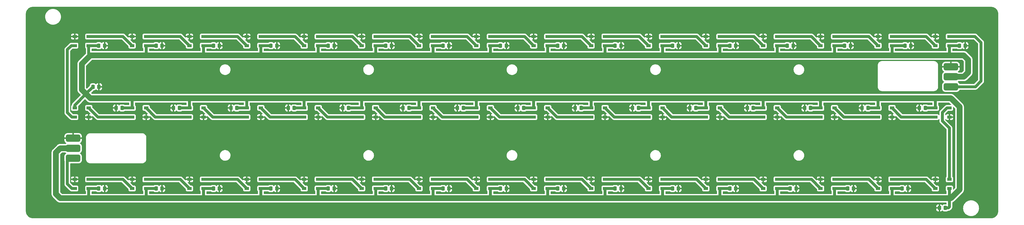
<source format=gbr>
%TF.GenerationSoftware,KiCad,Pcbnew,(6.0.10)*%
%TF.CreationDate,2023-01-22T19:50:48+01:00*%
%TF.ProjectId,exiLight,6578694c-6967-4687-942e-6b696361645f,1.1*%
%TF.SameCoordinates,Original*%
%TF.FileFunction,Copper,L1,Top*%
%TF.FilePolarity,Positive*%
%FSLAX46Y46*%
G04 Gerber Fmt 4.6, Leading zero omitted, Abs format (unit mm)*
G04 Created by KiCad (PCBNEW (6.0.10)) date 2023-01-22 19:50:48*
%MOMM*%
%LPD*%
G01*
G04 APERTURE LIST*
G04 Aperture macros list*
%AMRoundRect*
0 Rectangle with rounded corners*
0 $1 Rounding radius*
0 $2 $3 $4 $5 $6 $7 $8 $9 X,Y pos of 4 corners*
0 Add a 4 corners polygon primitive as box body*
4,1,4,$2,$3,$4,$5,$6,$7,$8,$9,$2,$3,0*
0 Add four circle primitives for the rounded corners*
1,1,$1+$1,$2,$3*
1,1,$1+$1,$4,$5*
1,1,$1+$1,$6,$7*
1,1,$1+$1,$8,$9*
0 Add four rect primitives between the rounded corners*
20,1,$1+$1,$2,$3,$4,$5,0*
20,1,$1+$1,$4,$5,$6,$7,0*
20,1,$1+$1,$6,$7,$8,$9,0*
20,1,$1+$1,$8,$9,$2,$3,0*%
G04 Aperture macros list end*
%TA.AperFunction,SMDPad,CuDef*%
%ADD10RoundRect,0.250000X-0.337500X-0.475000X0.337500X-0.475000X0.337500X0.475000X-0.337500X0.475000X0*%
%TD*%
%TA.AperFunction,SMDPad,CuDef*%
%ADD11RoundRect,0.250000X0.337500X0.475000X-0.337500X0.475000X-0.337500X-0.475000X0.337500X-0.475000X0*%
%TD*%
%TA.AperFunction,SMDPad,CuDef*%
%ADD12R,1.500000X1.000000*%
%TD*%
%TA.AperFunction,SMDPad,CuDef*%
%ADD13RoundRect,0.635000X-1.905000X-0.635000X1.905000X-0.635000X1.905000X0.635000X-1.905000X0.635000X0*%
%TD*%
%TA.AperFunction,SMDPad,CuDef*%
%ADD14RoundRect,0.635000X1.905000X0.635000X-1.905000X0.635000X-1.905000X-0.635000X1.905000X-0.635000X0*%
%TD*%
%TA.AperFunction,Conductor*%
%ADD15C,1.000000*%
%TD*%
%TA.AperFunction,Conductor*%
%ADD16C,2.000000*%
%TD*%
G04 APERTURE END LIST*
D10*
%TO.P,C22,1*%
%TO.N,GND*%
X255000000Y-141400000D03*
%TO.P,C22,2*%
%TO.N,+5V*%
X257075000Y-141400000D03*
%TD*%
D11*
%TO.P,C11,1*%
%TO.N,GND*%
X271000000Y-169600000D03*
%TO.P,C11,2*%
%TO.N,+5V*%
X268925000Y-169600000D03*
%TD*%
D12*
%TO.P,D37,1,VSS*%
%TO.N,GND*%
X140550000Y-116400000D03*
%TO.P,D37,2,DIN*%
%TO.N,Net-(D36-Pad4)*%
X140550000Y-119600000D03*
%TO.P,D37,3,VDD*%
%TO.N,+5V*%
X145450000Y-119600000D03*
%TO.P,D37,4,DOUT*%
%TO.N,Net-(D37-Pad4)*%
X145450000Y-116400000D03*
%TD*%
%TO.P,D30,1,VSS*%
%TO.N,GND*%
X105450000Y-144600000D03*
%TO.P,D30,2,DIN*%
%TO.N,Net-(D29-Pad4)*%
X105450000Y-141400000D03*
%TO.P,D30,3,VDD*%
%TO.N,+5V*%
X100550000Y-141400000D03*
%TO.P,D30,4,DOUT*%
%TO.N,Net-(D30-Pad4)*%
X100550000Y-144600000D03*
%TD*%
%TO.P,D27,1,VSS*%
%TO.N,GND*%
X165450000Y-144600000D03*
%TO.P,D27,2,DIN*%
%TO.N,Net-(D26-Pad4)*%
X165450000Y-141400000D03*
%TO.P,D27,3,VDD*%
%TO.N,+5V*%
X160550000Y-141400000D03*
%TO.P,D27,4,DOUT*%
%TO.N,Net-(D27-Pad4)*%
X160550000Y-144600000D03*
%TD*%
%TO.P,D6,1,VSS*%
%TO.N,GND*%
X160550000Y-166400000D03*
%TO.P,D6,2,DIN*%
%TO.N,Net-(D5-Pad4)*%
X160550000Y-169600000D03*
%TO.P,D6,3,VDD*%
%TO.N,+5V*%
X165450000Y-169600000D03*
%TO.P,D6,4,DOUT*%
%TO.N,Net-(D6-Pad4)*%
X165450000Y-166400000D03*
%TD*%
%TO.P,D11,1,VSS*%
%TO.N,GND*%
X260550000Y-166400000D03*
%TO.P,D11,2,DIN*%
%TO.N,Net-(D10-Pad4)*%
X260550000Y-169600000D03*
%TO.P,D11,3,VDD*%
%TO.N,+5V*%
X265450000Y-169600000D03*
%TO.P,D11,4,DOUT*%
%TO.N,Net-(D11-Pad4)*%
X265450000Y-166400000D03*
%TD*%
%TO.P,D43,1,VSS*%
%TO.N,GND*%
X260550000Y-116400000D03*
%TO.P,D43,2,DIN*%
%TO.N,Net-(D42-Pad4)*%
X260550000Y-119600000D03*
%TO.P,D43,3,VDD*%
%TO.N,+5V*%
X265450000Y-119600000D03*
%TO.P,D43,4,DOUT*%
%TO.N,Net-(D43-Pad4)*%
X265450000Y-116400000D03*
%TD*%
%TO.P,D10,1,VSS*%
%TO.N,GND*%
X240550000Y-166400000D03*
%TO.P,D10,2,DIN*%
%TO.N,Net-(D10-Pad2)*%
X240550000Y-169600000D03*
%TO.P,D10,3,VDD*%
%TO.N,+5V*%
X245450000Y-169600000D03*
%TO.P,D10,4,DOUT*%
%TO.N,Net-(D10-Pad4)*%
X245450000Y-166400000D03*
%TD*%
D10*
%TO.P,C19,1*%
%TO.N,GND*%
X315000000Y-141400000D03*
%TO.P,C19,2*%
%TO.N,+5V*%
X317075000Y-141400000D03*
%TD*%
D12*
%TO.P,D26,1,VSS*%
%TO.N,GND*%
X185450000Y-144600000D03*
%TO.P,D26,2,DIN*%
%TO.N,Net-(D25-Pad4)*%
X185450000Y-141400000D03*
%TO.P,D26,3,VDD*%
%TO.N,+5V*%
X180550000Y-141400000D03*
%TO.P,D26,4,DOUT*%
%TO.N,Net-(D26-Pad4)*%
X180550000Y-144600000D03*
%TD*%
%TO.P,D12,1,VSS*%
%TO.N,GND*%
X280550000Y-166400000D03*
%TO.P,D12,2,DIN*%
%TO.N,Net-(D11-Pad4)*%
X280550000Y-169600000D03*
%TO.P,D12,3,VDD*%
%TO.N,+5V*%
X285450000Y-169600000D03*
%TO.P,D12,4,DOUT*%
%TO.N,Net-(D12-Pad4)*%
X285450000Y-166400000D03*
%TD*%
D10*
%TO.P,C29,1*%
%TO.N,GND*%
X115000000Y-141400000D03*
%TO.P,C29,2*%
%TO.N,+5V*%
X117075000Y-141400000D03*
%TD*%
D11*
%TO.P,C42,1*%
%TO.N,GND*%
X251000000Y-119600000D03*
%TO.P,C42,2*%
%TO.N,+5V*%
X248925000Y-119600000D03*
%TD*%
D10*
%TO.P,C17,1*%
%TO.N,GND*%
X355000000Y-141400000D03*
%TO.P,C17,2*%
%TO.N,+5V*%
X357075000Y-141400000D03*
%TD*%
D12*
%TO.P,D20,1,VSS*%
%TO.N,GND*%
X305450000Y-144600000D03*
%TO.P,D20,2,DIN*%
%TO.N,Net-(D19-Pad4)*%
X305450000Y-141400000D03*
%TO.P,D20,3,VDD*%
%TO.N,+5V*%
X300550000Y-141400000D03*
%TO.P,D20,4,DOUT*%
%TO.N,Net-(D20-Pad4)*%
X300550000Y-144600000D03*
%TD*%
%TO.P,D32,1,VSS*%
%TO.N,GND*%
X65450000Y-144600000D03*
%TO.P,D32,2,DIN*%
%TO.N,Net-(D31-Pad4)*%
X65450000Y-141400000D03*
%TO.P,D32,3,VDD*%
%TO.N,+5V*%
X60550000Y-141400000D03*
%TO.P,D32,4,DOUT*%
%TO.N,Net-(D32-Pad4)*%
X60550000Y-144600000D03*
%TD*%
D11*
%TO.P,C5,1*%
%TO.N,GND*%
X151000000Y-169600000D03*
%TO.P,C5,2*%
%TO.N,+5V*%
X148925000Y-169600000D03*
%TD*%
D13*
%TO.P,,1*%
%TO.N,GND*%
X60000000Y-152000000D03*
%TD*%
D12*
%TO.P,D45,1,VSS*%
%TO.N,GND*%
X300550000Y-116400000D03*
%TO.P,D45,2,DIN*%
%TO.N,Net-(D44-Pad4)*%
X300550000Y-119600000D03*
%TO.P,D45,3,VDD*%
%TO.N,+5V*%
X305450000Y-119600000D03*
%TO.P,D45,4,DOUT*%
%TO.N,Net-(D45-Pad4)*%
X305450000Y-116400000D03*
%TD*%
D11*
%TO.P,C43,1*%
%TO.N,GND*%
X271000000Y-119600000D03*
%TO.P,C43,2*%
%TO.N,+5V*%
X268925000Y-119600000D03*
%TD*%
D10*
%TO.P,C27,1*%
%TO.N,GND*%
X153962500Y-141400000D03*
%TO.P,C27,2*%
%TO.N,+5V*%
X156037500Y-141400000D03*
%TD*%
%TO.P,C23,1*%
%TO.N,GND*%
X235000000Y-141400000D03*
%TO.P,C23,2*%
%TO.N,+5V*%
X237075000Y-141400000D03*
%TD*%
D12*
%TO.P,D4,1,VSS*%
%TO.N,GND*%
X120550000Y-166400000D03*
%TO.P,D4,2,DIN*%
%TO.N,Net-(D3-Pad4)*%
X120550000Y-169600000D03*
%TO.P,D4,3,VDD*%
%TO.N,+5V*%
X125450000Y-169600000D03*
%TO.P,D4,4,DOUT*%
%TO.N,Net-(D4-Pad4)*%
X125450000Y-166400000D03*
%TD*%
D11*
%TO.P,C37,1*%
%TO.N,GND*%
X151000000Y-119600000D03*
%TO.P,C37,2*%
%TO.N,+5V*%
X148925000Y-119600000D03*
%TD*%
D10*
%TO.P,C31,1*%
%TO.N,GND*%
X75000000Y-141400000D03*
%TO.P,C31,2*%
%TO.N,+5V*%
X77075000Y-141400000D03*
%TD*%
D11*
%TO.P,C32,1*%
%TO.N,GND*%
X69000000Y-134000000D03*
%TO.P,C32,2*%
%TO.N,+5V*%
X66925000Y-134000000D03*
%TD*%
D10*
%TO.P,C24,1*%
%TO.N,GND*%
X215000000Y-141400000D03*
%TO.P,C24,2*%
%TO.N,+5V*%
X217075000Y-141400000D03*
%TD*%
D12*
%TO.P,D3,1,VSS*%
%TO.N,GND*%
X100550000Y-166400000D03*
%TO.P,D3,2,DIN*%
%TO.N,Net-(D2-Pad4)*%
X100550000Y-169600000D03*
%TO.P,D3,3,VDD*%
%TO.N,+5V*%
X105450000Y-169600000D03*
%TO.P,D3,4,DOUT*%
%TO.N,Net-(D3-Pad4)*%
X105450000Y-166400000D03*
%TD*%
D10*
%TO.P,C20,1*%
%TO.N,GND*%
X295000000Y-141400000D03*
%TO.P,C20,2*%
%TO.N,+5V*%
X297075000Y-141400000D03*
%TD*%
D12*
%TO.P,D33,1,VSS*%
%TO.N,GND*%
X60550000Y-116400000D03*
%TO.P,D33,2,DIN*%
%TO.N,Net-(D32-Pad4)*%
X60550000Y-119600000D03*
%TO.P,D33,3,VDD*%
%TO.N,+5V*%
X65450000Y-119600000D03*
%TO.P,D33,4,DOUT*%
%TO.N,Net-(D33-Pad4)*%
X65450000Y-116400000D03*
%TD*%
%TO.P,D36,1,VSS*%
%TO.N,GND*%
X120550000Y-116400000D03*
%TO.P,D36,2,DIN*%
%TO.N,Net-(D35-Pad4)*%
X120550000Y-119600000D03*
%TO.P,D36,3,VDD*%
%TO.N,+5V*%
X125450000Y-119600000D03*
%TO.P,D36,4,DOUT*%
%TO.N,Net-(D36-Pad4)*%
X125450000Y-116400000D03*
%TD*%
D11*
%TO.P,C33,1*%
%TO.N,GND*%
X71000000Y-119600000D03*
%TO.P,C33,2*%
%TO.N,+5V*%
X68925000Y-119600000D03*
%TD*%
D12*
%TO.P,D13,1,VSS*%
%TO.N,GND*%
X300550000Y-166400000D03*
%TO.P,D13,2,DIN*%
%TO.N,Net-(D12-Pad4)*%
X300550000Y-169600000D03*
%TO.P,D13,3,VDD*%
%TO.N,+5V*%
X305450000Y-169600000D03*
%TO.P,D13,4,DOUT*%
%TO.N,Net-(D13-Pad4)*%
X305450000Y-166400000D03*
%TD*%
D13*
%TO.P,,1*%
%TO.N,+5V*%
X60000000Y-155500000D03*
%TD*%
D12*
%TO.P,D18,1,VSS*%
%TO.N,GND*%
X345450000Y-144600000D03*
%TO.P,D18,2,DIN*%
%TO.N,Net-(D17-Pad4)*%
X345450000Y-141400000D03*
%TO.P,D18,3,VDD*%
%TO.N,+5V*%
X340550000Y-141400000D03*
%TO.P,D18,4,DOUT*%
%TO.N,Net-(D18-Pad4)*%
X340550000Y-144600000D03*
%TD*%
%TO.P,D1,1,VSS*%
%TO.N,GND*%
X60550000Y-166400000D03*
%TO.P,D1,2,DIN*%
%TO.N,DIN*%
X60550000Y-169600000D03*
%TO.P,D1,3,VDD*%
%TO.N,+5V*%
X65450000Y-169600000D03*
%TO.P,D1,4,DOUT*%
%TO.N,Net-(D1-Pad4)*%
X65450000Y-166400000D03*
%TD*%
D11*
%TO.P,C35,1*%
%TO.N,GND*%
X111000000Y-119600000D03*
%TO.P,C35,2*%
%TO.N,+5V*%
X108925000Y-119600000D03*
%TD*%
D12*
%TO.P,D25,1,VSS*%
%TO.N,GND*%
X205450000Y-144600000D03*
%TO.P,D25,2,DIN*%
%TO.N,Net-(D24-Pad4)*%
X205450000Y-141400000D03*
%TO.P,D25,3,VDD*%
%TO.N,+5V*%
X200550000Y-141400000D03*
%TO.P,D25,4,DOUT*%
%TO.N,Net-(D25-Pad4)*%
X200550000Y-144600000D03*
%TD*%
D11*
%TO.P,C47,1*%
%TO.N,GND*%
X352037500Y-119600000D03*
%TO.P,C47,2*%
%TO.N,+5V*%
X349962500Y-119600000D03*
%TD*%
D12*
%TO.P,D24,1,VSS*%
%TO.N,GND*%
X225450000Y-144600000D03*
%TO.P,D24,2,DIN*%
%TO.N,Net-(D23-Pad4)*%
X225450000Y-141400000D03*
%TO.P,D24,3,VDD*%
%TO.N,+5V*%
X220550000Y-141400000D03*
%TO.P,D24,4,DOUT*%
%TO.N,Net-(D24-Pad4)*%
X220550000Y-144600000D03*
%TD*%
%TO.P,D38,1,VSS*%
%TO.N,GND*%
X160550000Y-116400000D03*
%TO.P,D38,2,DIN*%
%TO.N,Net-(D37-Pad4)*%
X160550000Y-119600000D03*
%TO.P,D38,3,VDD*%
%TO.N,+5V*%
X165450000Y-119600000D03*
%TO.P,D38,4,DOUT*%
%TO.N,Net-(D38-Pad4)*%
X165450000Y-116400000D03*
%TD*%
%TO.P,D23,1,VSS*%
%TO.N,GND*%
X245450000Y-144600000D03*
%TO.P,D23,2,DIN*%
%TO.N,Net-(D22-Pad4)*%
X245450000Y-141400000D03*
%TO.P,D23,3,VDD*%
%TO.N,+5V*%
X240550000Y-141400000D03*
%TO.P,D23,4,DOUT*%
%TO.N,Net-(D23-Pad4)*%
X240550000Y-144600000D03*
%TD*%
D11*
%TO.P,C8,1*%
%TO.N,GND*%
X211000000Y-169600000D03*
%TO.P,C8,2*%
%TO.N,+5V*%
X208925000Y-169600000D03*
%TD*%
%TO.P,C41,1*%
%TO.N,GND*%
X231000000Y-119600000D03*
%TO.P,C41,2*%
%TO.N,+5V*%
X228925000Y-119600000D03*
%TD*%
D12*
%TO.P,D2,1,VSS*%
%TO.N,GND*%
X80550000Y-166400000D03*
%TO.P,D2,2,DIN*%
%TO.N,Net-(D1-Pad4)*%
X80550000Y-169600000D03*
%TO.P,D2,3,VDD*%
%TO.N,+5V*%
X85450000Y-169600000D03*
%TO.P,D2,4,DOUT*%
%TO.N,Net-(D2-Pad4)*%
X85450000Y-166400000D03*
%TD*%
D10*
%TO.P,C21,1*%
%TO.N,GND*%
X275000000Y-141400000D03*
%TO.P,C21,2*%
%TO.N,+5V*%
X277075000Y-141400000D03*
%TD*%
D12*
%TO.P,D21,1,VSS*%
%TO.N,GND*%
X285450000Y-144600000D03*
%TO.P,D21,2,DIN*%
%TO.N,Net-(D20-Pad4)*%
X285450000Y-141400000D03*
%TO.P,D21,3,VDD*%
%TO.N,+5V*%
X280550000Y-141400000D03*
%TO.P,D21,4,DOUT*%
%TO.N,Net-(D21-Pad4)*%
X280550000Y-144600000D03*
%TD*%
%TO.P,D28,1,VSS*%
%TO.N,GND*%
X145450000Y-144600000D03*
%TO.P,D28,2,DIN*%
%TO.N,Net-(D27-Pad4)*%
X145450000Y-141400000D03*
%TO.P,D28,3,VDD*%
%TO.N,+5V*%
X140550000Y-141400000D03*
%TO.P,D28,4,DOUT*%
%TO.N,Net-(D28-Pad4)*%
X140550000Y-144600000D03*
%TD*%
D14*
%TO.P,,1*%
%TO.N,+5V*%
X366000000Y-130500000D03*
%TD*%
D11*
%TO.P,C9,1*%
%TO.N,GND*%
X231000000Y-169600000D03*
%TO.P,C9,2*%
%TO.N,+5V*%
X228925000Y-169600000D03*
%TD*%
D12*
%TO.P,D19,1,VSS*%
%TO.N,GND*%
X325450000Y-144600000D03*
%TO.P,D19,2,DIN*%
%TO.N,Net-(D18-Pad4)*%
X325450000Y-141400000D03*
%TO.P,D19,3,VDD*%
%TO.N,+5V*%
X320550000Y-141400000D03*
%TO.P,D19,4,DOUT*%
%TO.N,Net-(D19-Pad4)*%
X320550000Y-144600000D03*
%TD*%
D11*
%TO.P,C39,1*%
%TO.N,GND*%
X191000000Y-119600000D03*
%TO.P,C39,2*%
%TO.N,+5V*%
X188925000Y-119600000D03*
%TD*%
%TO.P,C44,1*%
%TO.N,GND*%
X291000000Y-119600000D03*
%TO.P,C44,2*%
%TO.N,+5V*%
X288925000Y-119600000D03*
%TD*%
D10*
%TO.P,C30,1*%
%TO.N,GND*%
X95000000Y-141400000D03*
%TO.P,C30,2*%
%TO.N,+5V*%
X97075000Y-141400000D03*
%TD*%
D12*
%TO.P,D22,1,VSS*%
%TO.N,GND*%
X265450000Y-144600000D03*
%TO.P,D22,2,DIN*%
%TO.N,Net-(D21-Pad4)*%
X265450000Y-141400000D03*
%TO.P,D22,3,VDD*%
%TO.N,+5V*%
X260550000Y-141400000D03*
%TO.P,D22,4,DOUT*%
%TO.N,Net-(D22-Pad4)*%
X260550000Y-144600000D03*
%TD*%
D10*
%TO.P,C18,1*%
%TO.N,GND*%
X335000000Y-141400000D03*
%TO.P,C18,2*%
%TO.N,+5V*%
X337075000Y-141400000D03*
%TD*%
D11*
%TO.P,C1,1*%
%TO.N,GND*%
X71000000Y-169600000D03*
%TO.P,C1,2*%
%TO.N,+5V*%
X68925000Y-169600000D03*
%TD*%
%TO.P,C48,1*%
%TO.N,GND*%
X371000000Y-119600000D03*
%TO.P,C48,2*%
%TO.N,+5V*%
X368925000Y-119600000D03*
%TD*%
D12*
%TO.P,D5,1,VSS*%
%TO.N,GND*%
X140550000Y-166400000D03*
%TO.P,D5,2,DIN*%
%TO.N,Net-(D4-Pad4)*%
X140550000Y-169600000D03*
%TO.P,D5,3,VDD*%
%TO.N,+5V*%
X145450000Y-169600000D03*
%TO.P,D5,4,DOUT*%
%TO.N,Net-(D5-Pad4)*%
X145450000Y-166400000D03*
%TD*%
%TO.P,D34,1,VSS*%
%TO.N,GND*%
X80550000Y-116400000D03*
%TO.P,D34,2,DIN*%
%TO.N,Net-(D33-Pad4)*%
X80550000Y-119600000D03*
%TO.P,D34,3,VDD*%
%TO.N,+5V*%
X85450000Y-119600000D03*
%TO.P,D34,4,DOUT*%
%TO.N,Net-(D34-Pad4)*%
X85450000Y-116400000D03*
%TD*%
%TO.P,D46,1,VSS*%
%TO.N,GND*%
X320550000Y-116400000D03*
%TO.P,D46,2,DIN*%
%TO.N,Net-(D45-Pad4)*%
X320550000Y-119600000D03*
%TO.P,D46,3,VDD*%
%TO.N,+5V*%
X325450000Y-119600000D03*
%TO.P,D46,4,DOUT*%
%TO.N,Net-(D46-Pad4)*%
X325450000Y-116400000D03*
%TD*%
D11*
%TO.P,C14,1*%
%TO.N,GND*%
X332037500Y-169600000D03*
%TO.P,C14,2*%
%TO.N,+5V*%
X329962500Y-169600000D03*
%TD*%
D12*
%TO.P,D7,1,VSS*%
%TO.N,GND*%
X180550000Y-166400000D03*
%TO.P,D7,2,DIN*%
%TO.N,Net-(D6-Pad4)*%
X180550000Y-169600000D03*
%TO.P,D7,3,VDD*%
%TO.N,+5V*%
X185450000Y-169600000D03*
%TO.P,D7,4,DOUT*%
%TO.N,Net-(D7-Pad4)*%
X185450000Y-166400000D03*
%TD*%
D11*
%TO.P,C34,1*%
%TO.N,GND*%
X91000000Y-119600000D03*
%TO.P,C34,2*%
%TO.N,+5V*%
X88925000Y-119600000D03*
%TD*%
D12*
%TO.P,D40,1,VSS*%
%TO.N,GND*%
X200550000Y-116400000D03*
%TO.P,D40,2,DIN*%
%TO.N,Net-(D39-Pad4)*%
X200550000Y-119600000D03*
%TO.P,D40,3,VDD*%
%TO.N,+5V*%
X205450000Y-119600000D03*
%TO.P,D40,4,DOUT*%
%TO.N,Net-(D40-Pad4)*%
X205450000Y-116400000D03*
%TD*%
D11*
%TO.P,C10,1*%
%TO.N,GND*%
X251000000Y-169600000D03*
%TO.P,C10,2*%
%TO.N,+5V*%
X248925000Y-169600000D03*
%TD*%
D13*
%TO.P,,1*%
%TO.N,DIN*%
X60000000Y-159000000D03*
%TD*%
D14*
%TO.P,,1*%
%TO.N,DOUT*%
X366000000Y-134000000D03*
%TD*%
D12*
%TO.P,D29,1,VSS*%
%TO.N,GND*%
X125450000Y-144600000D03*
%TO.P,D29,2,DIN*%
%TO.N,Net-(D28-Pad4)*%
X125450000Y-141400000D03*
%TO.P,D29,3,VDD*%
%TO.N,+5V*%
X120550000Y-141400000D03*
%TO.P,D29,4,DOUT*%
%TO.N,Net-(D29-Pad4)*%
X120550000Y-144600000D03*
%TD*%
%TO.P,D31,1,VSS*%
%TO.N,GND*%
X85450000Y-144600000D03*
%TO.P,D31,2,DIN*%
%TO.N,Net-(D30-Pad4)*%
X85450000Y-141400000D03*
%TO.P,D31,3,VDD*%
%TO.N,+5V*%
X80550000Y-141400000D03*
%TO.P,D31,4,DOUT*%
%TO.N,Net-(D31-Pad4)*%
X80550000Y-144600000D03*
%TD*%
D11*
%TO.P,C3,1*%
%TO.N,GND*%
X111000000Y-169600000D03*
%TO.P,C3,2*%
%TO.N,+5V*%
X108925000Y-169600000D03*
%TD*%
%TO.P,C38,1*%
%TO.N,GND*%
X171000000Y-119600000D03*
%TO.P,C38,2*%
%TO.N,+5V*%
X168925000Y-119600000D03*
%TD*%
%TO.P,C12,1*%
%TO.N,GND*%
X291000000Y-169600000D03*
%TO.P,C12,2*%
%TO.N,+5V*%
X288925000Y-169600000D03*
%TD*%
%TO.P,C46,1*%
%TO.N,GND*%
X331000000Y-119600000D03*
%TO.P,C46,2*%
%TO.N,+5V*%
X328925000Y-119600000D03*
%TD*%
D12*
%TO.P,D35,1,VSS*%
%TO.N,GND*%
X100550000Y-116400000D03*
%TO.P,D35,2,DIN*%
%TO.N,Net-(D34-Pad4)*%
X100550000Y-119600000D03*
%TO.P,D35,3,VDD*%
%TO.N,+5V*%
X105450000Y-119600000D03*
%TO.P,D35,4,DOUT*%
%TO.N,Net-(D35-Pad4)*%
X105450000Y-116400000D03*
%TD*%
%TO.P,D41,1,VSS*%
%TO.N,GND*%
X220550000Y-116400000D03*
%TO.P,D41,2,DIN*%
%TO.N,Net-(D40-Pad4)*%
X220550000Y-119600000D03*
%TO.P,D41,3,VDD*%
%TO.N,+5V*%
X225450000Y-119600000D03*
%TO.P,D41,4,DOUT*%
%TO.N,Net-(D41-Pad4)*%
X225450000Y-116400000D03*
%TD*%
%TO.P,D44,1,VSS*%
%TO.N,GND*%
X280550000Y-116400000D03*
%TO.P,D44,2,DIN*%
%TO.N,Net-(D43-Pad4)*%
X280550000Y-119600000D03*
%TO.P,D44,3,VDD*%
%TO.N,+5V*%
X285450000Y-119600000D03*
%TO.P,D44,4,DOUT*%
%TO.N,Net-(D44-Pad4)*%
X285450000Y-116400000D03*
%TD*%
D11*
%TO.P,C15,1*%
%TO.N,GND*%
X351000000Y-169600000D03*
%TO.P,C15,2*%
%TO.N,+5V*%
X348925000Y-169600000D03*
%TD*%
D10*
%TO.P,C26,1*%
%TO.N,GND*%
X175000000Y-141400000D03*
%TO.P,C26,2*%
%TO.N,+5V*%
X177075000Y-141400000D03*
%TD*%
%TO.P,C28,1*%
%TO.N,GND*%
X135000000Y-141400000D03*
%TO.P,C28,2*%
%TO.N,+5V*%
X137075000Y-141400000D03*
%TD*%
D12*
%TO.P,D42,1,VSS*%
%TO.N,GND*%
X240550000Y-116400000D03*
%TO.P,D42,2,DIN*%
%TO.N,Net-(D41-Pad4)*%
X240550000Y-119600000D03*
%TO.P,D42,3,VDD*%
%TO.N,+5V*%
X245450000Y-119600000D03*
%TO.P,D42,4,DOUT*%
%TO.N,Net-(D42-Pad4)*%
X245450000Y-116400000D03*
%TD*%
%TO.P,D8,1,VSS*%
%TO.N,GND*%
X200550000Y-166400000D03*
%TO.P,D8,2,DIN*%
%TO.N,Net-(D7-Pad4)*%
X200550000Y-169600000D03*
%TO.P,D8,3,VDD*%
%TO.N,+5V*%
X205450000Y-169600000D03*
%TO.P,D8,4,DOUT*%
%TO.N,Net-(D8-Pad4)*%
X205450000Y-166400000D03*
%TD*%
%TO.P,D48,1,VSS*%
%TO.N,GND*%
X360550000Y-116400000D03*
%TO.P,D48,2,DIN*%
%TO.N,Net-(D47-Pad4)*%
X360550000Y-119600000D03*
%TO.P,D48,3,VDD*%
%TO.N,+5V*%
X365450000Y-119600000D03*
%TO.P,D48,4,DOUT*%
%TO.N,DOUT*%
X365450000Y-116400000D03*
%TD*%
%TO.P,D39,1,VSS*%
%TO.N,GND*%
X180550000Y-116400000D03*
%TO.P,D39,2,DIN*%
%TO.N,Net-(D38-Pad4)*%
X180550000Y-119600000D03*
%TO.P,D39,3,VDD*%
%TO.N,+5V*%
X185450000Y-119600000D03*
%TO.P,D39,4,DOUT*%
%TO.N,Net-(D39-Pad4)*%
X185450000Y-116400000D03*
%TD*%
%TO.P,D14,1,VSS*%
%TO.N,GND*%
X320550000Y-166400000D03*
%TO.P,D14,2,DIN*%
%TO.N,Net-(D13-Pad4)*%
X320550000Y-169600000D03*
%TO.P,D14,3,VDD*%
%TO.N,+5V*%
X325450000Y-169600000D03*
%TO.P,D14,4,DOUT*%
%TO.N,Net-(D14-Pad4)*%
X325450000Y-166400000D03*
%TD*%
%TO.P,D17,1,VSS*%
%TO.N,GND*%
X365450000Y-144600000D03*
%TO.P,D17,2,DIN*%
%TO.N,Net-(D16-Pad4)*%
X365450000Y-141400000D03*
%TO.P,D17,3,VDD*%
%TO.N,+5V*%
X360550000Y-141400000D03*
%TO.P,D17,4,DOUT*%
%TO.N,Net-(D17-Pad4)*%
X360550000Y-144600000D03*
%TD*%
D11*
%TO.P,C36,1*%
%TO.N,GND*%
X131000000Y-119600000D03*
%TO.P,C36,2*%
%TO.N,+5V*%
X128925000Y-119600000D03*
%TD*%
D12*
%TO.P,D9,1,VSS*%
%TO.N,GND*%
X220550000Y-166400000D03*
%TO.P,D9,2,DIN*%
%TO.N,Net-(D8-Pad4)*%
X220550000Y-169600000D03*
%TO.P,D9,3,VDD*%
%TO.N,+5V*%
X225450000Y-169600000D03*
%TO.P,D9,4,DOUT*%
%TO.N,Net-(D10-Pad2)*%
X225450000Y-166400000D03*
%TD*%
D11*
%TO.P,C6,1*%
%TO.N,GND*%
X171000000Y-169600000D03*
%TO.P,C6,2*%
%TO.N,+5V*%
X168925000Y-169600000D03*
%TD*%
D10*
%TO.P,C25,1*%
%TO.N,GND*%
X193962500Y-141400000D03*
%TO.P,C25,2*%
%TO.N,+5V*%
X196037500Y-141400000D03*
%TD*%
D11*
%TO.P,C4,1*%
%TO.N,GND*%
X131000000Y-169600000D03*
%TO.P,C4,2*%
%TO.N,+5V*%
X128925000Y-169600000D03*
%TD*%
D12*
%TO.P,D15,1,VSS*%
%TO.N,GND*%
X340550000Y-166400000D03*
%TO.P,D15,2,DIN*%
%TO.N,Net-(D14-Pad4)*%
X340550000Y-169600000D03*
%TO.P,D15,3,VDD*%
%TO.N,+5V*%
X345450000Y-169600000D03*
%TO.P,D15,4,DOUT*%
%TO.N,Net-(D15-Pad4)*%
X345450000Y-166400000D03*
%TD*%
D14*
%TO.P,,1*%
%TO.N,GND*%
X366000000Y-127000000D03*
%TD*%
D12*
%TO.P,D16,1,VSS*%
%TO.N,GND*%
X360550000Y-166400000D03*
%TO.P,D16,2,DIN*%
%TO.N,Net-(D15-Pad4)*%
X360550000Y-169600000D03*
%TO.P,D16,3,VDD*%
%TO.N,+5V*%
X365450000Y-169600000D03*
%TO.P,D16,4,DOUT*%
%TO.N,Net-(D16-Pad4)*%
X365450000Y-166400000D03*
%TD*%
D11*
%TO.P,C40,1*%
%TO.N,GND*%
X211000000Y-119600000D03*
%TO.P,C40,2*%
%TO.N,+5V*%
X208925000Y-119600000D03*
%TD*%
D10*
%TO.P,C16,1*%
%TO.N,GND*%
X361962500Y-176375000D03*
%TO.P,C16,2*%
%TO.N,+5V*%
X364037500Y-176375000D03*
%TD*%
D12*
%TO.P,D47,1,VSS*%
%TO.N,GND*%
X340550000Y-116400000D03*
%TO.P,D47,2,DIN*%
%TO.N,Net-(D46-Pad4)*%
X340550000Y-119600000D03*
%TO.P,D47,3,VDD*%
%TO.N,+5V*%
X345450000Y-119600000D03*
%TO.P,D47,4,DOUT*%
%TO.N,Net-(D47-Pad4)*%
X345450000Y-116400000D03*
%TD*%
D11*
%TO.P,C13,1*%
%TO.N,GND*%
X312037500Y-169600000D03*
%TO.P,C13,2*%
%TO.N,+5V*%
X309962500Y-169600000D03*
%TD*%
%TO.P,C45,1*%
%TO.N,GND*%
X311000000Y-119600000D03*
%TO.P,C45,2*%
%TO.N,+5V*%
X308925000Y-119600000D03*
%TD*%
%TO.P,C2,1*%
%TO.N,GND*%
X91000000Y-169600000D03*
%TO.P,C2,2*%
%TO.N,+5V*%
X88925000Y-169600000D03*
%TD*%
%TO.P,C7,1*%
%TO.N,GND*%
X191000000Y-169600000D03*
%TO.P,C7,2*%
%TO.N,+5V*%
X188925000Y-169600000D03*
%TD*%
D15*
%TO.N,+5V*%
X265450000Y-172450000D02*
X266000000Y-173000000D01*
D16*
X161000000Y-138000000D02*
X181000000Y-138000000D01*
X360000000Y-138000000D02*
X366000000Y-138000000D01*
D15*
X160550000Y-141400000D02*
X156037500Y-141400000D01*
X64500000Y-136425000D02*
X66925000Y-134000000D01*
D16*
X246000000Y-173000000D02*
X266000000Y-173000000D01*
X66000000Y-138000000D02*
X64500000Y-136500000D01*
X185000000Y-173000000D02*
X206000000Y-173000000D01*
D15*
X305450000Y-169600000D02*
X305450000Y-172450000D01*
X65450000Y-119600000D02*
X65450000Y-122450000D01*
D16*
X200000000Y-138000000D02*
X221000000Y-138000000D01*
D15*
X300550000Y-138450000D02*
X301000000Y-138000000D01*
X120550000Y-141400000D02*
X120550000Y-138450000D01*
X245450000Y-169600000D02*
X248925000Y-169600000D01*
X220550000Y-141400000D02*
X220550000Y-138450000D01*
X225450000Y-122450000D02*
X226000000Y-123000000D01*
X85450000Y-119600000D02*
X85450000Y-122550000D01*
D16*
X121000000Y-138000000D02*
X141000000Y-138000000D01*
D15*
X325450000Y-169600000D02*
X325450000Y-172450000D01*
X260550000Y-141400000D02*
X260550000Y-138550000D01*
D16*
X306000000Y-173000000D02*
X326000000Y-173000000D01*
D15*
X125450000Y-169600000D02*
X125450000Y-172450000D01*
X265450000Y-119600000D02*
X268925000Y-119600000D01*
D16*
X246000000Y-123000000D02*
X266000000Y-123000000D01*
D15*
X140550000Y-141400000D02*
X137075000Y-141400000D01*
X325450000Y-172450000D02*
X326000000Y-173000000D01*
X305450000Y-169600000D02*
X309962500Y-169600000D01*
X245450000Y-169600000D02*
X245450000Y-172450000D01*
X125450000Y-119600000D02*
X125450000Y-122450000D01*
X360550000Y-138550000D02*
X360000000Y-138000000D01*
X85450000Y-169600000D02*
X85450000Y-172450000D01*
X125450000Y-172450000D02*
X126000000Y-173000000D01*
X320550000Y-138450000D02*
X321000000Y-138000000D01*
D16*
X186000000Y-123000000D02*
X205000000Y-123000000D01*
X370500000Y-130500000D02*
X366000000Y-130500000D01*
D15*
X64500000Y-136500000D02*
X60550000Y-140450000D01*
X85450000Y-169600000D02*
X88925000Y-169600000D01*
X260550000Y-141400000D02*
X257075000Y-141400000D01*
X165450000Y-119600000D02*
X168925000Y-119600000D01*
X205450000Y-169600000D02*
X208925000Y-169600000D01*
X120550000Y-138450000D02*
X121000000Y-138000000D01*
D16*
X286000000Y-173000000D02*
X306000000Y-173000000D01*
D15*
X225450000Y-172550000D02*
X225000000Y-173000000D01*
D16*
X65000000Y-173000000D02*
X55500000Y-173000000D01*
X86000000Y-173000000D02*
X105000000Y-173000000D01*
D15*
X325450000Y-169600000D02*
X329962500Y-169600000D01*
X225450000Y-169600000D02*
X225450000Y-172550000D01*
X105450000Y-172550000D02*
X105000000Y-173000000D01*
X180550000Y-141400000D02*
X180550000Y-138450000D01*
D16*
X369000000Y-170000000D02*
X366000000Y-173000000D01*
D15*
X80550000Y-141400000D02*
X80550000Y-138450000D01*
X185450000Y-122450000D02*
X186000000Y-123000000D01*
X180550000Y-138450000D02*
X181000000Y-138000000D01*
X180550000Y-141400000D02*
X177075000Y-141400000D01*
X345450000Y-119600000D02*
X345450000Y-122450000D01*
X345450000Y-122450000D02*
X346000000Y-123000000D01*
X285450000Y-172450000D02*
X286000000Y-173000000D01*
D16*
X65000000Y-173000000D02*
X86000000Y-173000000D01*
D15*
X265450000Y-169600000D02*
X268925000Y-169600000D01*
D16*
X126000000Y-173000000D02*
X145000000Y-173000000D01*
D15*
X265450000Y-169600000D02*
X265450000Y-172450000D01*
D16*
X85000000Y-123000000D02*
X105000000Y-123000000D01*
X260000000Y-138000000D02*
X280000000Y-138000000D01*
D15*
X105450000Y-119600000D02*
X105450000Y-122550000D01*
X220550000Y-138450000D02*
X221000000Y-138000000D01*
X225450000Y-169600000D02*
X228925000Y-169600000D01*
D16*
X146000000Y-123000000D02*
X166000000Y-123000000D01*
D15*
X65450000Y-172550000D02*
X65000000Y-173000000D01*
X308925000Y-119600000D02*
X305450000Y-119600000D01*
D16*
X126000000Y-123000000D02*
X146000000Y-123000000D01*
D15*
X365450000Y-169600000D02*
X365450000Y-172450000D01*
X325450000Y-122450000D02*
X326000000Y-123000000D01*
X145450000Y-172550000D02*
X145000000Y-173000000D01*
D16*
X64500000Y-136500000D02*
X63000000Y-135000000D01*
D15*
X145450000Y-119600000D02*
X148925000Y-119600000D01*
X165450000Y-169600000D02*
X168925000Y-169600000D01*
X60550000Y-141400000D02*
X60550000Y-140450000D01*
X300550000Y-141400000D02*
X300550000Y-138450000D01*
X205450000Y-119600000D02*
X208925000Y-119600000D01*
D16*
X266000000Y-173000000D02*
X286000000Y-173000000D01*
X372000000Y-129000000D02*
X370500000Y-130500000D01*
D15*
X365450000Y-172450000D02*
X366000000Y-173000000D01*
X125450000Y-122450000D02*
X126000000Y-123000000D01*
D16*
X105000000Y-173000000D02*
X126000000Y-173000000D01*
D15*
X100550000Y-141400000D02*
X100550000Y-138450000D01*
X325450000Y-119600000D02*
X328925000Y-119600000D01*
D16*
X81000000Y-138000000D02*
X101000000Y-138000000D01*
D15*
X265450000Y-119600000D02*
X265450000Y-122450000D01*
X205450000Y-122550000D02*
X205000000Y-123000000D01*
D16*
X326000000Y-173000000D02*
X346000000Y-173000000D01*
D15*
X365450000Y-176050000D02*
X365125000Y-176375000D01*
X320550000Y-141400000D02*
X320550000Y-138450000D01*
X345450000Y-169600000D02*
X348925000Y-169600000D01*
X225450000Y-119600000D02*
X225450000Y-122450000D01*
X105450000Y-169600000D02*
X105450000Y-172550000D01*
X85450000Y-172450000D02*
X86000000Y-173000000D01*
X100550000Y-141400000D02*
X97075000Y-141400000D01*
D16*
X301000000Y-138000000D02*
X321000000Y-138000000D01*
X226000000Y-123000000D02*
X246000000Y-123000000D01*
X372000000Y-124500000D02*
X372000000Y-129000000D01*
D15*
X245450000Y-119600000D02*
X248925000Y-119600000D01*
X305450000Y-119600000D02*
X305450000Y-122550000D01*
X345450000Y-169600000D02*
X345450000Y-172450000D01*
D16*
X105000000Y-123000000D02*
X126000000Y-123000000D01*
D15*
X105450000Y-119600000D02*
X108925000Y-119600000D01*
X145450000Y-119600000D02*
X145450000Y-122450000D01*
D16*
X166000000Y-173000000D02*
X185000000Y-173000000D01*
D15*
X365450000Y-122950000D02*
X365500000Y-123000000D01*
X145450000Y-169600000D02*
X145450000Y-172550000D01*
X285450000Y-119600000D02*
X288925000Y-119600000D01*
X365125000Y-176375000D02*
X364037500Y-176375000D01*
X80550000Y-141400000D02*
X77075000Y-141400000D01*
D16*
X206000000Y-173000000D02*
X225000000Y-173000000D01*
X369000000Y-141000000D02*
X369000000Y-170000000D01*
D15*
X365450000Y-119600000D02*
X365450000Y-122950000D01*
D16*
X141000000Y-138000000D02*
X161000000Y-138000000D01*
D15*
X120550000Y-141400000D02*
X117075000Y-141400000D01*
D16*
X346000000Y-123000000D02*
X365500000Y-123000000D01*
D15*
X300550000Y-141400000D02*
X297075000Y-141400000D01*
X305450000Y-122550000D02*
X305000000Y-123000000D01*
X365450000Y-169600000D02*
X365450000Y-176050000D01*
X185450000Y-169600000D02*
X185450000Y-172550000D01*
D16*
X365500000Y-123000000D02*
X370500000Y-123000000D01*
D15*
X65450000Y-122450000D02*
X66000000Y-123000000D01*
X185450000Y-119600000D02*
X185450000Y-122450000D01*
X240550000Y-141400000D02*
X237075000Y-141400000D01*
X165450000Y-122450000D02*
X166000000Y-123000000D01*
D16*
X241000000Y-138000000D02*
X260000000Y-138000000D01*
X55500000Y-155500000D02*
X60000000Y-155500000D01*
D15*
X225450000Y-119600000D02*
X228925000Y-119600000D01*
X65450000Y-169600000D02*
X68925000Y-169600000D01*
X265450000Y-122450000D02*
X266000000Y-123000000D01*
X325450000Y-119600000D02*
X325450000Y-122450000D01*
X185450000Y-169600000D02*
X188925000Y-169600000D01*
X285450000Y-169600000D02*
X288925000Y-169600000D01*
X360550000Y-141400000D02*
X357075000Y-141400000D01*
X340550000Y-141400000D02*
X337075000Y-141400000D01*
D16*
X81000000Y-138000000D02*
X66000000Y-138000000D01*
D15*
X305450000Y-172450000D02*
X306000000Y-173000000D01*
X85450000Y-119600000D02*
X88925000Y-119600000D01*
X245450000Y-172450000D02*
X246000000Y-173000000D01*
X200550000Y-141400000D02*
X196037500Y-141400000D01*
D16*
X286000000Y-123000000D02*
X305000000Y-123000000D01*
D15*
X100550000Y-138450000D02*
X101000000Y-138000000D01*
D16*
X221000000Y-138000000D02*
X241000000Y-138000000D01*
D15*
X140550000Y-138450000D02*
X141000000Y-138000000D01*
X185450000Y-172550000D02*
X185000000Y-173000000D01*
X285450000Y-169600000D02*
X285450000Y-172450000D01*
X65450000Y-169600000D02*
X65450000Y-172550000D01*
X260550000Y-138550000D02*
X260000000Y-138000000D01*
X64500000Y-136500000D02*
X64500000Y-136425000D01*
X280550000Y-138550000D02*
X280000000Y-138000000D01*
D16*
X54000000Y-171500000D02*
X54000000Y-157000000D01*
D15*
X220550000Y-141400000D02*
X217075000Y-141400000D01*
X105450000Y-122550000D02*
X105000000Y-123000000D01*
D16*
X55500000Y-173000000D02*
X54000000Y-171500000D01*
D15*
X165450000Y-119600000D02*
X165450000Y-122450000D01*
X360550000Y-141400000D02*
X360550000Y-138550000D01*
D16*
X341000000Y-138000000D02*
X360000000Y-138000000D01*
D15*
X80550000Y-138450000D02*
X81000000Y-138000000D01*
D16*
X54000000Y-157000000D02*
X55500000Y-155500000D01*
D15*
X185450000Y-119600000D02*
X188925000Y-119600000D01*
D16*
X63000000Y-126000000D02*
X66000000Y-123000000D01*
D15*
X345450000Y-119600000D02*
X349962500Y-119600000D01*
X245450000Y-119600000D02*
X245450000Y-122450000D01*
D16*
X225000000Y-173000000D02*
X246000000Y-173000000D01*
D15*
X320550000Y-141400000D02*
X317075000Y-141400000D01*
X125450000Y-169600000D02*
X128925000Y-169600000D01*
D16*
X280000000Y-138000000D02*
X301000000Y-138000000D01*
X66000000Y-123000000D02*
X85000000Y-123000000D01*
D15*
X160550000Y-141400000D02*
X160550000Y-138450000D01*
X205450000Y-172450000D02*
X206000000Y-173000000D01*
D16*
X181000000Y-138000000D02*
X200000000Y-138000000D01*
X166000000Y-123000000D02*
X186000000Y-123000000D01*
D15*
X285450000Y-119600000D02*
X285450000Y-122450000D01*
X85450000Y-122550000D02*
X85000000Y-123000000D01*
X340550000Y-138450000D02*
X341000000Y-138000000D01*
X340550000Y-141400000D02*
X340550000Y-138450000D01*
X240550000Y-141400000D02*
X240550000Y-138450000D01*
X200550000Y-138550000D02*
X200000000Y-138000000D01*
X145450000Y-122450000D02*
X146000000Y-123000000D01*
X345450000Y-172450000D02*
X346000000Y-173000000D01*
X160550000Y-138450000D02*
X161000000Y-138000000D01*
D16*
X63000000Y-135000000D02*
X63000000Y-126000000D01*
D15*
X280550000Y-141400000D02*
X277075000Y-141400000D01*
X205450000Y-169600000D02*
X205450000Y-172450000D01*
D16*
X321000000Y-138000000D02*
X341000000Y-138000000D01*
D15*
X240550000Y-138450000D02*
X241000000Y-138000000D01*
X165450000Y-169600000D02*
X165450000Y-172450000D01*
D16*
X266000000Y-123000000D02*
X286000000Y-123000000D01*
X370500000Y-123000000D02*
X372000000Y-124500000D01*
X366000000Y-173000000D02*
X346000000Y-173000000D01*
D15*
X205450000Y-119600000D02*
X205450000Y-122550000D01*
D16*
X101000000Y-138000000D02*
X121000000Y-138000000D01*
X305000000Y-123000000D02*
X326000000Y-123000000D01*
D15*
X65450000Y-119600000D02*
X68925000Y-119600000D01*
X140550000Y-141400000D02*
X140550000Y-138450000D01*
X145450000Y-169600000D02*
X148925000Y-169600000D01*
D16*
X145000000Y-173000000D02*
X166000000Y-173000000D01*
X205000000Y-123000000D02*
X226000000Y-123000000D01*
X326000000Y-123000000D02*
X346000000Y-123000000D01*
D15*
X125450000Y-119600000D02*
X128925000Y-119600000D01*
X200550000Y-141400000D02*
X200550000Y-138550000D01*
X245450000Y-122450000D02*
X246000000Y-123000000D01*
X280550000Y-141400000D02*
X280550000Y-138550000D01*
X365450000Y-119600000D02*
X368925000Y-119600000D01*
D16*
X366000000Y-138000000D02*
X369000000Y-141000000D01*
D15*
X165450000Y-172450000D02*
X166000000Y-173000000D01*
X285450000Y-122450000D02*
X286000000Y-123000000D01*
X105450000Y-169600000D02*
X108925000Y-169600000D01*
%TO.N,DIN*%
X60550000Y-169600000D02*
X59600000Y-169600000D01*
X59000000Y-159000000D02*
X60000000Y-159000000D01*
X58000000Y-160000000D02*
X59000000Y-159000000D01*
X58000000Y-168000000D02*
X58000000Y-160000000D01*
X59600000Y-169600000D02*
X58000000Y-168000000D01*
%TO.N,Net-(D10-Pad4)*%
X257350000Y-166400000D02*
X260550000Y-169600000D01*
X245450000Y-166400000D02*
X257350000Y-166400000D01*
%TO.N,Net-(D10-Pad2)*%
X237350000Y-166400000D02*
X240550000Y-169600000D01*
X225450000Y-166400000D02*
X237350000Y-166400000D01*
%TO.N,DOUT*%
X376500000Y-118500000D02*
X376500000Y-132000000D01*
X376500000Y-132000000D02*
X374500000Y-134000000D01*
X374400000Y-116400000D02*
X376500000Y-118500000D01*
X365450000Y-116400000D02*
X374400000Y-116400000D01*
X374500000Y-134000000D02*
X366000000Y-134000000D01*
%TO.N,Net-(D1-Pad4)*%
X77350000Y-166400000D02*
X80550000Y-169600000D01*
X65450000Y-166400000D02*
X77350000Y-166400000D01*
%TO.N,Net-(D2-Pad4)*%
X97350000Y-166400000D02*
X100550000Y-169600000D01*
X85450000Y-166400000D02*
X97350000Y-166400000D01*
%TO.N,Net-(D3-Pad4)*%
X105450000Y-166400000D02*
X117350000Y-166400000D01*
X117350000Y-166400000D02*
X120550000Y-169600000D01*
%TO.N,Net-(D4-Pad4)*%
X125450000Y-166400000D02*
X137350000Y-166400000D01*
X137350000Y-166400000D02*
X140550000Y-169600000D01*
%TO.N,Net-(D5-Pad4)*%
X145450000Y-166400000D02*
X157350000Y-166400000D01*
X157350000Y-166400000D02*
X160550000Y-169600000D01*
%TO.N,Net-(D6-Pad4)*%
X177350000Y-166400000D02*
X180550000Y-169600000D01*
X165450000Y-166400000D02*
X177350000Y-166400000D01*
%TO.N,Net-(D7-Pad4)*%
X197350000Y-166400000D02*
X200550000Y-169600000D01*
X185450000Y-166400000D02*
X197350000Y-166400000D01*
%TO.N,Net-(D8-Pad4)*%
X217350000Y-166400000D02*
X220550000Y-169600000D01*
X205450000Y-166400000D02*
X217350000Y-166400000D01*
%TO.N,Net-(D11-Pad4)*%
X277350000Y-166400000D02*
X280550000Y-169600000D01*
X265450000Y-166400000D02*
X277350000Y-166400000D01*
%TO.N,Net-(D12-Pad4)*%
X297350000Y-166400000D02*
X300550000Y-169600000D01*
X285450000Y-166400000D02*
X297350000Y-166400000D01*
%TO.N,Net-(D13-Pad4)*%
X317350000Y-166400000D02*
X320550000Y-169600000D01*
X305450000Y-166400000D02*
X317350000Y-166400000D01*
%TO.N,Net-(D14-Pad4)*%
X337350000Y-166400000D02*
X340550000Y-169600000D01*
X325450000Y-166400000D02*
X337350000Y-166400000D01*
%TO.N,Net-(D15-Pad4)*%
X357350000Y-166400000D02*
X360550000Y-169600000D01*
X345450000Y-166400000D02*
X357350000Y-166400000D01*
%TO.N,Net-(D16-Pad4)*%
X365450000Y-148450000D02*
X363000000Y-146000000D01*
X365450000Y-166400000D02*
X365450000Y-148450000D01*
X363000000Y-143000000D02*
X364600000Y-141400000D01*
X363000000Y-146000000D02*
X363000000Y-143000000D01*
X364600000Y-141400000D02*
X365450000Y-141400000D01*
%TO.N,Net-(D17-Pad4)*%
X348650000Y-144600000D02*
X345450000Y-141400000D01*
X360550000Y-144600000D02*
X348650000Y-144600000D01*
%TO.N,Net-(D18-Pad4)*%
X328650000Y-144600000D02*
X325450000Y-141400000D01*
X340550000Y-144600000D02*
X328650000Y-144600000D01*
%TO.N,Net-(D19-Pad4)*%
X320550000Y-144600000D02*
X308650000Y-144600000D01*
X308650000Y-144600000D02*
X305450000Y-141400000D01*
%TO.N,Net-(D20-Pad4)*%
X288650000Y-144600000D02*
X285450000Y-141400000D01*
X300550000Y-144600000D02*
X288650000Y-144600000D01*
%TO.N,Net-(D21-Pad4)*%
X280550000Y-144600000D02*
X268650000Y-144600000D01*
X268650000Y-144600000D02*
X265450000Y-141400000D01*
%TO.N,Net-(D22-Pad4)*%
X248650000Y-144600000D02*
X245450000Y-141400000D01*
X260550000Y-144600000D02*
X248650000Y-144600000D01*
%TO.N,Net-(D23-Pad4)*%
X228650000Y-144600000D02*
X225450000Y-141400000D01*
X240550000Y-144600000D02*
X228650000Y-144600000D01*
%TO.N,Net-(D24-Pad4)*%
X220550000Y-144600000D02*
X208650000Y-144600000D01*
X208650000Y-144600000D02*
X205450000Y-141400000D01*
%TO.N,Net-(D25-Pad4)*%
X200550000Y-144600000D02*
X188650000Y-144600000D01*
X188650000Y-144600000D02*
X185450000Y-141400000D01*
%TO.N,Net-(D26-Pad4)*%
X168650000Y-144600000D02*
X165450000Y-141400000D01*
X180550000Y-144600000D02*
X168650000Y-144600000D01*
%TO.N,Net-(D27-Pad4)*%
X148650000Y-144600000D02*
X145450000Y-141400000D01*
X160550000Y-144600000D02*
X148650000Y-144600000D01*
%TO.N,Net-(D28-Pad4)*%
X128650000Y-144600000D02*
X125450000Y-141400000D01*
X140550000Y-144600000D02*
X128650000Y-144600000D01*
%TO.N,Net-(D29-Pad4)*%
X108650000Y-144600000D02*
X105450000Y-141400000D01*
X120550000Y-144600000D02*
X108650000Y-144600000D01*
%TO.N,Net-(D30-Pad4)*%
X88650000Y-144600000D02*
X85450000Y-141400000D01*
X100550000Y-144600000D02*
X88650000Y-144600000D01*
%TO.N,Net-(D31-Pad4)*%
X68650000Y-144600000D02*
X65450000Y-141400000D01*
X80550000Y-144600000D02*
X68650000Y-144600000D01*
%TO.N,Net-(D32-Pad4)*%
X60550000Y-119600000D02*
X59400000Y-119600000D01*
X59600000Y-144600000D02*
X60550000Y-144600000D01*
X58000000Y-143000000D02*
X59600000Y-144600000D01*
X59400000Y-119600000D02*
X58000000Y-121000000D01*
X58000000Y-121000000D02*
X58000000Y-143000000D01*
%TO.N,Net-(D33-Pad4)*%
X77350000Y-116400000D02*
X80550000Y-119600000D01*
X65450000Y-116400000D02*
X77350000Y-116400000D01*
%TO.N,Net-(D34-Pad4)*%
X97350000Y-116400000D02*
X100550000Y-119600000D01*
X85450000Y-116400000D02*
X97350000Y-116400000D01*
%TO.N,Net-(D35-Pad4)*%
X105450000Y-116400000D02*
X117350000Y-116400000D01*
X117350000Y-116400000D02*
X120550000Y-119600000D01*
%TO.N,Net-(D36-Pad4)*%
X125450000Y-116400000D02*
X137350000Y-116400000D01*
X137350000Y-116400000D02*
X140550000Y-119600000D01*
%TO.N,Net-(D37-Pad4)*%
X157350000Y-116400000D02*
X160550000Y-119600000D01*
X145450000Y-116400000D02*
X157350000Y-116400000D01*
%TO.N,Net-(D38-Pad4)*%
X177350000Y-116400000D02*
X180550000Y-119600000D01*
X165450000Y-116400000D02*
X177350000Y-116400000D01*
%TO.N,Net-(D39-Pad4)*%
X197350000Y-116400000D02*
X200550000Y-119600000D01*
X185450000Y-116400000D02*
X197350000Y-116400000D01*
%TO.N,Net-(D40-Pad4)*%
X205450000Y-116400000D02*
X217350000Y-116400000D01*
X217350000Y-116400000D02*
X220550000Y-119600000D01*
%TO.N,Net-(D41-Pad4)*%
X225450000Y-116400000D02*
X237350000Y-116400000D01*
X237350000Y-116400000D02*
X240550000Y-119600000D01*
%TO.N,Net-(D42-Pad4)*%
X245450000Y-116400000D02*
X257350000Y-116400000D01*
X257350000Y-116400000D02*
X260550000Y-119600000D01*
%TO.N,Net-(D43-Pad4)*%
X265450000Y-116400000D02*
X277350000Y-116400000D01*
X277350000Y-116400000D02*
X280550000Y-119600000D01*
%TO.N,Net-(D44-Pad4)*%
X297350000Y-116400000D02*
X300550000Y-119600000D01*
X285450000Y-116400000D02*
X297350000Y-116400000D01*
%TO.N,Net-(D45-Pad4)*%
X305450000Y-116400000D02*
X317350000Y-116400000D01*
X317350000Y-116400000D02*
X320550000Y-119600000D01*
%TO.N,Net-(D46-Pad4)*%
X337350000Y-116400000D02*
X340550000Y-119600000D01*
X325450000Y-116400000D02*
X337350000Y-116400000D01*
%TO.N,Net-(D47-Pad4)*%
X345450000Y-116400000D02*
X357350000Y-116400000D01*
X357350000Y-116400000D02*
X360550000Y-119600000D01*
%TD*%
%TA.AperFunction,Conductor*%
%TO.N,GND*%
G36*
X379970018Y-106010000D02*
G01*
X379984851Y-106012310D01*
X379984855Y-106012310D01*
X379993724Y-106013691D01*
X380010923Y-106011442D01*
X380034863Y-106010609D01*
X380292710Y-106026206D01*
X380307814Y-106028040D01*
X380379786Y-106041229D01*
X380588760Y-106079525D01*
X380603526Y-106083164D01*
X380876231Y-106168142D01*
X380890445Y-106173534D01*
X381108223Y-106271547D01*
X381150906Y-106290757D01*
X381164379Y-106297828D01*
X381408813Y-106445595D01*
X381421334Y-106454238D01*
X381646171Y-106630385D01*
X381657560Y-106640475D01*
X381859525Y-106842440D01*
X381869615Y-106853829D01*
X382045762Y-107078666D01*
X382054405Y-107091187D01*
X382202172Y-107335621D01*
X382209242Y-107349092D01*
X382326466Y-107609555D01*
X382331858Y-107623769D01*
X382350413Y-107683316D01*
X382416836Y-107896473D01*
X382420475Y-107911240D01*
X382458771Y-108120214D01*
X382471960Y-108192186D01*
X382473794Y-108207290D01*
X382488953Y-108457904D01*
X382487692Y-108484716D01*
X382487690Y-108484852D01*
X382486309Y-108493724D01*
X382487473Y-108502626D01*
X382487473Y-108502628D01*
X382490436Y-108525283D01*
X382491500Y-108541621D01*
X382491500Y-177450633D01*
X382490000Y-177470018D01*
X382487690Y-177484851D01*
X382487690Y-177484855D01*
X382486309Y-177493724D01*
X382488558Y-177510919D01*
X382489391Y-177534863D01*
X382473794Y-177792710D01*
X382471960Y-177807814D01*
X382422050Y-178080172D01*
X382420477Y-178088754D01*
X382416836Y-178103526D01*
X382349573Y-178319382D01*
X382331859Y-178376227D01*
X382326466Y-178390445D01*
X382245524Y-178570292D01*
X382209243Y-178650906D01*
X382202172Y-178664379D01*
X382054405Y-178908813D01*
X382045762Y-178921334D01*
X381869615Y-179146171D01*
X381859525Y-179157560D01*
X381657560Y-179359525D01*
X381646171Y-179369615D01*
X381421334Y-179545762D01*
X381408813Y-179554405D01*
X381164379Y-179702172D01*
X381150908Y-179709242D01*
X380890445Y-179826466D01*
X380876231Y-179831858D01*
X380603527Y-179916836D01*
X380588760Y-179920475D01*
X380379786Y-179958771D01*
X380307814Y-179971960D01*
X380292710Y-179973794D01*
X380042096Y-179988953D01*
X380015284Y-179987692D01*
X380015148Y-179987690D01*
X380006276Y-179986309D01*
X379997374Y-179987473D01*
X379997372Y-179987473D01*
X379982707Y-179989391D01*
X379974714Y-179990436D01*
X379958379Y-179991500D01*
X46049367Y-179991500D01*
X46029982Y-179990000D01*
X46015149Y-179987690D01*
X46015145Y-179987690D01*
X46006276Y-179986309D01*
X45989077Y-179988558D01*
X45965137Y-179989391D01*
X45707290Y-179973794D01*
X45692186Y-179971960D01*
X45620214Y-179958771D01*
X45411240Y-179920475D01*
X45396473Y-179916836D01*
X45123769Y-179831858D01*
X45109555Y-179826466D01*
X44849092Y-179709242D01*
X44835621Y-179702172D01*
X44591187Y-179554405D01*
X44578666Y-179545762D01*
X44353829Y-179369615D01*
X44342440Y-179359525D01*
X44140475Y-179157560D01*
X44130385Y-179146171D01*
X43954238Y-178921334D01*
X43945595Y-178908813D01*
X43797828Y-178664379D01*
X43790757Y-178650906D01*
X43754476Y-178570292D01*
X43673534Y-178390445D01*
X43668141Y-178376227D01*
X43650428Y-178319382D01*
X43583164Y-178103526D01*
X43579523Y-178088754D01*
X43577951Y-178080172D01*
X43528040Y-177807814D01*
X43526206Y-177792710D01*
X43511269Y-177545768D01*
X43512520Y-177522216D01*
X43512334Y-177522199D01*
X43512769Y-177517350D01*
X43513576Y-177512552D01*
X43513729Y-177500000D01*
X43509773Y-177472376D01*
X43508500Y-177454514D01*
X43508500Y-176897095D01*
X360867001Y-176897095D01*
X360867338Y-176903614D01*
X360877257Y-176999206D01*
X360880149Y-177012600D01*
X360931588Y-177166784D01*
X360937761Y-177179962D01*
X361023063Y-177317807D01*
X361032099Y-177329208D01*
X361146829Y-177443739D01*
X361158240Y-177452751D01*
X361296243Y-177537816D01*
X361309424Y-177543963D01*
X361463710Y-177595138D01*
X361477086Y-177598005D01*
X361571438Y-177607672D01*
X361577854Y-177608000D01*
X361690385Y-177608000D01*
X361705624Y-177603525D01*
X361706829Y-177602135D01*
X361708500Y-177594452D01*
X361708500Y-176647115D01*
X361704025Y-176631876D01*
X361702635Y-176630671D01*
X361694952Y-176629000D01*
X360885116Y-176629000D01*
X360869877Y-176633475D01*
X360868672Y-176634865D01*
X360867001Y-176642548D01*
X360867001Y-176897095D01*
X43508500Y-176897095D01*
X43508500Y-176102885D01*
X360867000Y-176102885D01*
X360871475Y-176118124D01*
X360872865Y-176119329D01*
X360880548Y-176121000D01*
X361690385Y-176121000D01*
X361705624Y-176116525D01*
X361706829Y-176115135D01*
X361708500Y-176107452D01*
X361708500Y-175160116D01*
X361704025Y-175144877D01*
X361702635Y-175143672D01*
X361694952Y-175142001D01*
X361577905Y-175142001D01*
X361571386Y-175142338D01*
X361475794Y-175152257D01*
X361462400Y-175155149D01*
X361308216Y-175206588D01*
X361295038Y-175212761D01*
X361157193Y-175298063D01*
X361145792Y-175307099D01*
X361031261Y-175421829D01*
X361022249Y-175433240D01*
X360937184Y-175571243D01*
X360931037Y-175584424D01*
X360879862Y-175738710D01*
X360876995Y-175752086D01*
X360867328Y-175846438D01*
X360867000Y-175852855D01*
X360867000Y-176102885D01*
X43508500Y-176102885D01*
X43508500Y-157026413D01*
X52486822Y-157026413D01*
X52487316Y-157031448D01*
X52490899Y-157067992D01*
X52491500Y-157080288D01*
X52491500Y-171475984D01*
X52491451Y-171479502D01*
X52488666Y-171579205D01*
X52489335Y-171584219D01*
X52499058Y-171657086D01*
X52499758Y-171663639D01*
X52506060Y-171741965D01*
X52513897Y-171773870D01*
X52516426Y-171787258D01*
X52520771Y-171819820D01*
X52522232Y-171824661D01*
X52522233Y-171824663D01*
X52543478Y-171895029D01*
X52545219Y-171901390D01*
X52563963Y-171977706D01*
X52565941Y-171982366D01*
X52576801Y-172007951D01*
X52581438Y-172020761D01*
X52590933Y-172052208D01*
X52593151Y-172056756D01*
X52593154Y-172056763D01*
X52625371Y-172122818D01*
X52628107Y-172128820D01*
X52658812Y-172201156D01*
X52661504Y-172205430D01*
X52676319Y-172228956D01*
X52682945Y-172240860D01*
X52697346Y-172270388D01*
X52700265Y-172274525D01*
X52700265Y-172274526D01*
X52742641Y-172334597D01*
X52746301Y-172340086D01*
X52788167Y-172406567D01*
X52791508Y-172410356D01*
X52791512Y-172410362D01*
X52809898Y-172431217D01*
X52818344Y-172441912D01*
X52837274Y-172468747D01*
X52856909Y-172490250D01*
X52896625Y-172529966D01*
X52902044Y-172535736D01*
X52945350Y-172584858D01*
X52945353Y-172584861D01*
X52948698Y-172588655D01*
X52952612Y-172591870D01*
X52952613Y-172591871D01*
X52980987Y-172615178D01*
X52990107Y-172623448D01*
X54416342Y-174049684D01*
X54418796Y-174052206D01*
X54487332Y-174124681D01*
X54491349Y-174127752D01*
X54491352Y-174127755D01*
X54549761Y-174172412D01*
X54554892Y-174176553D01*
X54614720Y-174227470D01*
X54619046Y-174230090D01*
X54619053Y-174230095D01*
X54642824Y-174244491D01*
X54654071Y-174252163D01*
X54680174Y-174272120D01*
X54749416Y-174309247D01*
X54755137Y-174312510D01*
X54798045Y-174338496D01*
X54822357Y-174353220D01*
X54852834Y-174365534D01*
X54865150Y-174371303D01*
X54894109Y-174386831D01*
X54968433Y-174412423D01*
X54974561Y-174414714D01*
X54978538Y-174416321D01*
X55042733Y-174442258D01*
X55042737Y-174442259D01*
X55047429Y-174444155D01*
X55052368Y-174445277D01*
X55052371Y-174445278D01*
X55079460Y-174451432D01*
X55092559Y-174455163D01*
X55123631Y-174465862D01*
X55201100Y-174479243D01*
X55207504Y-174480523D01*
X55284144Y-174497935D01*
X55316953Y-174499999D01*
X55330453Y-174501585D01*
X55362836Y-174507179D01*
X55366793Y-174507359D01*
X55366796Y-174507359D01*
X55390506Y-174508436D01*
X55390525Y-174508436D01*
X55391925Y-174508500D01*
X55448107Y-174508500D01*
X55456018Y-174508749D01*
X55526412Y-174513178D01*
X55567991Y-174509101D01*
X55580287Y-174508500D01*
X364315500Y-174508500D01*
X364383621Y-174528502D01*
X364430114Y-174582158D01*
X364441500Y-174634500D01*
X364441500Y-175015500D01*
X364421498Y-175083621D01*
X364367842Y-175130114D01*
X364315500Y-175141500D01*
X363649600Y-175141500D01*
X363646354Y-175141837D01*
X363646350Y-175141837D01*
X363550692Y-175151762D01*
X363550688Y-175151763D01*
X363543834Y-175152474D01*
X363537298Y-175154655D01*
X363537296Y-175154655D01*
X363520928Y-175160116D01*
X363376054Y-175208450D01*
X363225652Y-175301522D01*
X363100695Y-175426697D01*
X363097898Y-175431235D01*
X363040647Y-175471824D01*
X362969724Y-175475054D01*
X362908313Y-175439428D01*
X362900938Y-175430932D01*
X362892902Y-175420793D01*
X362778171Y-175306261D01*
X362766760Y-175297249D01*
X362628757Y-175212184D01*
X362615576Y-175206037D01*
X362461290Y-175154862D01*
X362447914Y-175151995D01*
X362353562Y-175142328D01*
X362347145Y-175142000D01*
X362234615Y-175142000D01*
X362219376Y-175146475D01*
X362218171Y-175147865D01*
X362216500Y-175155548D01*
X362216500Y-177589884D01*
X362220975Y-177605123D01*
X362222365Y-177606328D01*
X362230048Y-177607999D01*
X362347095Y-177607999D01*
X362353614Y-177607662D01*
X362449206Y-177597743D01*
X362462600Y-177594851D01*
X362616784Y-177543412D01*
X362629962Y-177537239D01*
X362767807Y-177451937D01*
X362779208Y-177442901D01*
X362893738Y-177328172D01*
X362900794Y-177319238D01*
X362958712Y-177278177D01*
X363029635Y-177274947D01*
X363091046Y-177310574D01*
X363097846Y-177318407D01*
X363101522Y-177324348D01*
X363226697Y-177449305D01*
X363232927Y-177453145D01*
X363232928Y-177453146D01*
X363370288Y-177537816D01*
X363377262Y-177542115D01*
X363388276Y-177545768D01*
X363538611Y-177595632D01*
X363538613Y-177595632D01*
X363545139Y-177597797D01*
X363551975Y-177598497D01*
X363551978Y-177598498D01*
X363595031Y-177602909D01*
X363649600Y-177608500D01*
X364425400Y-177608500D01*
X364428646Y-177608163D01*
X364428650Y-177608163D01*
X364524308Y-177598238D01*
X364524312Y-177598237D01*
X364531166Y-177597526D01*
X364537702Y-177595345D01*
X364537704Y-177595345D01*
X364686303Y-177545768D01*
X364698946Y-177541550D01*
X364849348Y-177448478D01*
X364854521Y-177443296D01*
X364854526Y-177443292D01*
X364877295Y-177420483D01*
X364939577Y-177386403D01*
X364966468Y-177383500D01*
X365063157Y-177383500D01*
X365076764Y-177384237D01*
X365108262Y-177387659D01*
X365108267Y-177387659D01*
X365114388Y-177388324D01*
X365140638Y-177386027D01*
X365164388Y-177383950D01*
X365169214Y-177383621D01*
X365171686Y-177383500D01*
X365174769Y-177383500D01*
X365186738Y-177382326D01*
X365217506Y-177379310D01*
X365218819Y-177379188D01*
X365263084Y-177375315D01*
X365311413Y-177371087D01*
X365316532Y-177369600D01*
X365321833Y-177369080D01*
X365410834Y-177342209D01*
X365411967Y-177341874D01*
X365495414Y-177317630D01*
X365495418Y-177317628D01*
X365501336Y-177315909D01*
X365506068Y-177313456D01*
X365511169Y-177311916D01*
X365516612Y-177309022D01*
X365593260Y-177268269D01*
X365594426Y-177267657D01*
X365671453Y-177227729D01*
X365676926Y-177224892D01*
X365681089Y-177221569D01*
X365685796Y-177219066D01*
X365757918Y-177160245D01*
X365758774Y-177159554D01*
X365797973Y-177128262D01*
X365800477Y-177125758D01*
X365801195Y-177125116D01*
X365805528Y-177121415D01*
X365839062Y-177094065D01*
X365868295Y-177058729D01*
X365876272Y-177049963D01*
X366119385Y-176806850D01*
X366129528Y-176797748D01*
X366154218Y-176777897D01*
X366154219Y-176777896D01*
X366159025Y-176774032D01*
X366191320Y-176735544D01*
X366194478Y-176731925D01*
X366196124Y-176730110D01*
X366198309Y-176727925D01*
X366200264Y-176725545D01*
X366200273Y-176725535D01*
X366225549Y-176694764D01*
X366226391Y-176693749D01*
X366265521Y-176647115D01*
X366286154Y-176622526D01*
X366288723Y-176617852D01*
X366292102Y-176613739D01*
X366335975Y-176531915D01*
X366336584Y-176530793D01*
X366343478Y-176518254D01*
X366361468Y-176485530D01*
X370236496Y-176485530D01*
X370254773Y-176817634D01*
X370255434Y-176821361D01*
X370255434Y-176821365D01*
X370269441Y-176900400D01*
X370312815Y-177145136D01*
X370313920Y-177148761D01*
X370313921Y-177148766D01*
X370350251Y-177267966D01*
X370409782Y-177463293D01*
X370411313Y-177466757D01*
X370411316Y-177466764D01*
X370469337Y-177598005D01*
X370544269Y-177767497D01*
X370546205Y-177770751D01*
X370546208Y-177770757D01*
X370712389Y-178050082D01*
X370714328Y-178053341D01*
X370917496Y-178316684D01*
X371150829Y-178553712D01*
X371410949Y-178760991D01*
X371694086Y-178935519D01*
X371996140Y-179074768D01*
X371999740Y-179075927D01*
X371999747Y-179075930D01*
X372309126Y-179175558D01*
X372309129Y-179175559D01*
X372312735Y-179176720D01*
X372316451Y-179177439D01*
X372316459Y-179177441D01*
X372635567Y-179239181D01*
X372635573Y-179239182D01*
X372639285Y-179239900D01*
X372643061Y-179240167D01*
X372643066Y-179240168D01*
X372743767Y-179247297D01*
X372901994Y-179258500D01*
X373083635Y-179258500D01*
X373085501Y-179258388D01*
X373085518Y-179258387D01*
X373328228Y-179243755D01*
X373328235Y-179243754D01*
X373332003Y-179243527D01*
X373516401Y-179209849D01*
X373655470Y-179184451D01*
X373655475Y-179184450D01*
X373659197Y-179183770D01*
X373662809Y-179182649D01*
X373662815Y-179182647D01*
X373882827Y-179114332D01*
X373976843Y-179085139D01*
X374280338Y-178949061D01*
X374421445Y-178864108D01*
X374562034Y-178779466D01*
X374562040Y-178779462D01*
X374565287Y-178777507D01*
X374568271Y-178775180D01*
X374568278Y-178775175D01*
X374824575Y-178575294D01*
X374824582Y-178575288D01*
X374827563Y-178572963D01*
X375063366Y-178338392D01*
X375269280Y-178077191D01*
X375442323Y-177793144D01*
X375526429Y-177608163D01*
X375578420Y-177493817D01*
X375578423Y-177493809D01*
X375579989Y-177490365D01*
X375680282Y-177173240D01*
X375741751Y-176846364D01*
X375763504Y-176514470D01*
X375745227Y-176182366D01*
X375740760Y-176157157D01*
X375687846Y-175858594D01*
X375687185Y-175854864D01*
X375590218Y-175536707D01*
X375588687Y-175533243D01*
X375588684Y-175533236D01*
X375505930Y-175346051D01*
X375455731Y-175232503D01*
X375443716Y-175212306D01*
X375287611Y-174949918D01*
X375287610Y-174949917D01*
X375285672Y-174946659D01*
X375082504Y-174683316D01*
X374982923Y-174582158D01*
X374851834Y-174448993D01*
X374851833Y-174448992D01*
X374849171Y-174446288D01*
X374589051Y-174239009D01*
X374305914Y-174064481D01*
X374003860Y-173925232D01*
X374000260Y-173924073D01*
X374000253Y-173924070D01*
X373690874Y-173824442D01*
X373690871Y-173824441D01*
X373687265Y-173823280D01*
X373683549Y-173822561D01*
X373683541Y-173822559D01*
X373364433Y-173760819D01*
X373364427Y-173760818D01*
X373360715Y-173760100D01*
X373356939Y-173759833D01*
X373356934Y-173759832D01*
X373256233Y-173752703D01*
X373098006Y-173741500D01*
X372916365Y-173741500D01*
X372914499Y-173741612D01*
X372914482Y-173741613D01*
X372671772Y-173756245D01*
X372671765Y-173756246D01*
X372667997Y-173756473D01*
X372483599Y-173790151D01*
X372344530Y-173815549D01*
X372344525Y-173815550D01*
X372340803Y-173816230D01*
X372337191Y-173817351D01*
X372337185Y-173817353D01*
X372117173Y-173885668D01*
X372023157Y-173914861D01*
X371719662Y-174050939D01*
X371592072Y-174127755D01*
X371437966Y-174220534D01*
X371437960Y-174220538D01*
X371434713Y-174222493D01*
X371431729Y-174224820D01*
X371431722Y-174224825D01*
X371175425Y-174424706D01*
X371175418Y-174424712D01*
X371172437Y-174427037D01*
X370936634Y-174661608D01*
X370730720Y-174922809D01*
X370557677Y-175206856D01*
X370514635Y-175301522D01*
X370421580Y-175506183D01*
X370421577Y-175506191D01*
X370420011Y-175509635D01*
X370319718Y-175826760D01*
X370258249Y-176153636D01*
X370236496Y-176485530D01*
X366361468Y-176485530D01*
X366381433Y-176449213D01*
X366383045Y-176444131D01*
X366385562Y-176439437D01*
X366412762Y-176350469D01*
X366413108Y-176349358D01*
X366439373Y-176266563D01*
X366441235Y-176260694D01*
X366441829Y-176255398D01*
X366443387Y-176250302D01*
X366452790Y-176157743D01*
X366452911Y-176156607D01*
X366458500Y-176106773D01*
X366458500Y-176103246D01*
X366458555Y-176102261D01*
X366459002Y-176096581D01*
X366463374Y-176053538D01*
X366459059Y-176007891D01*
X366458500Y-175996033D01*
X366458500Y-174530935D01*
X366478502Y-174462814D01*
X366532158Y-174416321D01*
X366543631Y-174411992D01*
X366547360Y-174410531D01*
X366552208Y-174409067D01*
X366556756Y-174406849D01*
X366556763Y-174406846D01*
X366622818Y-174374629D01*
X366628820Y-174371893D01*
X366678978Y-174350602D01*
X366701156Y-174341188D01*
X366728956Y-174323681D01*
X366740860Y-174317055D01*
X366770388Y-174302654D01*
X366834600Y-174257357D01*
X366840086Y-174253699D01*
X366902286Y-174214529D01*
X366902287Y-174214528D01*
X366906567Y-174211833D01*
X366910356Y-174208492D01*
X366910362Y-174208488D01*
X366931217Y-174190102D01*
X366941912Y-174181656D01*
X366955016Y-174172412D01*
X366968747Y-174162726D01*
X366990250Y-174143091D01*
X367029966Y-174103375D01*
X367035736Y-174097956D01*
X367084858Y-174054650D01*
X367084861Y-174054647D01*
X367088655Y-174051302D01*
X367115179Y-174019011D01*
X367123449Y-174009892D01*
X370049666Y-171083675D01*
X370052188Y-171081221D01*
X370121012Y-171016138D01*
X370121014Y-171016135D01*
X370124681Y-171012668D01*
X370172411Y-170950239D01*
X370176552Y-170945108D01*
X370224191Y-170889133D01*
X370224192Y-170889132D01*
X370227470Y-170885280D01*
X370230089Y-170880955D01*
X370230093Y-170880950D01*
X370244491Y-170857176D01*
X370252163Y-170845929D01*
X370272120Y-170819826D01*
X370309243Y-170750592D01*
X370312507Y-170744868D01*
X370350601Y-170681968D01*
X370353221Y-170677642D01*
X370355116Y-170672953D01*
X370355119Y-170672946D01*
X370365533Y-170647172D01*
X370371312Y-170634836D01*
X370384440Y-170610351D01*
X370384442Y-170610347D01*
X370386831Y-170605891D01*
X370391878Y-170591235D01*
X370412405Y-170531619D01*
X370414715Y-170525439D01*
X370442263Y-170457257D01*
X370442264Y-170457254D01*
X370444156Y-170452571D01*
X370451436Y-170420529D01*
X370455169Y-170407425D01*
X370464216Y-170381149D01*
X370465862Y-170376369D01*
X370466722Y-170371389D01*
X370466725Y-170371378D01*
X370479238Y-170298935D01*
X370480530Y-170292467D01*
X370496815Y-170220788D01*
X370496816Y-170220779D01*
X370497935Y-170215855D01*
X370499999Y-170183049D01*
X370501586Y-170169545D01*
X370507179Y-170137164D01*
X370508500Y-170108075D01*
X370508500Y-170051892D01*
X370508749Y-170043980D01*
X370512860Y-169978641D01*
X370513178Y-169973587D01*
X370509101Y-169932006D01*
X370508500Y-169919711D01*
X370508500Y-141024016D01*
X370508549Y-141020498D01*
X370511193Y-140925850D01*
X370511193Y-140925847D01*
X370511334Y-140920795D01*
X370500941Y-140842902D01*
X370500241Y-140836353D01*
X370494346Y-140763077D01*
X370494345Y-140763073D01*
X370493940Y-140758035D01*
X370486101Y-140726122D01*
X370483573Y-140712738D01*
X370479898Y-140685194D01*
X370479229Y-140680180D01*
X370477570Y-140674686D01*
X370456522Y-140604971D01*
X370454781Y-140598608D01*
X370444575Y-140557056D01*
X370436037Y-140522294D01*
X370423199Y-140492048D01*
X370418561Y-140479237D01*
X370413982Y-140464072D01*
X370409067Y-140447792D01*
X370406849Y-140443244D01*
X370406846Y-140443237D01*
X370374629Y-140377182D01*
X370371893Y-140371180D01*
X370343162Y-140303495D01*
X370341188Y-140298844D01*
X370323681Y-140271044D01*
X370317052Y-140259134D01*
X370302654Y-140229612D01*
X370257357Y-140165400D01*
X370253699Y-140159914D01*
X370214529Y-140097714D01*
X370214528Y-140097713D01*
X370211833Y-140093433D01*
X370208492Y-140089644D01*
X370208488Y-140089638D01*
X370190102Y-140068783D01*
X370181656Y-140058088D01*
X370165009Y-140034490D01*
X370162726Y-140031253D01*
X370143091Y-140009750D01*
X370103375Y-139970034D01*
X370097956Y-139964264D01*
X370054650Y-139915142D01*
X370054647Y-139915139D01*
X370051302Y-139911345D01*
X370019011Y-139884821D01*
X370009892Y-139876551D01*
X367083675Y-136950334D01*
X367081221Y-136947812D01*
X367016138Y-136878988D01*
X367016135Y-136878986D01*
X367012668Y-136875319D01*
X366950239Y-136827589D01*
X366945108Y-136823448D01*
X366889133Y-136775809D01*
X366889132Y-136775808D01*
X366885280Y-136772530D01*
X366880955Y-136769911D01*
X366880950Y-136769907D01*
X366857176Y-136755509D01*
X366845929Y-136747837D01*
X366819826Y-136727880D01*
X366750592Y-136690757D01*
X366744868Y-136687493D01*
X366681966Y-136649398D01*
X366677642Y-136646779D01*
X366647181Y-136634472D01*
X366634841Y-136628692D01*
X366610350Y-136615560D01*
X366610351Y-136615560D01*
X366605891Y-136613169D01*
X366601110Y-136611523D01*
X366601106Y-136611521D01*
X366531599Y-136587588D01*
X366525421Y-136585278D01*
X366457266Y-136557742D01*
X366457267Y-136557742D01*
X366452571Y-136555845D01*
X366420539Y-136548568D01*
X366407441Y-136544837D01*
X366376369Y-136534138D01*
X366298900Y-136520757D01*
X366292496Y-136519477D01*
X366215856Y-136502065D01*
X366183047Y-136500001D01*
X366169547Y-136498415D01*
X366137164Y-136492821D01*
X366133207Y-136492641D01*
X366133204Y-136492641D01*
X366109494Y-136491564D01*
X366109475Y-136491564D01*
X366108075Y-136491500D01*
X366051892Y-136491500D01*
X366043980Y-136491251D01*
X366038386Y-136490899D01*
X365973587Y-136486822D01*
X365934545Y-136490650D01*
X365932008Y-136490899D01*
X365919712Y-136491500D01*
X66677031Y-136491500D01*
X66608910Y-136471498D01*
X66587936Y-136454595D01*
X66331383Y-136198042D01*
X66297357Y-136135730D01*
X66302422Y-136064915D01*
X66331383Y-136019852D01*
X67080830Y-135270405D01*
X67143142Y-135236379D01*
X67169925Y-135233500D01*
X67312900Y-135233500D01*
X67316146Y-135233163D01*
X67316150Y-135233163D01*
X67411808Y-135223238D01*
X67411812Y-135223237D01*
X67418666Y-135222526D01*
X67425202Y-135220345D01*
X67425204Y-135220345D01*
X67579498Y-135168868D01*
X67586446Y-135166550D01*
X67736848Y-135073478D01*
X67861805Y-134948303D01*
X67864602Y-134943765D01*
X67921853Y-134903176D01*
X67992776Y-134899946D01*
X68054187Y-134935572D01*
X68061562Y-134944068D01*
X68069598Y-134954207D01*
X68184329Y-135068739D01*
X68195740Y-135077751D01*
X68333743Y-135162816D01*
X68346924Y-135168963D01*
X68501210Y-135220138D01*
X68514586Y-135223005D01*
X68608938Y-135232672D01*
X68615354Y-135233000D01*
X68727885Y-135233000D01*
X68743124Y-135228525D01*
X68744329Y-135227135D01*
X68746000Y-135219452D01*
X68746000Y-135214884D01*
X69254000Y-135214884D01*
X69258475Y-135230123D01*
X69259865Y-135231328D01*
X69267548Y-135232999D01*
X69384595Y-135232999D01*
X69391114Y-135232662D01*
X69486706Y-135222743D01*
X69500100Y-135219851D01*
X69654284Y-135168412D01*
X69667462Y-135162239D01*
X69805307Y-135076937D01*
X69816708Y-135067901D01*
X69931239Y-134953171D01*
X69940251Y-134941760D01*
X70025316Y-134803757D01*
X70031463Y-134790576D01*
X70082638Y-134636290D01*
X70085505Y-134622914D01*
X70095172Y-134528562D01*
X70095500Y-134522146D01*
X70095500Y-134272115D01*
X70091025Y-134256876D01*
X70089635Y-134255671D01*
X70081952Y-134254000D01*
X69272115Y-134254000D01*
X69256876Y-134258475D01*
X69255671Y-134259865D01*
X69254000Y-134267548D01*
X69254000Y-135214884D01*
X68746000Y-135214884D01*
X68746000Y-133993724D01*
X340486309Y-133993724D01*
X340487792Y-134005062D01*
X340488535Y-134012406D01*
X340503041Y-134215230D01*
X340548908Y-134426079D01*
X340550480Y-134430294D01*
X340550481Y-134430297D01*
X340572343Y-134488910D01*
X340624315Y-134628254D01*
X340727728Y-134817640D01*
X340857040Y-134990381D01*
X341009619Y-135142960D01*
X341182360Y-135272272D01*
X341371746Y-135375685D01*
X341472834Y-135413389D01*
X341569703Y-135449519D01*
X341569706Y-135449520D01*
X341573921Y-135451092D01*
X341578311Y-135452047D01*
X341578318Y-135452049D01*
X341717686Y-135482366D01*
X341784770Y-135496959D01*
X341959535Y-135509459D01*
X341971446Y-135510884D01*
X341982648Y-135512769D01*
X341982655Y-135512770D01*
X341987448Y-135513576D01*
X341993724Y-135513653D01*
X341995140Y-135513670D01*
X341995143Y-135513670D01*
X342000000Y-135513729D01*
X342027624Y-135509773D01*
X342045486Y-135508500D01*
X359946750Y-135508500D01*
X359967655Y-135510246D01*
X359982656Y-135512770D01*
X359982659Y-135512770D01*
X359987448Y-135513576D01*
X359993687Y-135513652D01*
X359995140Y-135513670D01*
X359995143Y-135513670D01*
X360000000Y-135513729D01*
X360014790Y-135511611D01*
X360023643Y-135510662D01*
X360210742Y-135497280D01*
X360215230Y-135496959D01*
X360282314Y-135482366D01*
X360421682Y-135452049D01*
X360421689Y-135452047D01*
X360426079Y-135451092D01*
X360430294Y-135449520D01*
X360430297Y-135449519D01*
X360527167Y-135413388D01*
X360628254Y-135375685D01*
X360817640Y-135272272D01*
X360990381Y-135142960D01*
X361142960Y-134990381D01*
X361272272Y-134817640D01*
X361375685Y-134628254D01*
X361427657Y-134488910D01*
X361449519Y-134430297D01*
X361449520Y-134430294D01*
X361451092Y-134426079D01*
X361496959Y-134215230D01*
X361509459Y-134040465D01*
X361510884Y-134028554D01*
X361512769Y-134017352D01*
X361512770Y-134017345D01*
X361513576Y-134012552D01*
X361513653Y-134006276D01*
X361513670Y-134004860D01*
X361513670Y-134004857D01*
X361513729Y-134000000D01*
X361509773Y-133972376D01*
X361508500Y-133954514D01*
X361508500Y-126727885D01*
X362952000Y-126727885D01*
X362956475Y-126743124D01*
X362957865Y-126744329D01*
X362965548Y-126746000D01*
X365727885Y-126746000D01*
X365743124Y-126741525D01*
X365744329Y-126740135D01*
X365746000Y-126732452D01*
X365746000Y-126727885D01*
X366254000Y-126727885D01*
X366258475Y-126743124D01*
X366259865Y-126744329D01*
X366267548Y-126746000D01*
X369029885Y-126746000D01*
X369045124Y-126741525D01*
X369046329Y-126740135D01*
X369048000Y-126732452D01*
X369048000Y-126298986D01*
X369047832Y-126294387D01*
X369041250Y-126204430D01*
X369039668Y-126194288D01*
X368993010Y-126000691D01*
X368989300Y-125989793D01*
X368908402Y-125808518D01*
X368902766Y-125798476D01*
X368790186Y-125634978D01*
X368782823Y-125626140D01*
X368642327Y-125485889D01*
X368633479Y-125478543D01*
X368469777Y-125366243D01*
X368459730Y-125360629D01*
X368278313Y-125280046D01*
X368267412Y-125276356D01*
X368073722Y-125230034D01*
X368063601Y-125228472D01*
X367975566Y-125222161D01*
X367971053Y-125222000D01*
X366272115Y-125222000D01*
X366256876Y-125226475D01*
X366255671Y-125227865D01*
X366254000Y-125235548D01*
X366254000Y-126727885D01*
X365746000Y-126727885D01*
X365746000Y-125240115D01*
X365741525Y-125224876D01*
X365740135Y-125223671D01*
X365732452Y-125222000D01*
X364028986Y-125222000D01*
X364024387Y-125222168D01*
X363934430Y-125228750D01*
X363924288Y-125230332D01*
X363730691Y-125276990D01*
X363719793Y-125280700D01*
X363538518Y-125361598D01*
X363528476Y-125367234D01*
X363364978Y-125479814D01*
X363356140Y-125487177D01*
X363215889Y-125627673D01*
X363208543Y-125636521D01*
X363096243Y-125800223D01*
X363090629Y-125810270D01*
X363010046Y-125991687D01*
X363006356Y-126002588D01*
X362960034Y-126196278D01*
X362958472Y-126206399D01*
X362952161Y-126294434D01*
X362952000Y-126298947D01*
X362952000Y-126727885D01*
X361508500Y-126727885D01*
X361508500Y-126553250D01*
X361510246Y-126532345D01*
X361512770Y-126517344D01*
X361512770Y-126517341D01*
X361513576Y-126512552D01*
X361513729Y-126500000D01*
X361511611Y-126485210D01*
X361510662Y-126476357D01*
X361497280Y-126289258D01*
X361496959Y-126284770D01*
X361476583Y-126191102D01*
X361452049Y-126078318D01*
X361452047Y-126078311D01*
X361451092Y-126073921D01*
X361435251Y-126031448D01*
X361377258Y-125875964D01*
X361375685Y-125871746D01*
X361272272Y-125682360D01*
X361142960Y-125509619D01*
X360990381Y-125357040D01*
X360817640Y-125227728D01*
X360628254Y-125124315D01*
X360435372Y-125052374D01*
X360430297Y-125050481D01*
X360430294Y-125050480D01*
X360426079Y-125048908D01*
X360421689Y-125047953D01*
X360421682Y-125047951D01*
X360266771Y-125014253D01*
X360215230Y-125003041D01*
X360040465Y-124990541D01*
X360028554Y-124989116D01*
X360017352Y-124987231D01*
X360017345Y-124987230D01*
X360012552Y-124986424D01*
X360006276Y-124986348D01*
X360004860Y-124986330D01*
X360004857Y-124986330D01*
X360000000Y-124986271D01*
X359980134Y-124989116D01*
X359972376Y-124990227D01*
X359954514Y-124991500D01*
X342053250Y-124991500D01*
X342032345Y-124989754D01*
X342017344Y-124987230D01*
X342017341Y-124987230D01*
X342012552Y-124986424D01*
X342006313Y-124986348D01*
X342004860Y-124986330D01*
X342004857Y-124986330D01*
X342000000Y-124986271D01*
X341985210Y-124988389D01*
X341976357Y-124989338D01*
X341789258Y-125002720D01*
X341784770Y-125003041D01*
X341733229Y-125014253D01*
X341578318Y-125047951D01*
X341578311Y-125047953D01*
X341573921Y-125048908D01*
X341569706Y-125050480D01*
X341569703Y-125050481D01*
X341564628Y-125052374D01*
X341371746Y-125124315D01*
X341182360Y-125227728D01*
X341009619Y-125357040D01*
X340857040Y-125509619D01*
X340727728Y-125682360D01*
X340624315Y-125871746D01*
X340622742Y-125875964D01*
X340564750Y-126031448D01*
X340548908Y-126073921D01*
X340547953Y-126078311D01*
X340547951Y-126078318D01*
X340523417Y-126191102D01*
X340503041Y-126284770D01*
X340491888Y-126440714D01*
X340489988Y-126467275D01*
X340488808Y-126477675D01*
X340487690Y-126484851D01*
X340487690Y-126484855D01*
X340486309Y-126493724D01*
X340487473Y-126502626D01*
X340487473Y-126502628D01*
X340490436Y-126525283D01*
X340491500Y-126541621D01*
X340491500Y-133950633D01*
X340490000Y-133970018D01*
X340487690Y-133984851D01*
X340487690Y-133984855D01*
X340486309Y-133993724D01*
X68746000Y-133993724D01*
X68746000Y-133727885D01*
X69254000Y-133727885D01*
X69258475Y-133743124D01*
X69259865Y-133744329D01*
X69267548Y-133746000D01*
X70077384Y-133746000D01*
X70092623Y-133741525D01*
X70093828Y-133740135D01*
X70095499Y-133732452D01*
X70095499Y-133477905D01*
X70095162Y-133471386D01*
X70085243Y-133375794D01*
X70082351Y-133362400D01*
X70030912Y-133208216D01*
X70024739Y-133195038D01*
X69939437Y-133057193D01*
X69930401Y-133045792D01*
X69815671Y-132931261D01*
X69804260Y-132922249D01*
X69666257Y-132837184D01*
X69653076Y-132831037D01*
X69498790Y-132779862D01*
X69485414Y-132776995D01*
X69391062Y-132767328D01*
X69384645Y-132767000D01*
X69272115Y-132767000D01*
X69256876Y-132771475D01*
X69255671Y-132772865D01*
X69254000Y-132780548D01*
X69254000Y-133727885D01*
X68746000Y-133727885D01*
X68746000Y-132785116D01*
X68741525Y-132769877D01*
X68740135Y-132768672D01*
X68732452Y-132767001D01*
X68615405Y-132767001D01*
X68608886Y-132767338D01*
X68513294Y-132777257D01*
X68499900Y-132780149D01*
X68345716Y-132831588D01*
X68332538Y-132837761D01*
X68194693Y-132923063D01*
X68183292Y-132932099D01*
X68068762Y-133046828D01*
X68061706Y-133055762D01*
X68003788Y-133096823D01*
X67932865Y-133100053D01*
X67871454Y-133064426D01*
X67864654Y-133056593D01*
X67860978Y-133050652D01*
X67735803Y-132925695D01*
X67721452Y-132916849D01*
X67591468Y-132836725D01*
X67591466Y-132836724D01*
X67585238Y-132832885D01*
X67480783Y-132798239D01*
X67423889Y-132779368D01*
X67423887Y-132779368D01*
X67417361Y-132777203D01*
X67410525Y-132776503D01*
X67410522Y-132776502D01*
X67367469Y-132772091D01*
X67312900Y-132766500D01*
X66537100Y-132766500D01*
X66533854Y-132766837D01*
X66533850Y-132766837D01*
X66438192Y-132776762D01*
X66438188Y-132776763D01*
X66431334Y-132777474D01*
X66424798Y-132779655D01*
X66424796Y-132779655D01*
X66354841Y-132802994D01*
X66263554Y-132833450D01*
X66113152Y-132926522D01*
X65988195Y-133051697D01*
X65895385Y-133202262D01*
X65839703Y-133370139D01*
X65829000Y-133474600D01*
X65829000Y-133617575D01*
X65808998Y-133685696D01*
X65792095Y-133706670D01*
X64905148Y-134593617D01*
X64842836Y-134627643D01*
X64772021Y-134622578D01*
X64726958Y-134593617D01*
X64545405Y-134412064D01*
X64511379Y-134349752D01*
X64508500Y-134322969D01*
X64508500Y-128042277D01*
X111137009Y-128042277D01*
X111162625Y-128310769D01*
X111163710Y-128315203D01*
X111163711Y-128315209D01*
X111212067Y-128512823D01*
X111226731Y-128572750D01*
X111327985Y-128822733D01*
X111464265Y-129055482D01*
X111467118Y-129059049D01*
X111584686Y-129206060D01*
X111632716Y-129266119D01*
X111829809Y-129450234D01*
X112051416Y-129603968D01*
X112055499Y-129605999D01*
X112055502Y-129606001D01*
X112064242Y-129610349D01*
X112292894Y-129724101D01*
X112297228Y-129725522D01*
X112297231Y-129725523D01*
X112544853Y-129806698D01*
X112544859Y-129806699D01*
X112549186Y-129808118D01*
X112553677Y-129808898D01*
X112553678Y-129808898D01*
X112811140Y-129853601D01*
X112811148Y-129853602D01*
X112814921Y-129854257D01*
X112818758Y-129854448D01*
X112898578Y-129858422D01*
X112898586Y-129858422D01*
X112900149Y-129858500D01*
X113068512Y-129858500D01*
X113070780Y-129858335D01*
X113070792Y-129858335D01*
X113201884Y-129848823D01*
X113269004Y-129843953D01*
X113273459Y-129842969D01*
X113273462Y-129842969D01*
X113527912Y-129786791D01*
X113527916Y-129786790D01*
X113532372Y-129785806D01*
X113658480Y-129738028D01*
X113780318Y-129691868D01*
X113780321Y-129691867D01*
X113784588Y-129690250D01*
X114020368Y-129559286D01*
X114163260Y-129450234D01*
X114231141Y-129398429D01*
X114231142Y-129398428D01*
X114234773Y-129395657D01*
X114253629Y-129376369D01*
X114364891Y-129262553D01*
X114423312Y-129202792D01*
X114582034Y-128984730D01*
X114665440Y-128826201D01*
X114705490Y-128750079D01*
X114705493Y-128750073D01*
X114707615Y-128746039D01*
X114709927Y-128739494D01*
X114795902Y-128496033D01*
X114795902Y-128496032D01*
X114797425Y-128491720D01*
X114822701Y-128363479D01*
X114848700Y-128231572D01*
X114848701Y-128231566D01*
X114849581Y-128227100D01*
X114851354Y-128191482D01*
X114858782Y-128042277D01*
X161137009Y-128042277D01*
X161162625Y-128310769D01*
X161163710Y-128315203D01*
X161163711Y-128315209D01*
X161212067Y-128512823D01*
X161226731Y-128572750D01*
X161327985Y-128822733D01*
X161464265Y-129055482D01*
X161467118Y-129059049D01*
X161584686Y-129206060D01*
X161632716Y-129266119D01*
X161829809Y-129450234D01*
X162051416Y-129603968D01*
X162055499Y-129605999D01*
X162055502Y-129606001D01*
X162064242Y-129610349D01*
X162292894Y-129724101D01*
X162297228Y-129725522D01*
X162297231Y-129725523D01*
X162544853Y-129806698D01*
X162544859Y-129806699D01*
X162549186Y-129808118D01*
X162553677Y-129808898D01*
X162553678Y-129808898D01*
X162811140Y-129853601D01*
X162811148Y-129853602D01*
X162814921Y-129854257D01*
X162818758Y-129854448D01*
X162898578Y-129858422D01*
X162898586Y-129858422D01*
X162900149Y-129858500D01*
X163068512Y-129858500D01*
X163070780Y-129858335D01*
X163070792Y-129858335D01*
X163201884Y-129848823D01*
X163269004Y-129843953D01*
X163273459Y-129842969D01*
X163273462Y-129842969D01*
X163527912Y-129786791D01*
X163527916Y-129786790D01*
X163532372Y-129785806D01*
X163658480Y-129738028D01*
X163780318Y-129691868D01*
X163780321Y-129691867D01*
X163784588Y-129690250D01*
X164020368Y-129559286D01*
X164163260Y-129450234D01*
X164231141Y-129398429D01*
X164231142Y-129398428D01*
X164234773Y-129395657D01*
X164253629Y-129376369D01*
X164364891Y-129262553D01*
X164423312Y-129202792D01*
X164582034Y-128984730D01*
X164665440Y-128826201D01*
X164705490Y-128750079D01*
X164705493Y-128750073D01*
X164707615Y-128746039D01*
X164709927Y-128739494D01*
X164795902Y-128496033D01*
X164795902Y-128496032D01*
X164797425Y-128491720D01*
X164822701Y-128363479D01*
X164848700Y-128231572D01*
X164848701Y-128231566D01*
X164849581Y-128227100D01*
X164851354Y-128191482D01*
X164858782Y-128042277D01*
X211137009Y-128042277D01*
X211162625Y-128310769D01*
X211163710Y-128315203D01*
X211163711Y-128315209D01*
X211212067Y-128512823D01*
X211226731Y-128572750D01*
X211327985Y-128822733D01*
X211464265Y-129055482D01*
X211467118Y-129059049D01*
X211584686Y-129206060D01*
X211632716Y-129266119D01*
X211829809Y-129450234D01*
X212051416Y-129603968D01*
X212055499Y-129605999D01*
X212055502Y-129606001D01*
X212064242Y-129610349D01*
X212292894Y-129724101D01*
X212297228Y-129725522D01*
X212297231Y-129725523D01*
X212544853Y-129806698D01*
X212544859Y-129806699D01*
X212549186Y-129808118D01*
X212553677Y-129808898D01*
X212553678Y-129808898D01*
X212811140Y-129853601D01*
X212811148Y-129853602D01*
X212814921Y-129854257D01*
X212818758Y-129854448D01*
X212898578Y-129858422D01*
X212898586Y-129858422D01*
X212900149Y-129858500D01*
X213068512Y-129858500D01*
X213070780Y-129858335D01*
X213070792Y-129858335D01*
X213201884Y-129848823D01*
X213269004Y-129843953D01*
X213273459Y-129842969D01*
X213273462Y-129842969D01*
X213527912Y-129786791D01*
X213527916Y-129786790D01*
X213532372Y-129785806D01*
X213658480Y-129738028D01*
X213780318Y-129691868D01*
X213780321Y-129691867D01*
X213784588Y-129690250D01*
X214020368Y-129559286D01*
X214163260Y-129450234D01*
X214231141Y-129398429D01*
X214231142Y-129398428D01*
X214234773Y-129395657D01*
X214253629Y-129376369D01*
X214364891Y-129262553D01*
X214423312Y-129202792D01*
X214582034Y-128984730D01*
X214665440Y-128826201D01*
X214705490Y-128750079D01*
X214705493Y-128750073D01*
X214707615Y-128746039D01*
X214709927Y-128739494D01*
X214795902Y-128496033D01*
X214795902Y-128496032D01*
X214797425Y-128491720D01*
X214822701Y-128363479D01*
X214848700Y-128231572D01*
X214848701Y-128231566D01*
X214849581Y-128227100D01*
X214851354Y-128191482D01*
X214858782Y-128042277D01*
X261137009Y-128042277D01*
X261162625Y-128310769D01*
X261163710Y-128315203D01*
X261163711Y-128315209D01*
X261212067Y-128512823D01*
X261226731Y-128572750D01*
X261327985Y-128822733D01*
X261464265Y-129055482D01*
X261467118Y-129059049D01*
X261584686Y-129206060D01*
X261632716Y-129266119D01*
X261829809Y-129450234D01*
X262051416Y-129603968D01*
X262055499Y-129605999D01*
X262055502Y-129606001D01*
X262064242Y-129610349D01*
X262292894Y-129724101D01*
X262297228Y-129725522D01*
X262297231Y-129725523D01*
X262544853Y-129806698D01*
X262544859Y-129806699D01*
X262549186Y-129808118D01*
X262553677Y-129808898D01*
X262553678Y-129808898D01*
X262811140Y-129853601D01*
X262811148Y-129853602D01*
X262814921Y-129854257D01*
X262818758Y-129854448D01*
X262898578Y-129858422D01*
X262898586Y-129858422D01*
X262900149Y-129858500D01*
X263068512Y-129858500D01*
X263070780Y-129858335D01*
X263070792Y-129858335D01*
X263201884Y-129848823D01*
X263269004Y-129843953D01*
X263273459Y-129842969D01*
X263273462Y-129842969D01*
X263527912Y-129786791D01*
X263527916Y-129786790D01*
X263532372Y-129785806D01*
X263658480Y-129738028D01*
X263780318Y-129691868D01*
X263780321Y-129691867D01*
X263784588Y-129690250D01*
X264020368Y-129559286D01*
X264163260Y-129450234D01*
X264231141Y-129398429D01*
X264231142Y-129398428D01*
X264234773Y-129395657D01*
X264253629Y-129376369D01*
X264364891Y-129262553D01*
X264423312Y-129202792D01*
X264582034Y-128984730D01*
X264665440Y-128826201D01*
X264705490Y-128750079D01*
X264705493Y-128750073D01*
X264707615Y-128746039D01*
X264709927Y-128739494D01*
X264795902Y-128496033D01*
X264795902Y-128496032D01*
X264797425Y-128491720D01*
X264822701Y-128363479D01*
X264848700Y-128231572D01*
X264848701Y-128231566D01*
X264849581Y-128227100D01*
X264851354Y-128191482D01*
X264858782Y-128042277D01*
X311137009Y-128042277D01*
X311162625Y-128310769D01*
X311163710Y-128315203D01*
X311163711Y-128315209D01*
X311212067Y-128512823D01*
X311226731Y-128572750D01*
X311327985Y-128822733D01*
X311464265Y-129055482D01*
X311467118Y-129059049D01*
X311584686Y-129206060D01*
X311632716Y-129266119D01*
X311829809Y-129450234D01*
X312051416Y-129603968D01*
X312055499Y-129605999D01*
X312055502Y-129606001D01*
X312064242Y-129610349D01*
X312292894Y-129724101D01*
X312297228Y-129725522D01*
X312297231Y-129725523D01*
X312544853Y-129806698D01*
X312544859Y-129806699D01*
X312549186Y-129808118D01*
X312553677Y-129808898D01*
X312553678Y-129808898D01*
X312811140Y-129853601D01*
X312811148Y-129853602D01*
X312814921Y-129854257D01*
X312818758Y-129854448D01*
X312898578Y-129858422D01*
X312898586Y-129858422D01*
X312900149Y-129858500D01*
X313068512Y-129858500D01*
X313070780Y-129858335D01*
X313070792Y-129858335D01*
X313201884Y-129848823D01*
X313269004Y-129843953D01*
X313273459Y-129842969D01*
X313273462Y-129842969D01*
X313527912Y-129786791D01*
X313527916Y-129786790D01*
X313532372Y-129785806D01*
X313658480Y-129738028D01*
X313780318Y-129691868D01*
X313780321Y-129691867D01*
X313784588Y-129690250D01*
X314020368Y-129559286D01*
X314163260Y-129450234D01*
X314231141Y-129398429D01*
X314231142Y-129398428D01*
X314234773Y-129395657D01*
X314253629Y-129376369D01*
X314364891Y-129262553D01*
X314423312Y-129202792D01*
X314582034Y-128984730D01*
X314665440Y-128826201D01*
X314705490Y-128750079D01*
X314705493Y-128750073D01*
X314707615Y-128746039D01*
X314709927Y-128739494D01*
X314795902Y-128496033D01*
X314795902Y-128496032D01*
X314797425Y-128491720D01*
X314822701Y-128363479D01*
X314848700Y-128231572D01*
X314848701Y-128231566D01*
X314849581Y-128227100D01*
X314851354Y-128191482D01*
X314862764Y-127962292D01*
X314862764Y-127962286D01*
X314862991Y-127957723D01*
X314837375Y-127689231D01*
X314792042Y-127503967D01*
X314774355Y-127431688D01*
X314773269Y-127427250D01*
X314672015Y-127177267D01*
X314535735Y-126944518D01*
X314417928Y-126797208D01*
X314370136Y-126737447D01*
X314370135Y-126737445D01*
X314367284Y-126733881D01*
X314170191Y-126549766D01*
X313948584Y-126396032D01*
X313944501Y-126394001D01*
X313944498Y-126393999D01*
X313779606Y-126311967D01*
X313707106Y-126275899D01*
X313702772Y-126274478D01*
X313702769Y-126274477D01*
X313455147Y-126193302D01*
X313455141Y-126193301D01*
X313450814Y-126191882D01*
X313446322Y-126191102D01*
X313188860Y-126146399D01*
X313188852Y-126146398D01*
X313185079Y-126145743D01*
X313173817Y-126145182D01*
X313101422Y-126141578D01*
X313101414Y-126141578D01*
X313099851Y-126141500D01*
X312931488Y-126141500D01*
X312929220Y-126141665D01*
X312929208Y-126141665D01*
X312798116Y-126151177D01*
X312730996Y-126156047D01*
X312726541Y-126157031D01*
X312726538Y-126157031D01*
X312472088Y-126213209D01*
X312472084Y-126213210D01*
X312467628Y-126214194D01*
X312341520Y-126261972D01*
X312219682Y-126308132D01*
X312219679Y-126308133D01*
X312215412Y-126309750D01*
X311979632Y-126440714D01*
X311765227Y-126604343D01*
X311576688Y-126797208D01*
X311417966Y-127015270D01*
X311415844Y-127019304D01*
X311294510Y-127249921D01*
X311294507Y-127249927D01*
X311292385Y-127253961D01*
X311290865Y-127258266D01*
X311290863Y-127258270D01*
X311204098Y-127503967D01*
X311202575Y-127508280D01*
X311201692Y-127512762D01*
X311164588Y-127701014D01*
X311150419Y-127772900D01*
X311150192Y-127777453D01*
X311150192Y-127777456D01*
X311138700Y-128008313D01*
X311137009Y-128042277D01*
X264858782Y-128042277D01*
X264862764Y-127962292D01*
X264862764Y-127962286D01*
X264862991Y-127957723D01*
X264837375Y-127689231D01*
X264792042Y-127503967D01*
X264774355Y-127431688D01*
X264773269Y-127427250D01*
X264672015Y-127177267D01*
X264535735Y-126944518D01*
X264417928Y-126797208D01*
X264370136Y-126737447D01*
X264370135Y-126737445D01*
X264367284Y-126733881D01*
X264170191Y-126549766D01*
X263948584Y-126396032D01*
X263944501Y-126394001D01*
X263944498Y-126393999D01*
X263779606Y-126311967D01*
X263707106Y-126275899D01*
X263702772Y-126274478D01*
X263702769Y-126274477D01*
X263455147Y-126193302D01*
X263455141Y-126193301D01*
X263450814Y-126191882D01*
X263446322Y-126191102D01*
X263188860Y-126146399D01*
X263188852Y-126146398D01*
X263185079Y-126145743D01*
X263173817Y-126145182D01*
X263101422Y-126141578D01*
X263101414Y-126141578D01*
X263099851Y-126141500D01*
X262931488Y-126141500D01*
X262929220Y-126141665D01*
X262929208Y-126141665D01*
X262798116Y-126151177D01*
X262730996Y-126156047D01*
X262726541Y-126157031D01*
X262726538Y-126157031D01*
X262472088Y-126213209D01*
X262472084Y-126213210D01*
X262467628Y-126214194D01*
X262341520Y-126261972D01*
X262219682Y-126308132D01*
X262219679Y-126308133D01*
X262215412Y-126309750D01*
X261979632Y-126440714D01*
X261765227Y-126604343D01*
X261576688Y-126797208D01*
X261417966Y-127015270D01*
X261415844Y-127019304D01*
X261294510Y-127249921D01*
X261294507Y-127249927D01*
X261292385Y-127253961D01*
X261290865Y-127258266D01*
X261290863Y-127258270D01*
X261204098Y-127503967D01*
X261202575Y-127508280D01*
X261201692Y-127512762D01*
X261164588Y-127701014D01*
X261150419Y-127772900D01*
X261150192Y-127777453D01*
X261150192Y-127777456D01*
X261138700Y-128008313D01*
X261137009Y-128042277D01*
X214858782Y-128042277D01*
X214862764Y-127962292D01*
X214862764Y-127962286D01*
X214862991Y-127957723D01*
X214837375Y-127689231D01*
X214792042Y-127503967D01*
X214774355Y-127431688D01*
X214773269Y-127427250D01*
X214672015Y-127177267D01*
X214535735Y-126944518D01*
X214417928Y-126797208D01*
X214370136Y-126737447D01*
X214370135Y-126737445D01*
X214367284Y-126733881D01*
X214170191Y-126549766D01*
X213948584Y-126396032D01*
X213944501Y-126394001D01*
X213944498Y-126393999D01*
X213779606Y-126311967D01*
X213707106Y-126275899D01*
X213702772Y-126274478D01*
X213702769Y-126274477D01*
X213455147Y-126193302D01*
X213455141Y-126193301D01*
X213450814Y-126191882D01*
X213446322Y-126191102D01*
X213188860Y-126146399D01*
X213188852Y-126146398D01*
X213185079Y-126145743D01*
X213173817Y-126145182D01*
X213101422Y-126141578D01*
X213101414Y-126141578D01*
X213099851Y-126141500D01*
X212931488Y-126141500D01*
X212929220Y-126141665D01*
X212929208Y-126141665D01*
X212798116Y-126151177D01*
X212730996Y-126156047D01*
X212726541Y-126157031D01*
X212726538Y-126157031D01*
X212472088Y-126213209D01*
X212472084Y-126213210D01*
X212467628Y-126214194D01*
X212341520Y-126261972D01*
X212219682Y-126308132D01*
X212219679Y-126308133D01*
X212215412Y-126309750D01*
X211979632Y-126440714D01*
X211765227Y-126604343D01*
X211576688Y-126797208D01*
X211417966Y-127015270D01*
X211415844Y-127019304D01*
X211294510Y-127249921D01*
X211294507Y-127249927D01*
X211292385Y-127253961D01*
X211290865Y-127258266D01*
X211290863Y-127258270D01*
X211204098Y-127503967D01*
X211202575Y-127508280D01*
X211201692Y-127512762D01*
X211164588Y-127701014D01*
X211150419Y-127772900D01*
X211150192Y-127777453D01*
X211150192Y-127777456D01*
X211138700Y-128008313D01*
X211137009Y-128042277D01*
X164858782Y-128042277D01*
X164862764Y-127962292D01*
X164862764Y-127962286D01*
X164862991Y-127957723D01*
X164837375Y-127689231D01*
X164792042Y-127503967D01*
X164774355Y-127431688D01*
X164773269Y-127427250D01*
X164672015Y-127177267D01*
X164535735Y-126944518D01*
X164417928Y-126797208D01*
X164370136Y-126737447D01*
X164370135Y-126737445D01*
X164367284Y-126733881D01*
X164170191Y-126549766D01*
X163948584Y-126396032D01*
X163944501Y-126394001D01*
X163944498Y-126393999D01*
X163779606Y-126311967D01*
X163707106Y-126275899D01*
X163702772Y-126274478D01*
X163702769Y-126274477D01*
X163455147Y-126193302D01*
X163455141Y-126193301D01*
X163450814Y-126191882D01*
X163446322Y-126191102D01*
X163188860Y-126146399D01*
X163188852Y-126146398D01*
X163185079Y-126145743D01*
X163173817Y-126145182D01*
X163101422Y-126141578D01*
X163101414Y-126141578D01*
X163099851Y-126141500D01*
X162931488Y-126141500D01*
X162929220Y-126141665D01*
X162929208Y-126141665D01*
X162798116Y-126151177D01*
X162730996Y-126156047D01*
X162726541Y-126157031D01*
X162726538Y-126157031D01*
X162472088Y-126213209D01*
X162472084Y-126213210D01*
X162467628Y-126214194D01*
X162341520Y-126261972D01*
X162219682Y-126308132D01*
X162219679Y-126308133D01*
X162215412Y-126309750D01*
X161979632Y-126440714D01*
X161765227Y-126604343D01*
X161576688Y-126797208D01*
X161417966Y-127015270D01*
X161415844Y-127019304D01*
X161294510Y-127249921D01*
X161294507Y-127249927D01*
X161292385Y-127253961D01*
X161290865Y-127258266D01*
X161290863Y-127258270D01*
X161204098Y-127503967D01*
X161202575Y-127508280D01*
X161201692Y-127512762D01*
X161164588Y-127701014D01*
X161150419Y-127772900D01*
X161150192Y-127777453D01*
X161150192Y-127777456D01*
X161138700Y-128008313D01*
X161137009Y-128042277D01*
X114858782Y-128042277D01*
X114862764Y-127962292D01*
X114862764Y-127962286D01*
X114862991Y-127957723D01*
X114837375Y-127689231D01*
X114792042Y-127503967D01*
X114774355Y-127431688D01*
X114773269Y-127427250D01*
X114672015Y-127177267D01*
X114535735Y-126944518D01*
X114417928Y-126797208D01*
X114370136Y-126737447D01*
X114370135Y-126737445D01*
X114367284Y-126733881D01*
X114170191Y-126549766D01*
X113948584Y-126396032D01*
X113944501Y-126394001D01*
X113944498Y-126393999D01*
X113779606Y-126311967D01*
X113707106Y-126275899D01*
X113702772Y-126274478D01*
X113702769Y-126274477D01*
X113455147Y-126193302D01*
X113455141Y-126193301D01*
X113450814Y-126191882D01*
X113446322Y-126191102D01*
X113188860Y-126146399D01*
X113188852Y-126146398D01*
X113185079Y-126145743D01*
X113173817Y-126145182D01*
X113101422Y-126141578D01*
X113101414Y-126141578D01*
X113099851Y-126141500D01*
X112931488Y-126141500D01*
X112929220Y-126141665D01*
X112929208Y-126141665D01*
X112798116Y-126151177D01*
X112730996Y-126156047D01*
X112726541Y-126157031D01*
X112726538Y-126157031D01*
X112472088Y-126213209D01*
X112472084Y-126213210D01*
X112467628Y-126214194D01*
X112341520Y-126261972D01*
X112219682Y-126308132D01*
X112219679Y-126308133D01*
X112215412Y-126309750D01*
X111979632Y-126440714D01*
X111765227Y-126604343D01*
X111576688Y-126797208D01*
X111417966Y-127015270D01*
X111415844Y-127019304D01*
X111294510Y-127249921D01*
X111294507Y-127249927D01*
X111292385Y-127253961D01*
X111290865Y-127258266D01*
X111290863Y-127258270D01*
X111204098Y-127503967D01*
X111202575Y-127508280D01*
X111201692Y-127512762D01*
X111164588Y-127701014D01*
X111150419Y-127772900D01*
X111150192Y-127777453D01*
X111150192Y-127777456D01*
X111138700Y-128008313D01*
X111137009Y-128042277D01*
X64508500Y-128042277D01*
X64508500Y-126677031D01*
X64528502Y-126608910D01*
X64545405Y-126587936D01*
X66587936Y-124545405D01*
X66650248Y-124511379D01*
X66677031Y-124508500D01*
X369822968Y-124508500D01*
X369891089Y-124528502D01*
X369912064Y-124545405D01*
X370454596Y-125087938D01*
X370488621Y-125150250D01*
X370491500Y-125177033D01*
X370491500Y-128322969D01*
X370471498Y-128391090D01*
X370454595Y-128412064D01*
X369912064Y-128954595D01*
X369849752Y-128988621D01*
X369822969Y-128991500D01*
X368692315Y-128991500D01*
X368621038Y-128969402D01*
X368470018Y-128865802D01*
X368470015Y-128865800D01*
X368465258Y-128862537D01*
X368459985Y-128860195D01*
X368459112Y-128859707D01*
X368409407Y-128809013D01*
X368395000Y-128739494D01*
X368420465Y-128673221D01*
X368458918Y-128639841D01*
X368471524Y-128632766D01*
X368635022Y-128520186D01*
X368643860Y-128512823D01*
X368784111Y-128372327D01*
X368791457Y-128363479D01*
X368903757Y-128199777D01*
X368909371Y-128189730D01*
X368989954Y-128008313D01*
X368993644Y-127997412D01*
X369039966Y-127803722D01*
X369041528Y-127793601D01*
X369047839Y-127705566D01*
X369048000Y-127701053D01*
X369048000Y-127272115D01*
X369043525Y-127256876D01*
X369042135Y-127255671D01*
X369034452Y-127254000D01*
X362970115Y-127254000D01*
X362954876Y-127258475D01*
X362953671Y-127259865D01*
X362952000Y-127267548D01*
X362952000Y-127701014D01*
X362952168Y-127705613D01*
X362958750Y-127795570D01*
X362960332Y-127805712D01*
X363006990Y-127999309D01*
X363010700Y-128010207D01*
X363091598Y-128191482D01*
X363097234Y-128201524D01*
X363209814Y-128365022D01*
X363217177Y-128373860D01*
X363357673Y-128514111D01*
X363366521Y-128521457D01*
X363530227Y-128633760D01*
X363540885Y-128639716D01*
X363590592Y-128690409D01*
X363605002Y-128759928D01*
X363579539Y-128826201D01*
X363541078Y-128859587D01*
X363538273Y-128861161D01*
X363532994Y-128863517D01*
X363528235Y-128866794D01*
X363400722Y-128954595D01*
X363359899Y-128982704D01*
X363211422Y-129131440D01*
X363092537Y-129304742D01*
X363007225Y-129496808D01*
X363005881Y-129502428D01*
X362965097Y-129672962D01*
X362958342Y-129701205D01*
X362957975Y-129706327D01*
X362952278Y-129785806D01*
X362951500Y-129796656D01*
X362951500Y-131203344D01*
X362958630Y-131300779D01*
X363007869Y-131505090D01*
X363010221Y-131510361D01*
X363010222Y-131510363D01*
X363042311Y-131582265D01*
X363093517Y-131697006D01*
X363096790Y-131701760D01*
X363096791Y-131701761D01*
X363192796Y-131841188D01*
X363212704Y-131870101D01*
X363216791Y-131874181D01*
X363216792Y-131874182D01*
X363263224Y-131920533D01*
X363361440Y-132018578D01*
X363366201Y-132021844D01*
X363529982Y-132134198D01*
X363529985Y-132134200D01*
X363534742Y-132137463D01*
X363540017Y-132139806D01*
X363540373Y-132140005D01*
X363590079Y-132190698D01*
X363604487Y-132260218D01*
X363579024Y-132326491D01*
X363540566Y-132359873D01*
X363538263Y-132361166D01*
X363532994Y-132363517D01*
X363359899Y-132482704D01*
X363211422Y-132631440D01*
X363208156Y-132636201D01*
X363109944Y-132779368D01*
X363092537Y-132804742D01*
X363007225Y-132996808D01*
X362958342Y-133201205D01*
X362951500Y-133296656D01*
X362951500Y-134703344D01*
X362958630Y-134800779D01*
X363007869Y-135005090D01*
X363010221Y-135010361D01*
X363010222Y-135010363D01*
X363018636Y-135029216D01*
X363093517Y-135197006D01*
X363096790Y-135201760D01*
X363096791Y-135201761D01*
X363208365Y-135363799D01*
X363212704Y-135370101D01*
X363361440Y-135518578D01*
X363366201Y-135521844D01*
X363517722Y-135625787D01*
X363534742Y-135637463D01*
X363726808Y-135722775D01*
X363732429Y-135724119D01*
X363732428Y-135724119D01*
X363926207Y-135770463D01*
X363926211Y-135770464D01*
X363931205Y-135771658D01*
X363966776Y-135774208D01*
X364024406Y-135778339D01*
X364024414Y-135778339D01*
X364026656Y-135778500D01*
X367973344Y-135778500D01*
X368027651Y-135774526D01*
X368065642Y-135771746D01*
X368065643Y-135771746D01*
X368070779Y-135771370D01*
X368275090Y-135722131D01*
X368280361Y-135719779D01*
X368280363Y-135719778D01*
X368371048Y-135679307D01*
X368467006Y-135636483D01*
X368582783Y-135556763D01*
X368635345Y-135520571D01*
X368635346Y-135520570D01*
X368640101Y-135517296D01*
X368646724Y-135510662D01*
X368784498Y-135372647D01*
X368788578Y-135368560D01*
X368853535Y-135273870D01*
X368904195Y-135200022D01*
X368904195Y-135200021D01*
X368907463Y-135195258D01*
X368957170Y-135083351D01*
X369003102Y-135029216D01*
X369072321Y-135008500D01*
X374438157Y-135008500D01*
X374451764Y-135009237D01*
X374483262Y-135012659D01*
X374483267Y-135012659D01*
X374489388Y-135013324D01*
X374515638Y-135011027D01*
X374539388Y-135008950D01*
X374544214Y-135008621D01*
X374546686Y-135008500D01*
X374549769Y-135008500D01*
X374561738Y-135007326D01*
X374592506Y-135004310D01*
X374593819Y-135004188D01*
X374647686Y-134999475D01*
X374686413Y-134996087D01*
X374691532Y-134994600D01*
X374696833Y-134994080D01*
X374785834Y-134967209D01*
X374786967Y-134966874D01*
X374870414Y-134942630D01*
X374870418Y-134942628D01*
X374876336Y-134940909D01*
X374881068Y-134938456D01*
X374886169Y-134936916D01*
X374891612Y-134934022D01*
X374968260Y-134893269D01*
X374969426Y-134892657D01*
X375046453Y-134852729D01*
X375051926Y-134849892D01*
X375056089Y-134846569D01*
X375060796Y-134844066D01*
X375132918Y-134785245D01*
X375133774Y-134784554D01*
X375172973Y-134753262D01*
X375175477Y-134750758D01*
X375176195Y-134750116D01*
X375180528Y-134746415D01*
X375214062Y-134719065D01*
X375243288Y-134683737D01*
X375251277Y-134674958D01*
X377169379Y-132756855D01*
X377179522Y-132747753D01*
X377204218Y-132727897D01*
X377209025Y-132724032D01*
X377241292Y-132685578D01*
X377244472Y-132681931D01*
X377246115Y-132680119D01*
X377248309Y-132677925D01*
X377275642Y-132644651D01*
X377276348Y-132643800D01*
X377282725Y-132636201D01*
X377336154Y-132572526D01*
X377338722Y-132567856D01*
X377342103Y-132563739D01*
X377385977Y-132481914D01*
X377386606Y-132480755D01*
X377428462Y-132404619D01*
X377428465Y-132404611D01*
X377431433Y-132399213D01*
X377433045Y-132394131D01*
X377435562Y-132389437D01*
X377462762Y-132300469D01*
X377463108Y-132299358D01*
X377470130Y-132277225D01*
X377491235Y-132210694D01*
X377491829Y-132205398D01*
X377493387Y-132200302D01*
X377502790Y-132107743D01*
X377502911Y-132106607D01*
X377508500Y-132056773D01*
X377508500Y-132053246D01*
X377508555Y-132052261D01*
X377509002Y-132046581D01*
X377512582Y-132011334D01*
X377512752Y-132009663D01*
X377512752Y-132009661D01*
X377513374Y-132003538D01*
X377509059Y-131957891D01*
X377508500Y-131946033D01*
X377508500Y-118561840D01*
X377509237Y-118548232D01*
X377512659Y-118516736D01*
X377512659Y-118516732D01*
X377513324Y-118510611D01*
X377508950Y-118460609D01*
X377508621Y-118455784D01*
X377508500Y-118453313D01*
X377508500Y-118450231D01*
X377504309Y-118407489D01*
X377504187Y-118406174D01*
X377496623Y-118319719D01*
X377496087Y-118313587D01*
X377494600Y-118308468D01*
X377494080Y-118303167D01*
X377467199Y-118214133D01*
X377466864Y-118213000D01*
X377442627Y-118129578D01*
X377442625Y-118129574D01*
X377440908Y-118123663D01*
X377438457Y-118118934D01*
X377436916Y-118113831D01*
X377393230Y-118031669D01*
X377392683Y-118030627D01*
X377352728Y-117953545D01*
X377352727Y-117953544D01*
X377349892Y-117948074D01*
X377346569Y-117943911D01*
X377344066Y-117939204D01*
X377285263Y-117867105D01*
X377284500Y-117866160D01*
X377253261Y-117827027D01*
X377250770Y-117824536D01*
X377250120Y-117823809D01*
X377246408Y-117819463D01*
X377222955Y-117790708D01*
X377219065Y-117785938D01*
X377214323Y-117782015D01*
X377214321Y-117782013D01*
X377183727Y-117756703D01*
X377174947Y-117748713D01*
X375156855Y-115730621D01*
X375147753Y-115720478D01*
X375127897Y-115695782D01*
X375124032Y-115690975D01*
X375085578Y-115658708D01*
X375081931Y-115655528D01*
X375080119Y-115653885D01*
X375077925Y-115651691D01*
X375044651Y-115624358D01*
X375043853Y-115623696D01*
X374972526Y-115563846D01*
X374967856Y-115561278D01*
X374963739Y-115557897D01*
X374881914Y-115514023D01*
X374880755Y-115513394D01*
X374804619Y-115471538D01*
X374804611Y-115471535D01*
X374799213Y-115468567D01*
X374794131Y-115466955D01*
X374789437Y-115464438D01*
X374700469Y-115437238D01*
X374699441Y-115436918D01*
X374610694Y-115408765D01*
X374605398Y-115408171D01*
X374600302Y-115406613D01*
X374507743Y-115397210D01*
X374506607Y-115397089D01*
X374472992Y-115393319D01*
X374460270Y-115391892D01*
X374460266Y-115391892D01*
X374456773Y-115391500D01*
X374453246Y-115391500D01*
X374452261Y-115391445D01*
X374446581Y-115390998D01*
X374417175Y-115388011D01*
X374409663Y-115387248D01*
X374409661Y-115387248D01*
X374403538Y-115386626D01*
X374361259Y-115390623D01*
X374357891Y-115390941D01*
X374346033Y-115391500D01*
X364651866Y-115391500D01*
X364648469Y-115391869D01*
X364647263Y-115392000D01*
X364589684Y-115398255D01*
X364453295Y-115449385D01*
X364336739Y-115536739D01*
X364249385Y-115653295D01*
X364198255Y-115789684D01*
X364191500Y-115851866D01*
X364191500Y-116948134D01*
X364198255Y-117010316D01*
X364249385Y-117146705D01*
X364336739Y-117263261D01*
X364453295Y-117350615D01*
X364589684Y-117401745D01*
X364651866Y-117408500D01*
X373930075Y-117408500D01*
X373998196Y-117428502D01*
X374019170Y-117445405D01*
X375454595Y-118880830D01*
X375488621Y-118943142D01*
X375491500Y-118969925D01*
X375491500Y-131530075D01*
X375471498Y-131598196D01*
X375454595Y-131619170D01*
X374119171Y-132954595D01*
X374056859Y-132988620D01*
X374030076Y-132991500D01*
X369072356Y-132991500D01*
X369004235Y-132971498D01*
X368957294Y-132916849D01*
X368908838Y-132808270D01*
X368908836Y-132808266D01*
X368906483Y-132802994D01*
X368894173Y-132785116D01*
X368790571Y-132634655D01*
X368790570Y-132634654D01*
X368787296Y-132629899D01*
X368638560Y-132481422D01*
X368526602Y-132404619D01*
X368470018Y-132365802D01*
X368470015Y-132365800D01*
X368465258Y-132362537D01*
X368459983Y-132360194D01*
X368459627Y-132359995D01*
X368409921Y-132309302D01*
X368395513Y-132239782D01*
X368420976Y-132173509D01*
X368459434Y-132140127D01*
X368461737Y-132138834D01*
X368467006Y-132136483D01*
X368620603Y-132030722D01*
X368692060Y-132008500D01*
X370475984Y-132008500D01*
X370479502Y-132008549D01*
X370574150Y-132011193D01*
X370574153Y-132011193D01*
X370579205Y-132011334D01*
X370657098Y-132000941D01*
X370663639Y-132000242D01*
X370698874Y-131997407D01*
X370736923Y-131994346D01*
X370736927Y-131994345D01*
X370741965Y-131993940D01*
X370773878Y-131986101D01*
X370787258Y-131983574D01*
X370819820Y-131979229D01*
X370824661Y-131977768D01*
X370824663Y-131977767D01*
X370895029Y-131956522D01*
X370901392Y-131954781D01*
X370912804Y-131951978D01*
X370977706Y-131936037D01*
X371007952Y-131923199D01*
X371020763Y-131918561D01*
X371047362Y-131910530D01*
X371052208Y-131909067D01*
X371056756Y-131906849D01*
X371056763Y-131906846D01*
X371122818Y-131874629D01*
X371128820Y-131871893D01*
X371173504Y-131852926D01*
X371201156Y-131841188D01*
X371228956Y-131823681D01*
X371240860Y-131817055D01*
X371270388Y-131802654D01*
X371334600Y-131757357D01*
X371340086Y-131753699D01*
X371402286Y-131714529D01*
X371402287Y-131714528D01*
X371406567Y-131711833D01*
X371410356Y-131708492D01*
X371410362Y-131708488D01*
X371431217Y-131690102D01*
X371441912Y-131681656D01*
X371444863Y-131679574D01*
X371468747Y-131662726D01*
X371490250Y-131643091D01*
X371529966Y-131603375D01*
X371535736Y-131597956D01*
X371584858Y-131554650D01*
X371584861Y-131554647D01*
X371588655Y-131551302D01*
X371606091Y-131530075D01*
X371615178Y-131519013D01*
X371623448Y-131509893D01*
X373049684Y-130083658D01*
X373052206Y-130081204D01*
X373121005Y-130016144D01*
X373124681Y-130012668D01*
X373172412Y-129950239D01*
X373176554Y-129945107D01*
X373224187Y-129889138D01*
X373224189Y-129889135D01*
X373227470Y-129885280D01*
X373230090Y-129880954D01*
X373230095Y-129880947D01*
X373244491Y-129857176D01*
X373252163Y-129845929D01*
X373272120Y-129819826D01*
X373309247Y-129750584D01*
X373312510Y-129744863D01*
X373350602Y-129681966D01*
X373350603Y-129681965D01*
X373353220Y-129677643D01*
X373365534Y-129647166D01*
X373371303Y-129634850D01*
X373386831Y-129605891D01*
X373412423Y-129531567D01*
X373414718Y-129525429D01*
X373442258Y-129457267D01*
X373442259Y-129457263D01*
X373444155Y-129452571D01*
X373451432Y-129420539D01*
X373455163Y-129407441D01*
X373465862Y-129376369D01*
X373479243Y-129298900D01*
X373480526Y-129292482D01*
X373485807Y-129269240D01*
X373497935Y-129215856D01*
X373499999Y-129183047D01*
X373501585Y-129169547D01*
X373507179Y-129137164D01*
X373508500Y-129108075D01*
X373508500Y-129051893D01*
X373508749Y-129043981D01*
X373512860Y-128978642D01*
X373513178Y-128973588D01*
X373509101Y-128932009D01*
X373508500Y-128919713D01*
X373508500Y-124524002D01*
X373508549Y-124520483D01*
X373511193Y-124425850D01*
X373511193Y-124425847D01*
X373511334Y-124420795D01*
X373500941Y-124342902D01*
X373500241Y-124336353D01*
X373494346Y-124263077D01*
X373494345Y-124263073D01*
X373493940Y-124258035D01*
X373486101Y-124226122D01*
X373483573Y-124212738D01*
X373479898Y-124185194D01*
X373479229Y-124180180D01*
X373456522Y-124104971D01*
X373454781Y-124098608D01*
X373437244Y-124027209D01*
X373436037Y-124022294D01*
X373423199Y-123992048D01*
X373418561Y-123979237D01*
X373410530Y-123952638D01*
X373409067Y-123947792D01*
X373406849Y-123943244D01*
X373406846Y-123943237D01*
X373374629Y-123877182D01*
X373371893Y-123871180D01*
X373343162Y-123803495D01*
X373341188Y-123798844D01*
X373323681Y-123771044D01*
X373317052Y-123759134D01*
X373302654Y-123729612D01*
X373257357Y-123665400D01*
X373253699Y-123659914D01*
X373214529Y-123597714D01*
X373214528Y-123597713D01*
X373211833Y-123593433D01*
X373208492Y-123589644D01*
X373208488Y-123589638D01*
X373190102Y-123568783D01*
X373181656Y-123558088D01*
X373165009Y-123534490D01*
X373162726Y-123531253D01*
X373143091Y-123509750D01*
X373103375Y-123470034D01*
X373097956Y-123464264D01*
X373054650Y-123415142D01*
X373054647Y-123415139D01*
X373051302Y-123411345D01*
X373019011Y-123384821D01*
X373009892Y-123376551D01*
X371583675Y-121950334D01*
X371581221Y-121947812D01*
X371516138Y-121878988D01*
X371516135Y-121878986D01*
X371512668Y-121875319D01*
X371450239Y-121827589D01*
X371445108Y-121823448D01*
X371389133Y-121775809D01*
X371389132Y-121775808D01*
X371385280Y-121772530D01*
X371380955Y-121769911D01*
X371380950Y-121769907D01*
X371357176Y-121755509D01*
X371345929Y-121747837D01*
X371319826Y-121727880D01*
X371250592Y-121690757D01*
X371244868Y-121687493D01*
X371181966Y-121649398D01*
X371177642Y-121646779D01*
X371147181Y-121634472D01*
X371134841Y-121628692D01*
X371110350Y-121615560D01*
X371110351Y-121615560D01*
X371105891Y-121613169D01*
X371101110Y-121611523D01*
X371101106Y-121611521D01*
X371031599Y-121587588D01*
X371025421Y-121585278D01*
X370957266Y-121557742D01*
X370957267Y-121557742D01*
X370952571Y-121555845D01*
X370920539Y-121548568D01*
X370907441Y-121544837D01*
X370876369Y-121534138D01*
X370798900Y-121520757D01*
X370792496Y-121519477D01*
X370715856Y-121502065D01*
X370683047Y-121500001D01*
X370669547Y-121498415D01*
X370637164Y-121492821D01*
X370633207Y-121492641D01*
X370633204Y-121492641D01*
X370609494Y-121491564D01*
X370609475Y-121491564D01*
X370608075Y-121491500D01*
X370551892Y-121491500D01*
X370543980Y-121491251D01*
X370538386Y-121490899D01*
X370473587Y-121486822D01*
X370434545Y-121490650D01*
X370432008Y-121490899D01*
X370419712Y-121491500D01*
X366584500Y-121491500D01*
X366516379Y-121471498D01*
X366469886Y-121417842D01*
X366458500Y-121365500D01*
X366458500Y-120734500D01*
X366478502Y-120666379D01*
X366532158Y-120619886D01*
X366584500Y-120608500D01*
X367996150Y-120608500D01*
X368064271Y-120628502D01*
X368085167Y-120645326D01*
X368114197Y-120674305D01*
X368120427Y-120678145D01*
X368120428Y-120678146D01*
X368257788Y-120762816D01*
X368264762Y-120767115D01*
X368344505Y-120793564D01*
X368426111Y-120820632D01*
X368426113Y-120820632D01*
X368432639Y-120822797D01*
X368439475Y-120823497D01*
X368439478Y-120823498D01*
X368482531Y-120827909D01*
X368537100Y-120833500D01*
X369312900Y-120833500D01*
X369316146Y-120833163D01*
X369316150Y-120833163D01*
X369411808Y-120823238D01*
X369411812Y-120823237D01*
X369418666Y-120822526D01*
X369425202Y-120820345D01*
X369425204Y-120820345D01*
X369557306Y-120776272D01*
X369586446Y-120766550D01*
X369736848Y-120673478D01*
X369861805Y-120548303D01*
X369864602Y-120543765D01*
X369921853Y-120503176D01*
X369992776Y-120499946D01*
X370054187Y-120535572D01*
X370061562Y-120544068D01*
X370069598Y-120554207D01*
X370184329Y-120668739D01*
X370195740Y-120677751D01*
X370333743Y-120762816D01*
X370346924Y-120768963D01*
X370501210Y-120820138D01*
X370514586Y-120823005D01*
X370608938Y-120832672D01*
X370615354Y-120833000D01*
X370727885Y-120833000D01*
X370743124Y-120828525D01*
X370744329Y-120827135D01*
X370746000Y-120819452D01*
X370746000Y-120814884D01*
X371254000Y-120814884D01*
X371258475Y-120830123D01*
X371259865Y-120831328D01*
X371267548Y-120832999D01*
X371384595Y-120832999D01*
X371391114Y-120832662D01*
X371486706Y-120822743D01*
X371500100Y-120819851D01*
X371654284Y-120768412D01*
X371667462Y-120762239D01*
X371805307Y-120676937D01*
X371816708Y-120667901D01*
X371931239Y-120553171D01*
X371940251Y-120541760D01*
X372025316Y-120403757D01*
X372031463Y-120390576D01*
X372082638Y-120236290D01*
X372085505Y-120222914D01*
X372095172Y-120128562D01*
X372095500Y-120122146D01*
X372095500Y-119872115D01*
X372091025Y-119856876D01*
X372089635Y-119855671D01*
X372081952Y-119854000D01*
X371272115Y-119854000D01*
X371256876Y-119858475D01*
X371255671Y-119859865D01*
X371254000Y-119867548D01*
X371254000Y-120814884D01*
X370746000Y-120814884D01*
X370746000Y-119327885D01*
X371254000Y-119327885D01*
X371258475Y-119343124D01*
X371259865Y-119344329D01*
X371267548Y-119346000D01*
X372077384Y-119346000D01*
X372092623Y-119341525D01*
X372093828Y-119340135D01*
X372095499Y-119332452D01*
X372095499Y-119077905D01*
X372095162Y-119071386D01*
X372085243Y-118975794D01*
X372082351Y-118962400D01*
X372030912Y-118808216D01*
X372024739Y-118795038D01*
X371939437Y-118657193D01*
X371930401Y-118645792D01*
X371815671Y-118531261D01*
X371804260Y-118522249D01*
X371666257Y-118437184D01*
X371653076Y-118431037D01*
X371498790Y-118379862D01*
X371485414Y-118376995D01*
X371391062Y-118367328D01*
X371384645Y-118367000D01*
X371272115Y-118367000D01*
X371256876Y-118371475D01*
X371255671Y-118372865D01*
X371254000Y-118380548D01*
X371254000Y-119327885D01*
X370746000Y-119327885D01*
X370746000Y-118385116D01*
X370741525Y-118369877D01*
X370740135Y-118368672D01*
X370732452Y-118367001D01*
X370615405Y-118367001D01*
X370608886Y-118367338D01*
X370513294Y-118377257D01*
X370499900Y-118380149D01*
X370345716Y-118431588D01*
X370332538Y-118437761D01*
X370194693Y-118523063D01*
X370183292Y-118532099D01*
X370068762Y-118646828D01*
X370061706Y-118655762D01*
X370003788Y-118696823D01*
X369932865Y-118700053D01*
X369871454Y-118664426D01*
X369864654Y-118656593D01*
X369860978Y-118650652D01*
X369735803Y-118525695D01*
X369721269Y-118516736D01*
X369591468Y-118436725D01*
X369591466Y-118436724D01*
X369585238Y-118432885D01*
X369504706Y-118406174D01*
X369423889Y-118379368D01*
X369423887Y-118379368D01*
X369417361Y-118377203D01*
X369410525Y-118376503D01*
X369410522Y-118376502D01*
X369367469Y-118372091D01*
X369312900Y-118366500D01*
X368537100Y-118366500D01*
X368533854Y-118366837D01*
X368533850Y-118366837D01*
X368438192Y-118376762D01*
X368438188Y-118376763D01*
X368431334Y-118377474D01*
X368424798Y-118379655D01*
X368424796Y-118379655D01*
X368341368Y-118407489D01*
X368263554Y-118433450D01*
X368113152Y-118526522D01*
X368107979Y-118531704D01*
X368107974Y-118531708D01*
X368085205Y-118554517D01*
X368022923Y-118588597D01*
X367996032Y-118591500D01*
X365509873Y-118591500D01*
X365496703Y-118590810D01*
X365463204Y-118587289D01*
X365463202Y-118587289D01*
X365457075Y-118586645D01*
X365411309Y-118590810D01*
X365409430Y-118590981D01*
X365398010Y-118591500D01*
X364651866Y-118591500D01*
X364589684Y-118598255D01*
X364453295Y-118649385D01*
X364336739Y-118736739D01*
X364249385Y-118853295D01*
X364198255Y-118989684D01*
X364191500Y-119051866D01*
X364191500Y-120148134D01*
X364198255Y-120210316D01*
X364249385Y-120346705D01*
X364336739Y-120463261D01*
X364391065Y-120503976D01*
X364433580Y-120560835D01*
X364441500Y-120604802D01*
X364441500Y-121365500D01*
X364421498Y-121433621D01*
X364367842Y-121480114D01*
X364315500Y-121491500D01*
X346584500Y-121491500D01*
X346516379Y-121471498D01*
X346469886Y-121417842D01*
X346458500Y-121365500D01*
X346458500Y-120734500D01*
X346478502Y-120666379D01*
X346532158Y-120619886D01*
X346584500Y-120608500D01*
X349033650Y-120608500D01*
X349101771Y-120628502D01*
X349122667Y-120645326D01*
X349151697Y-120674305D01*
X349157927Y-120678145D01*
X349157928Y-120678146D01*
X349295288Y-120762816D01*
X349302262Y-120767115D01*
X349382005Y-120793564D01*
X349463611Y-120820632D01*
X349463613Y-120820632D01*
X349470139Y-120822797D01*
X349476975Y-120823497D01*
X349476978Y-120823498D01*
X349520031Y-120827909D01*
X349574600Y-120833500D01*
X350350400Y-120833500D01*
X350353646Y-120833163D01*
X350353650Y-120833163D01*
X350449308Y-120823238D01*
X350449312Y-120823237D01*
X350456166Y-120822526D01*
X350462702Y-120820345D01*
X350462704Y-120820345D01*
X350594806Y-120776272D01*
X350623946Y-120766550D01*
X350774348Y-120673478D01*
X350899305Y-120548303D01*
X350902102Y-120543765D01*
X350959353Y-120503176D01*
X351030276Y-120499946D01*
X351091687Y-120535572D01*
X351099062Y-120544068D01*
X351107098Y-120554207D01*
X351221829Y-120668739D01*
X351233240Y-120677751D01*
X351371243Y-120762816D01*
X351384424Y-120768963D01*
X351538710Y-120820138D01*
X351552086Y-120823005D01*
X351646438Y-120832672D01*
X351652854Y-120833000D01*
X351765385Y-120833000D01*
X351780624Y-120828525D01*
X351781829Y-120827135D01*
X351783500Y-120819452D01*
X351783500Y-120814884D01*
X352291500Y-120814884D01*
X352295975Y-120830123D01*
X352297365Y-120831328D01*
X352305048Y-120832999D01*
X352422095Y-120832999D01*
X352428614Y-120832662D01*
X352524206Y-120822743D01*
X352537600Y-120819851D01*
X352691784Y-120768412D01*
X352704962Y-120762239D01*
X352842807Y-120676937D01*
X352854208Y-120667901D01*
X352968739Y-120553171D01*
X352977751Y-120541760D01*
X353062816Y-120403757D01*
X353068963Y-120390576D01*
X353120138Y-120236290D01*
X353123005Y-120222914D01*
X353132672Y-120128562D01*
X353133000Y-120122146D01*
X353133000Y-119872115D01*
X353128525Y-119856876D01*
X353127135Y-119855671D01*
X353119452Y-119854000D01*
X352309615Y-119854000D01*
X352294376Y-119858475D01*
X352293171Y-119859865D01*
X352291500Y-119867548D01*
X352291500Y-120814884D01*
X351783500Y-120814884D01*
X351783500Y-119327885D01*
X352291500Y-119327885D01*
X352295975Y-119343124D01*
X352297365Y-119344329D01*
X352305048Y-119346000D01*
X353114884Y-119346000D01*
X353130123Y-119341525D01*
X353131328Y-119340135D01*
X353132999Y-119332452D01*
X353132999Y-119077905D01*
X353132662Y-119071386D01*
X353122743Y-118975794D01*
X353119851Y-118962400D01*
X353068412Y-118808216D01*
X353062239Y-118795038D01*
X352976937Y-118657193D01*
X352967901Y-118645792D01*
X352853171Y-118531261D01*
X352841760Y-118522249D01*
X352703757Y-118437184D01*
X352690576Y-118431037D01*
X352536290Y-118379862D01*
X352522914Y-118376995D01*
X352428562Y-118367328D01*
X352422145Y-118367000D01*
X352309615Y-118367000D01*
X352294376Y-118371475D01*
X352293171Y-118372865D01*
X352291500Y-118380548D01*
X352291500Y-119327885D01*
X351783500Y-119327885D01*
X351783500Y-118385116D01*
X351779025Y-118369877D01*
X351777635Y-118368672D01*
X351769952Y-118367001D01*
X351652905Y-118367001D01*
X351646386Y-118367338D01*
X351550794Y-118377257D01*
X351537400Y-118380149D01*
X351383216Y-118431588D01*
X351370038Y-118437761D01*
X351232193Y-118523063D01*
X351220792Y-118532099D01*
X351106262Y-118646828D01*
X351099206Y-118655762D01*
X351041288Y-118696823D01*
X350970365Y-118700053D01*
X350908954Y-118664426D01*
X350902154Y-118656593D01*
X350898478Y-118650652D01*
X350773303Y-118525695D01*
X350758769Y-118516736D01*
X350628968Y-118436725D01*
X350628966Y-118436724D01*
X350622738Y-118432885D01*
X350542206Y-118406174D01*
X350461389Y-118379368D01*
X350461387Y-118379368D01*
X350454861Y-118377203D01*
X350448025Y-118376503D01*
X350448022Y-118376502D01*
X350404969Y-118372091D01*
X350350400Y-118366500D01*
X349574600Y-118366500D01*
X349571354Y-118366837D01*
X349571350Y-118366837D01*
X349475692Y-118376762D01*
X349475688Y-118376763D01*
X349468834Y-118377474D01*
X349462298Y-118379655D01*
X349462296Y-118379655D01*
X349378868Y-118407489D01*
X349301054Y-118433450D01*
X349150652Y-118526522D01*
X349145479Y-118531704D01*
X349145474Y-118531708D01*
X349122705Y-118554517D01*
X349060423Y-118588597D01*
X349033532Y-118591500D01*
X345509873Y-118591500D01*
X345496703Y-118590810D01*
X345463204Y-118587289D01*
X345463202Y-118587289D01*
X345457075Y-118586645D01*
X345411309Y-118590810D01*
X345409430Y-118590981D01*
X345398010Y-118591500D01*
X344651866Y-118591500D01*
X344589684Y-118598255D01*
X344453295Y-118649385D01*
X344336739Y-118736739D01*
X344249385Y-118853295D01*
X344198255Y-118989684D01*
X344191500Y-119051866D01*
X344191500Y-120148134D01*
X344198255Y-120210316D01*
X344249385Y-120346705D01*
X344336739Y-120463261D01*
X344391065Y-120503976D01*
X344433580Y-120560835D01*
X344441500Y-120604802D01*
X344441500Y-121365500D01*
X344421498Y-121433621D01*
X344367842Y-121480114D01*
X344315500Y-121491500D01*
X326584500Y-121491500D01*
X326516379Y-121471498D01*
X326469886Y-121417842D01*
X326458500Y-121365500D01*
X326458500Y-120734500D01*
X326478502Y-120666379D01*
X326532158Y-120619886D01*
X326584500Y-120608500D01*
X327996150Y-120608500D01*
X328064271Y-120628502D01*
X328085167Y-120645326D01*
X328114197Y-120674305D01*
X328120427Y-120678145D01*
X328120428Y-120678146D01*
X328257788Y-120762816D01*
X328264762Y-120767115D01*
X328344505Y-120793564D01*
X328426111Y-120820632D01*
X328426113Y-120820632D01*
X328432639Y-120822797D01*
X328439475Y-120823497D01*
X328439478Y-120823498D01*
X328482531Y-120827909D01*
X328537100Y-120833500D01*
X329312900Y-120833500D01*
X329316146Y-120833163D01*
X329316150Y-120833163D01*
X329411808Y-120823238D01*
X329411812Y-120823237D01*
X329418666Y-120822526D01*
X329425202Y-120820345D01*
X329425204Y-120820345D01*
X329557306Y-120776272D01*
X329586446Y-120766550D01*
X329736848Y-120673478D01*
X329861805Y-120548303D01*
X329864602Y-120543765D01*
X329921853Y-120503176D01*
X329992776Y-120499946D01*
X330054187Y-120535572D01*
X330061562Y-120544068D01*
X330069598Y-120554207D01*
X330184329Y-120668739D01*
X330195740Y-120677751D01*
X330333743Y-120762816D01*
X330346924Y-120768963D01*
X330501210Y-120820138D01*
X330514586Y-120823005D01*
X330608938Y-120832672D01*
X330615354Y-120833000D01*
X330727885Y-120833000D01*
X330743124Y-120828525D01*
X330744329Y-120827135D01*
X330746000Y-120819452D01*
X330746000Y-120814884D01*
X331254000Y-120814884D01*
X331258475Y-120830123D01*
X331259865Y-120831328D01*
X331267548Y-120832999D01*
X331384595Y-120832999D01*
X331391114Y-120832662D01*
X331486706Y-120822743D01*
X331500100Y-120819851D01*
X331654284Y-120768412D01*
X331667462Y-120762239D01*
X331805307Y-120676937D01*
X331816708Y-120667901D01*
X331931239Y-120553171D01*
X331940251Y-120541760D01*
X332025316Y-120403757D01*
X332031463Y-120390576D01*
X332082638Y-120236290D01*
X332085505Y-120222914D01*
X332095172Y-120128562D01*
X332095500Y-120122146D01*
X332095500Y-119872115D01*
X332091025Y-119856876D01*
X332089635Y-119855671D01*
X332081952Y-119854000D01*
X331272115Y-119854000D01*
X331256876Y-119858475D01*
X331255671Y-119859865D01*
X331254000Y-119867548D01*
X331254000Y-120814884D01*
X330746000Y-120814884D01*
X330746000Y-119327885D01*
X331254000Y-119327885D01*
X331258475Y-119343124D01*
X331259865Y-119344329D01*
X331267548Y-119346000D01*
X332077384Y-119346000D01*
X332092623Y-119341525D01*
X332093828Y-119340135D01*
X332095499Y-119332452D01*
X332095499Y-119077905D01*
X332095162Y-119071386D01*
X332085243Y-118975794D01*
X332082351Y-118962400D01*
X332030912Y-118808216D01*
X332024739Y-118795038D01*
X331939437Y-118657193D01*
X331930401Y-118645792D01*
X331815671Y-118531261D01*
X331804260Y-118522249D01*
X331666257Y-118437184D01*
X331653076Y-118431037D01*
X331498790Y-118379862D01*
X331485414Y-118376995D01*
X331391062Y-118367328D01*
X331384645Y-118367000D01*
X331272115Y-118367000D01*
X331256876Y-118371475D01*
X331255671Y-118372865D01*
X331254000Y-118380548D01*
X331254000Y-119327885D01*
X330746000Y-119327885D01*
X330746000Y-118385116D01*
X330741525Y-118369877D01*
X330740135Y-118368672D01*
X330732452Y-118367001D01*
X330615405Y-118367001D01*
X330608886Y-118367338D01*
X330513294Y-118377257D01*
X330499900Y-118380149D01*
X330345716Y-118431588D01*
X330332538Y-118437761D01*
X330194693Y-118523063D01*
X330183292Y-118532099D01*
X330068762Y-118646828D01*
X330061706Y-118655762D01*
X330003788Y-118696823D01*
X329932865Y-118700053D01*
X329871454Y-118664426D01*
X329864654Y-118656593D01*
X329860978Y-118650652D01*
X329735803Y-118525695D01*
X329721269Y-118516736D01*
X329591468Y-118436725D01*
X329591466Y-118436724D01*
X329585238Y-118432885D01*
X329504706Y-118406174D01*
X329423889Y-118379368D01*
X329423887Y-118379368D01*
X329417361Y-118377203D01*
X329410525Y-118376503D01*
X329410522Y-118376502D01*
X329367469Y-118372091D01*
X329312900Y-118366500D01*
X328537100Y-118366500D01*
X328533854Y-118366837D01*
X328533850Y-118366837D01*
X328438192Y-118376762D01*
X328438188Y-118376763D01*
X328431334Y-118377474D01*
X328424798Y-118379655D01*
X328424796Y-118379655D01*
X328341368Y-118407489D01*
X328263554Y-118433450D01*
X328113152Y-118526522D01*
X328107979Y-118531704D01*
X328107974Y-118531708D01*
X328085205Y-118554517D01*
X328022923Y-118588597D01*
X327996032Y-118591500D01*
X325509873Y-118591500D01*
X325496703Y-118590810D01*
X325463204Y-118587289D01*
X325463202Y-118587289D01*
X325457075Y-118586645D01*
X325411309Y-118590810D01*
X325409430Y-118590981D01*
X325398010Y-118591500D01*
X324651866Y-118591500D01*
X324589684Y-118598255D01*
X324453295Y-118649385D01*
X324336739Y-118736739D01*
X324249385Y-118853295D01*
X324198255Y-118989684D01*
X324191500Y-119051866D01*
X324191500Y-120148134D01*
X324198255Y-120210316D01*
X324249385Y-120346705D01*
X324336739Y-120463261D01*
X324391065Y-120503976D01*
X324433580Y-120560835D01*
X324441500Y-120604802D01*
X324441500Y-121365500D01*
X324421498Y-121433621D01*
X324367842Y-121480114D01*
X324315500Y-121491500D01*
X306584500Y-121491500D01*
X306516379Y-121471498D01*
X306469886Y-121417842D01*
X306458500Y-121365500D01*
X306458500Y-120734500D01*
X306478502Y-120666379D01*
X306532158Y-120619886D01*
X306584500Y-120608500D01*
X307996150Y-120608500D01*
X308064271Y-120628502D01*
X308085167Y-120645326D01*
X308114197Y-120674305D01*
X308120427Y-120678145D01*
X308120428Y-120678146D01*
X308257788Y-120762816D01*
X308264762Y-120767115D01*
X308344505Y-120793564D01*
X308426111Y-120820632D01*
X308426113Y-120820632D01*
X308432639Y-120822797D01*
X308439475Y-120823497D01*
X308439478Y-120823498D01*
X308482531Y-120827909D01*
X308537100Y-120833500D01*
X309312900Y-120833500D01*
X309316146Y-120833163D01*
X309316150Y-120833163D01*
X309411808Y-120823238D01*
X309411812Y-120823237D01*
X309418666Y-120822526D01*
X309425202Y-120820345D01*
X309425204Y-120820345D01*
X309557306Y-120776272D01*
X309586446Y-120766550D01*
X309736848Y-120673478D01*
X309861805Y-120548303D01*
X309864602Y-120543765D01*
X309921853Y-120503176D01*
X309992776Y-120499946D01*
X310054187Y-120535572D01*
X310061562Y-120544068D01*
X310069598Y-120554207D01*
X310184329Y-120668739D01*
X310195740Y-120677751D01*
X310333743Y-120762816D01*
X310346924Y-120768963D01*
X310501210Y-120820138D01*
X310514586Y-120823005D01*
X310608938Y-120832672D01*
X310615354Y-120833000D01*
X310727885Y-120833000D01*
X310743124Y-120828525D01*
X310744329Y-120827135D01*
X310746000Y-120819452D01*
X310746000Y-120814884D01*
X311254000Y-120814884D01*
X311258475Y-120830123D01*
X311259865Y-120831328D01*
X311267548Y-120832999D01*
X311384595Y-120832999D01*
X311391114Y-120832662D01*
X311486706Y-120822743D01*
X311500100Y-120819851D01*
X311654284Y-120768412D01*
X311667462Y-120762239D01*
X311805307Y-120676937D01*
X311816708Y-120667901D01*
X311931239Y-120553171D01*
X311940251Y-120541760D01*
X312025316Y-120403757D01*
X312031463Y-120390576D01*
X312082638Y-120236290D01*
X312085505Y-120222914D01*
X312095172Y-120128562D01*
X312095500Y-120122146D01*
X312095500Y-119872115D01*
X312091025Y-119856876D01*
X312089635Y-119855671D01*
X312081952Y-119854000D01*
X311272115Y-119854000D01*
X311256876Y-119858475D01*
X311255671Y-119859865D01*
X311254000Y-119867548D01*
X311254000Y-120814884D01*
X310746000Y-120814884D01*
X310746000Y-119327885D01*
X311254000Y-119327885D01*
X311258475Y-119343124D01*
X311259865Y-119344329D01*
X311267548Y-119346000D01*
X312077384Y-119346000D01*
X312092623Y-119341525D01*
X312093828Y-119340135D01*
X312095499Y-119332452D01*
X312095499Y-119077905D01*
X312095162Y-119071386D01*
X312085243Y-118975794D01*
X312082351Y-118962400D01*
X312030912Y-118808216D01*
X312024739Y-118795038D01*
X311939437Y-118657193D01*
X311930401Y-118645792D01*
X311815671Y-118531261D01*
X311804260Y-118522249D01*
X311666257Y-118437184D01*
X311653076Y-118431037D01*
X311498790Y-118379862D01*
X311485414Y-118376995D01*
X311391062Y-118367328D01*
X311384645Y-118367000D01*
X311272115Y-118367000D01*
X311256876Y-118371475D01*
X311255671Y-118372865D01*
X311254000Y-118380548D01*
X311254000Y-119327885D01*
X310746000Y-119327885D01*
X310746000Y-118385116D01*
X310741525Y-118369877D01*
X310740135Y-118368672D01*
X310732452Y-118367001D01*
X310615405Y-118367001D01*
X310608886Y-118367338D01*
X310513294Y-118377257D01*
X310499900Y-118380149D01*
X310345716Y-118431588D01*
X310332538Y-118437761D01*
X310194693Y-118523063D01*
X310183292Y-118532099D01*
X310068762Y-118646828D01*
X310061706Y-118655762D01*
X310003788Y-118696823D01*
X309932865Y-118700053D01*
X309871454Y-118664426D01*
X309864654Y-118656593D01*
X309860978Y-118650652D01*
X309735803Y-118525695D01*
X309721269Y-118516736D01*
X309591468Y-118436725D01*
X309591466Y-118436724D01*
X309585238Y-118432885D01*
X309504706Y-118406174D01*
X309423889Y-118379368D01*
X309423887Y-118379368D01*
X309417361Y-118377203D01*
X309410525Y-118376503D01*
X309410522Y-118376502D01*
X309367469Y-118372091D01*
X309312900Y-118366500D01*
X308537100Y-118366500D01*
X308533854Y-118366837D01*
X308533850Y-118366837D01*
X308438192Y-118376762D01*
X308438188Y-118376763D01*
X308431334Y-118377474D01*
X308424798Y-118379655D01*
X308424796Y-118379655D01*
X308341368Y-118407489D01*
X308263554Y-118433450D01*
X308113152Y-118526522D01*
X308107979Y-118531704D01*
X308107974Y-118531708D01*
X308085205Y-118554517D01*
X308022923Y-118588597D01*
X307996032Y-118591500D01*
X305509873Y-118591500D01*
X305496703Y-118590810D01*
X305463204Y-118587289D01*
X305463202Y-118587289D01*
X305457075Y-118586645D01*
X305411309Y-118590810D01*
X305409430Y-118590981D01*
X305398010Y-118591500D01*
X304651866Y-118591500D01*
X304589684Y-118598255D01*
X304453295Y-118649385D01*
X304336739Y-118736739D01*
X304249385Y-118853295D01*
X304198255Y-118989684D01*
X304191500Y-119051866D01*
X304191500Y-120148134D01*
X304198255Y-120210316D01*
X304249385Y-120346705D01*
X304336739Y-120463261D01*
X304391065Y-120503976D01*
X304433580Y-120560835D01*
X304441500Y-120604802D01*
X304441500Y-121365500D01*
X304421498Y-121433621D01*
X304367842Y-121480114D01*
X304315500Y-121491500D01*
X286584500Y-121491500D01*
X286516379Y-121471498D01*
X286469886Y-121417842D01*
X286458500Y-121365500D01*
X286458500Y-120734500D01*
X286478502Y-120666379D01*
X286532158Y-120619886D01*
X286584500Y-120608500D01*
X287996150Y-120608500D01*
X288064271Y-120628502D01*
X288085167Y-120645326D01*
X288114197Y-120674305D01*
X288120427Y-120678145D01*
X288120428Y-120678146D01*
X288257788Y-120762816D01*
X288264762Y-120767115D01*
X288344505Y-120793564D01*
X288426111Y-120820632D01*
X288426113Y-120820632D01*
X288432639Y-120822797D01*
X288439475Y-120823497D01*
X288439478Y-120823498D01*
X288482531Y-120827909D01*
X288537100Y-120833500D01*
X289312900Y-120833500D01*
X289316146Y-120833163D01*
X289316150Y-120833163D01*
X289411808Y-120823238D01*
X289411812Y-120823237D01*
X289418666Y-120822526D01*
X289425202Y-120820345D01*
X289425204Y-120820345D01*
X289557306Y-120776272D01*
X289586446Y-120766550D01*
X289736848Y-120673478D01*
X289861805Y-120548303D01*
X289864602Y-120543765D01*
X289921853Y-120503176D01*
X289992776Y-120499946D01*
X290054187Y-120535572D01*
X290061562Y-120544068D01*
X290069598Y-120554207D01*
X290184329Y-120668739D01*
X290195740Y-120677751D01*
X290333743Y-120762816D01*
X290346924Y-120768963D01*
X290501210Y-120820138D01*
X290514586Y-120823005D01*
X290608938Y-120832672D01*
X290615354Y-120833000D01*
X290727885Y-120833000D01*
X290743124Y-120828525D01*
X290744329Y-120827135D01*
X290746000Y-120819452D01*
X290746000Y-120814884D01*
X291254000Y-120814884D01*
X291258475Y-120830123D01*
X291259865Y-120831328D01*
X291267548Y-120832999D01*
X291384595Y-120832999D01*
X291391114Y-120832662D01*
X291486706Y-120822743D01*
X291500100Y-120819851D01*
X291654284Y-120768412D01*
X291667462Y-120762239D01*
X291805307Y-120676937D01*
X291816708Y-120667901D01*
X291931239Y-120553171D01*
X291940251Y-120541760D01*
X292025316Y-120403757D01*
X292031463Y-120390576D01*
X292082638Y-120236290D01*
X292085505Y-120222914D01*
X292095172Y-120128562D01*
X292095500Y-120122146D01*
X292095500Y-119872115D01*
X292091025Y-119856876D01*
X292089635Y-119855671D01*
X292081952Y-119854000D01*
X291272115Y-119854000D01*
X291256876Y-119858475D01*
X291255671Y-119859865D01*
X291254000Y-119867548D01*
X291254000Y-120814884D01*
X290746000Y-120814884D01*
X290746000Y-119327885D01*
X291254000Y-119327885D01*
X291258475Y-119343124D01*
X291259865Y-119344329D01*
X291267548Y-119346000D01*
X292077384Y-119346000D01*
X292092623Y-119341525D01*
X292093828Y-119340135D01*
X292095499Y-119332452D01*
X292095499Y-119077905D01*
X292095162Y-119071386D01*
X292085243Y-118975794D01*
X292082351Y-118962400D01*
X292030912Y-118808216D01*
X292024739Y-118795038D01*
X291939437Y-118657193D01*
X291930401Y-118645792D01*
X291815671Y-118531261D01*
X291804260Y-118522249D01*
X291666257Y-118437184D01*
X291653076Y-118431037D01*
X291498790Y-118379862D01*
X291485414Y-118376995D01*
X291391062Y-118367328D01*
X291384645Y-118367000D01*
X291272115Y-118367000D01*
X291256876Y-118371475D01*
X291255671Y-118372865D01*
X291254000Y-118380548D01*
X291254000Y-119327885D01*
X290746000Y-119327885D01*
X290746000Y-118385116D01*
X290741525Y-118369877D01*
X290740135Y-118368672D01*
X290732452Y-118367001D01*
X290615405Y-118367001D01*
X290608886Y-118367338D01*
X290513294Y-118377257D01*
X290499900Y-118380149D01*
X290345716Y-118431588D01*
X290332538Y-118437761D01*
X290194693Y-118523063D01*
X290183292Y-118532099D01*
X290068762Y-118646828D01*
X290061706Y-118655762D01*
X290003788Y-118696823D01*
X289932865Y-118700053D01*
X289871454Y-118664426D01*
X289864654Y-118656593D01*
X289860978Y-118650652D01*
X289735803Y-118525695D01*
X289721269Y-118516736D01*
X289591468Y-118436725D01*
X289591466Y-118436724D01*
X289585238Y-118432885D01*
X289504706Y-118406174D01*
X289423889Y-118379368D01*
X289423887Y-118379368D01*
X289417361Y-118377203D01*
X289410525Y-118376503D01*
X289410522Y-118376502D01*
X289367469Y-118372091D01*
X289312900Y-118366500D01*
X288537100Y-118366500D01*
X288533854Y-118366837D01*
X288533850Y-118366837D01*
X288438192Y-118376762D01*
X288438188Y-118376763D01*
X288431334Y-118377474D01*
X288424798Y-118379655D01*
X288424796Y-118379655D01*
X288341368Y-118407489D01*
X288263554Y-118433450D01*
X288113152Y-118526522D01*
X288107979Y-118531704D01*
X288107974Y-118531708D01*
X288085205Y-118554517D01*
X288022923Y-118588597D01*
X287996032Y-118591500D01*
X285509873Y-118591500D01*
X285496703Y-118590810D01*
X285463204Y-118587289D01*
X285463202Y-118587289D01*
X285457075Y-118586645D01*
X285411309Y-118590810D01*
X285409430Y-118590981D01*
X285398010Y-118591500D01*
X284651866Y-118591500D01*
X284589684Y-118598255D01*
X284453295Y-118649385D01*
X284336739Y-118736739D01*
X284249385Y-118853295D01*
X284198255Y-118989684D01*
X284191500Y-119051866D01*
X284191500Y-120148134D01*
X284198255Y-120210316D01*
X284249385Y-120346705D01*
X284336739Y-120463261D01*
X284391065Y-120503976D01*
X284433580Y-120560835D01*
X284441500Y-120604802D01*
X284441500Y-121365500D01*
X284421498Y-121433621D01*
X284367842Y-121480114D01*
X284315500Y-121491500D01*
X266584500Y-121491500D01*
X266516379Y-121471498D01*
X266469886Y-121417842D01*
X266458500Y-121365500D01*
X266458500Y-120734500D01*
X266478502Y-120666379D01*
X266532158Y-120619886D01*
X266584500Y-120608500D01*
X267996150Y-120608500D01*
X268064271Y-120628502D01*
X268085167Y-120645326D01*
X268114197Y-120674305D01*
X268120427Y-120678145D01*
X268120428Y-120678146D01*
X268257788Y-120762816D01*
X268264762Y-120767115D01*
X268344505Y-120793564D01*
X268426111Y-120820632D01*
X268426113Y-120820632D01*
X268432639Y-120822797D01*
X268439475Y-120823497D01*
X268439478Y-120823498D01*
X268482531Y-120827909D01*
X268537100Y-120833500D01*
X269312900Y-120833500D01*
X269316146Y-120833163D01*
X269316150Y-120833163D01*
X269411808Y-120823238D01*
X269411812Y-120823237D01*
X269418666Y-120822526D01*
X269425202Y-120820345D01*
X269425204Y-120820345D01*
X269557306Y-120776272D01*
X269586446Y-120766550D01*
X269736848Y-120673478D01*
X269861805Y-120548303D01*
X269864602Y-120543765D01*
X269921853Y-120503176D01*
X269992776Y-120499946D01*
X270054187Y-120535572D01*
X270061562Y-120544068D01*
X270069598Y-120554207D01*
X270184329Y-120668739D01*
X270195740Y-120677751D01*
X270333743Y-120762816D01*
X270346924Y-120768963D01*
X270501210Y-120820138D01*
X270514586Y-120823005D01*
X270608938Y-120832672D01*
X270615354Y-120833000D01*
X270727885Y-120833000D01*
X270743124Y-120828525D01*
X270744329Y-120827135D01*
X270746000Y-120819452D01*
X270746000Y-120814884D01*
X271254000Y-120814884D01*
X271258475Y-120830123D01*
X271259865Y-120831328D01*
X271267548Y-120832999D01*
X271384595Y-120832999D01*
X271391114Y-120832662D01*
X271486706Y-120822743D01*
X271500100Y-120819851D01*
X271654284Y-120768412D01*
X271667462Y-120762239D01*
X271805307Y-120676937D01*
X271816708Y-120667901D01*
X271931239Y-120553171D01*
X271940251Y-120541760D01*
X272025316Y-120403757D01*
X272031463Y-120390576D01*
X272082638Y-120236290D01*
X272085505Y-120222914D01*
X272095172Y-120128562D01*
X272095500Y-120122146D01*
X272095500Y-119872115D01*
X272091025Y-119856876D01*
X272089635Y-119855671D01*
X272081952Y-119854000D01*
X271272115Y-119854000D01*
X271256876Y-119858475D01*
X271255671Y-119859865D01*
X271254000Y-119867548D01*
X271254000Y-120814884D01*
X270746000Y-120814884D01*
X270746000Y-119327885D01*
X271254000Y-119327885D01*
X271258475Y-119343124D01*
X271259865Y-119344329D01*
X271267548Y-119346000D01*
X272077384Y-119346000D01*
X272092623Y-119341525D01*
X272093828Y-119340135D01*
X272095499Y-119332452D01*
X272095499Y-119077905D01*
X272095162Y-119071386D01*
X272085243Y-118975794D01*
X272082351Y-118962400D01*
X272030912Y-118808216D01*
X272024739Y-118795038D01*
X271939437Y-118657193D01*
X271930401Y-118645792D01*
X271815671Y-118531261D01*
X271804260Y-118522249D01*
X271666257Y-118437184D01*
X271653076Y-118431037D01*
X271498790Y-118379862D01*
X271485414Y-118376995D01*
X271391062Y-118367328D01*
X271384645Y-118367000D01*
X271272115Y-118367000D01*
X271256876Y-118371475D01*
X271255671Y-118372865D01*
X271254000Y-118380548D01*
X271254000Y-119327885D01*
X270746000Y-119327885D01*
X270746000Y-118385116D01*
X270741525Y-118369877D01*
X270740135Y-118368672D01*
X270732452Y-118367001D01*
X270615405Y-118367001D01*
X270608886Y-118367338D01*
X270513294Y-118377257D01*
X270499900Y-118380149D01*
X270345716Y-118431588D01*
X270332538Y-118437761D01*
X270194693Y-118523063D01*
X270183292Y-118532099D01*
X270068762Y-118646828D01*
X270061706Y-118655762D01*
X270003788Y-118696823D01*
X269932865Y-118700053D01*
X269871454Y-118664426D01*
X269864654Y-118656593D01*
X269860978Y-118650652D01*
X269735803Y-118525695D01*
X269721269Y-118516736D01*
X269591468Y-118436725D01*
X269591466Y-118436724D01*
X269585238Y-118432885D01*
X269504706Y-118406174D01*
X269423889Y-118379368D01*
X269423887Y-118379368D01*
X269417361Y-118377203D01*
X269410525Y-118376503D01*
X269410522Y-118376502D01*
X269367469Y-118372091D01*
X269312900Y-118366500D01*
X268537100Y-118366500D01*
X268533854Y-118366837D01*
X268533850Y-118366837D01*
X268438192Y-118376762D01*
X268438188Y-118376763D01*
X268431334Y-118377474D01*
X268424798Y-118379655D01*
X268424796Y-118379655D01*
X268341368Y-118407489D01*
X268263554Y-118433450D01*
X268113152Y-118526522D01*
X268107979Y-118531704D01*
X268107974Y-118531708D01*
X268085205Y-118554517D01*
X268022923Y-118588597D01*
X267996032Y-118591500D01*
X265509873Y-118591500D01*
X265496703Y-118590810D01*
X265463204Y-118587289D01*
X265463202Y-118587289D01*
X265457075Y-118586645D01*
X265411309Y-118590810D01*
X265409430Y-118590981D01*
X265398010Y-118591500D01*
X264651866Y-118591500D01*
X264589684Y-118598255D01*
X264453295Y-118649385D01*
X264336739Y-118736739D01*
X264249385Y-118853295D01*
X264198255Y-118989684D01*
X264191500Y-119051866D01*
X264191500Y-120148134D01*
X264198255Y-120210316D01*
X264249385Y-120346705D01*
X264336739Y-120463261D01*
X264391065Y-120503976D01*
X264433580Y-120560835D01*
X264441500Y-120604802D01*
X264441500Y-121365500D01*
X264421498Y-121433621D01*
X264367842Y-121480114D01*
X264315500Y-121491500D01*
X246584500Y-121491500D01*
X246516379Y-121471498D01*
X246469886Y-121417842D01*
X246458500Y-121365500D01*
X246458500Y-120734500D01*
X246478502Y-120666379D01*
X246532158Y-120619886D01*
X246584500Y-120608500D01*
X247996150Y-120608500D01*
X248064271Y-120628502D01*
X248085167Y-120645326D01*
X248114197Y-120674305D01*
X248120427Y-120678145D01*
X248120428Y-120678146D01*
X248257788Y-120762816D01*
X248264762Y-120767115D01*
X248344505Y-120793564D01*
X248426111Y-120820632D01*
X248426113Y-120820632D01*
X248432639Y-120822797D01*
X248439475Y-120823497D01*
X248439478Y-120823498D01*
X248482531Y-120827909D01*
X248537100Y-120833500D01*
X249312900Y-120833500D01*
X249316146Y-120833163D01*
X249316150Y-120833163D01*
X249411808Y-120823238D01*
X249411812Y-120823237D01*
X249418666Y-120822526D01*
X249425202Y-120820345D01*
X249425204Y-120820345D01*
X249557306Y-120776272D01*
X249586446Y-120766550D01*
X249736848Y-120673478D01*
X249861805Y-120548303D01*
X249864602Y-120543765D01*
X249921853Y-120503176D01*
X249992776Y-120499946D01*
X250054187Y-120535572D01*
X250061562Y-120544068D01*
X250069598Y-120554207D01*
X250184329Y-120668739D01*
X250195740Y-120677751D01*
X250333743Y-120762816D01*
X250346924Y-120768963D01*
X250501210Y-120820138D01*
X250514586Y-120823005D01*
X250608938Y-120832672D01*
X250615354Y-120833000D01*
X250727885Y-120833000D01*
X250743124Y-120828525D01*
X250744329Y-120827135D01*
X250746000Y-120819452D01*
X250746000Y-120814884D01*
X251254000Y-120814884D01*
X251258475Y-120830123D01*
X251259865Y-120831328D01*
X251267548Y-120832999D01*
X251384595Y-120832999D01*
X251391114Y-120832662D01*
X251486706Y-120822743D01*
X251500100Y-120819851D01*
X251654284Y-120768412D01*
X251667462Y-120762239D01*
X251805307Y-120676937D01*
X251816708Y-120667901D01*
X251931239Y-120553171D01*
X251940251Y-120541760D01*
X252025316Y-120403757D01*
X252031463Y-120390576D01*
X252082638Y-120236290D01*
X252085505Y-120222914D01*
X252095172Y-120128562D01*
X252095500Y-120122146D01*
X252095500Y-119872115D01*
X252091025Y-119856876D01*
X252089635Y-119855671D01*
X252081952Y-119854000D01*
X251272115Y-119854000D01*
X251256876Y-119858475D01*
X251255671Y-119859865D01*
X251254000Y-119867548D01*
X251254000Y-120814884D01*
X250746000Y-120814884D01*
X250746000Y-119327885D01*
X251254000Y-119327885D01*
X251258475Y-119343124D01*
X251259865Y-119344329D01*
X251267548Y-119346000D01*
X252077384Y-119346000D01*
X252092623Y-119341525D01*
X252093828Y-119340135D01*
X252095499Y-119332452D01*
X252095499Y-119077905D01*
X252095162Y-119071386D01*
X252085243Y-118975794D01*
X252082351Y-118962400D01*
X252030912Y-118808216D01*
X252024739Y-118795038D01*
X251939437Y-118657193D01*
X251930401Y-118645792D01*
X251815671Y-118531261D01*
X251804260Y-118522249D01*
X251666257Y-118437184D01*
X251653076Y-118431037D01*
X251498790Y-118379862D01*
X251485414Y-118376995D01*
X251391062Y-118367328D01*
X251384645Y-118367000D01*
X251272115Y-118367000D01*
X251256876Y-118371475D01*
X251255671Y-118372865D01*
X251254000Y-118380548D01*
X251254000Y-119327885D01*
X250746000Y-119327885D01*
X250746000Y-118385116D01*
X250741525Y-118369877D01*
X250740135Y-118368672D01*
X250732452Y-118367001D01*
X250615405Y-118367001D01*
X250608886Y-118367338D01*
X250513294Y-118377257D01*
X250499900Y-118380149D01*
X250345716Y-118431588D01*
X250332538Y-118437761D01*
X250194693Y-118523063D01*
X250183292Y-118532099D01*
X250068762Y-118646828D01*
X250061706Y-118655762D01*
X250003788Y-118696823D01*
X249932865Y-118700053D01*
X249871454Y-118664426D01*
X249864654Y-118656593D01*
X249860978Y-118650652D01*
X249735803Y-118525695D01*
X249721269Y-118516736D01*
X249591468Y-118436725D01*
X249591466Y-118436724D01*
X249585238Y-118432885D01*
X249504706Y-118406174D01*
X249423889Y-118379368D01*
X249423887Y-118379368D01*
X249417361Y-118377203D01*
X249410525Y-118376503D01*
X249410522Y-118376502D01*
X249367469Y-118372091D01*
X249312900Y-118366500D01*
X248537100Y-118366500D01*
X248533854Y-118366837D01*
X248533850Y-118366837D01*
X248438192Y-118376762D01*
X248438188Y-118376763D01*
X248431334Y-118377474D01*
X248424798Y-118379655D01*
X248424796Y-118379655D01*
X248341368Y-118407489D01*
X248263554Y-118433450D01*
X248113152Y-118526522D01*
X248107979Y-118531704D01*
X248107974Y-118531708D01*
X248085205Y-118554517D01*
X248022923Y-118588597D01*
X247996032Y-118591500D01*
X245509873Y-118591500D01*
X245496703Y-118590810D01*
X245463204Y-118587289D01*
X245463202Y-118587289D01*
X245457075Y-118586645D01*
X245411309Y-118590810D01*
X245409430Y-118590981D01*
X245398010Y-118591500D01*
X244651866Y-118591500D01*
X244589684Y-118598255D01*
X244453295Y-118649385D01*
X244336739Y-118736739D01*
X244249385Y-118853295D01*
X244198255Y-118989684D01*
X244191500Y-119051866D01*
X244191500Y-120148134D01*
X244198255Y-120210316D01*
X244249385Y-120346705D01*
X244336739Y-120463261D01*
X244391065Y-120503976D01*
X244433580Y-120560835D01*
X244441500Y-120604802D01*
X244441500Y-121365500D01*
X244421498Y-121433621D01*
X244367842Y-121480114D01*
X244315500Y-121491500D01*
X226584500Y-121491500D01*
X226516379Y-121471498D01*
X226469886Y-121417842D01*
X226458500Y-121365500D01*
X226458500Y-120734500D01*
X226478502Y-120666379D01*
X226532158Y-120619886D01*
X226584500Y-120608500D01*
X227996150Y-120608500D01*
X228064271Y-120628502D01*
X228085167Y-120645326D01*
X228114197Y-120674305D01*
X228120427Y-120678145D01*
X228120428Y-120678146D01*
X228257788Y-120762816D01*
X228264762Y-120767115D01*
X228344505Y-120793564D01*
X228426111Y-120820632D01*
X228426113Y-120820632D01*
X228432639Y-120822797D01*
X228439475Y-120823497D01*
X228439478Y-120823498D01*
X228482531Y-120827909D01*
X228537100Y-120833500D01*
X229312900Y-120833500D01*
X229316146Y-120833163D01*
X229316150Y-120833163D01*
X229411808Y-120823238D01*
X229411812Y-120823237D01*
X229418666Y-120822526D01*
X229425202Y-120820345D01*
X229425204Y-120820345D01*
X229557306Y-120776272D01*
X229586446Y-120766550D01*
X229736848Y-120673478D01*
X229861805Y-120548303D01*
X229864602Y-120543765D01*
X229921853Y-120503176D01*
X229992776Y-120499946D01*
X230054187Y-120535572D01*
X230061562Y-120544068D01*
X230069598Y-120554207D01*
X230184329Y-120668739D01*
X230195740Y-120677751D01*
X230333743Y-120762816D01*
X230346924Y-120768963D01*
X230501210Y-120820138D01*
X230514586Y-120823005D01*
X230608938Y-120832672D01*
X230615354Y-120833000D01*
X230727885Y-120833000D01*
X230743124Y-120828525D01*
X230744329Y-120827135D01*
X230746000Y-120819452D01*
X230746000Y-120814884D01*
X231254000Y-120814884D01*
X231258475Y-120830123D01*
X231259865Y-120831328D01*
X231267548Y-120832999D01*
X231384595Y-120832999D01*
X231391114Y-120832662D01*
X231486706Y-120822743D01*
X231500100Y-120819851D01*
X231654284Y-120768412D01*
X231667462Y-120762239D01*
X231805307Y-120676937D01*
X231816708Y-120667901D01*
X231931239Y-120553171D01*
X231940251Y-120541760D01*
X232025316Y-120403757D01*
X232031463Y-120390576D01*
X232082638Y-120236290D01*
X232085505Y-120222914D01*
X232095172Y-120128562D01*
X232095500Y-120122146D01*
X232095500Y-119872115D01*
X232091025Y-119856876D01*
X232089635Y-119855671D01*
X232081952Y-119854000D01*
X231272115Y-119854000D01*
X231256876Y-119858475D01*
X231255671Y-119859865D01*
X231254000Y-119867548D01*
X231254000Y-120814884D01*
X230746000Y-120814884D01*
X230746000Y-119327885D01*
X231254000Y-119327885D01*
X231258475Y-119343124D01*
X231259865Y-119344329D01*
X231267548Y-119346000D01*
X232077384Y-119346000D01*
X232092623Y-119341525D01*
X232093828Y-119340135D01*
X232095499Y-119332452D01*
X232095499Y-119077905D01*
X232095162Y-119071386D01*
X232085243Y-118975794D01*
X232082351Y-118962400D01*
X232030912Y-118808216D01*
X232024739Y-118795038D01*
X231939437Y-118657193D01*
X231930401Y-118645792D01*
X231815671Y-118531261D01*
X231804260Y-118522249D01*
X231666257Y-118437184D01*
X231653076Y-118431037D01*
X231498790Y-118379862D01*
X231485414Y-118376995D01*
X231391062Y-118367328D01*
X231384645Y-118367000D01*
X231272115Y-118367000D01*
X231256876Y-118371475D01*
X231255671Y-118372865D01*
X231254000Y-118380548D01*
X231254000Y-119327885D01*
X230746000Y-119327885D01*
X230746000Y-118385116D01*
X230741525Y-118369877D01*
X230740135Y-118368672D01*
X230732452Y-118367001D01*
X230615405Y-118367001D01*
X230608886Y-118367338D01*
X230513294Y-118377257D01*
X230499900Y-118380149D01*
X230345716Y-118431588D01*
X230332538Y-118437761D01*
X230194693Y-118523063D01*
X230183292Y-118532099D01*
X230068762Y-118646828D01*
X230061706Y-118655762D01*
X230003788Y-118696823D01*
X229932865Y-118700053D01*
X229871454Y-118664426D01*
X229864654Y-118656593D01*
X229860978Y-118650652D01*
X229735803Y-118525695D01*
X229721269Y-118516736D01*
X229591468Y-118436725D01*
X229591466Y-118436724D01*
X229585238Y-118432885D01*
X229504706Y-118406174D01*
X229423889Y-118379368D01*
X229423887Y-118379368D01*
X229417361Y-118377203D01*
X229410525Y-118376503D01*
X229410522Y-118376502D01*
X229367469Y-118372091D01*
X229312900Y-118366500D01*
X228537100Y-118366500D01*
X228533854Y-118366837D01*
X228533850Y-118366837D01*
X228438192Y-118376762D01*
X228438188Y-118376763D01*
X228431334Y-118377474D01*
X228424798Y-118379655D01*
X228424796Y-118379655D01*
X228341368Y-118407489D01*
X228263554Y-118433450D01*
X228113152Y-118526522D01*
X228107979Y-118531704D01*
X228107974Y-118531708D01*
X228085205Y-118554517D01*
X228022923Y-118588597D01*
X227996032Y-118591500D01*
X225509873Y-118591500D01*
X225496703Y-118590810D01*
X225463204Y-118587289D01*
X225463202Y-118587289D01*
X225457075Y-118586645D01*
X225411309Y-118590810D01*
X225409430Y-118590981D01*
X225398010Y-118591500D01*
X224651866Y-118591500D01*
X224589684Y-118598255D01*
X224453295Y-118649385D01*
X224336739Y-118736739D01*
X224249385Y-118853295D01*
X224198255Y-118989684D01*
X224191500Y-119051866D01*
X224191500Y-120148134D01*
X224198255Y-120210316D01*
X224249385Y-120346705D01*
X224336739Y-120463261D01*
X224391065Y-120503976D01*
X224433580Y-120560835D01*
X224441500Y-120604802D01*
X224441500Y-121365500D01*
X224421498Y-121433621D01*
X224367842Y-121480114D01*
X224315500Y-121491500D01*
X206584500Y-121491500D01*
X206516379Y-121471498D01*
X206469886Y-121417842D01*
X206458500Y-121365500D01*
X206458500Y-120734500D01*
X206478502Y-120666379D01*
X206532158Y-120619886D01*
X206584500Y-120608500D01*
X207996150Y-120608500D01*
X208064271Y-120628502D01*
X208085167Y-120645326D01*
X208114197Y-120674305D01*
X208120427Y-120678145D01*
X208120428Y-120678146D01*
X208257788Y-120762816D01*
X208264762Y-120767115D01*
X208344505Y-120793564D01*
X208426111Y-120820632D01*
X208426113Y-120820632D01*
X208432639Y-120822797D01*
X208439475Y-120823497D01*
X208439478Y-120823498D01*
X208482531Y-120827909D01*
X208537100Y-120833500D01*
X209312900Y-120833500D01*
X209316146Y-120833163D01*
X209316150Y-120833163D01*
X209411808Y-120823238D01*
X209411812Y-120823237D01*
X209418666Y-120822526D01*
X209425202Y-120820345D01*
X209425204Y-120820345D01*
X209557306Y-120776272D01*
X209586446Y-120766550D01*
X209736848Y-120673478D01*
X209861805Y-120548303D01*
X209864602Y-120543765D01*
X209921853Y-120503176D01*
X209992776Y-120499946D01*
X210054187Y-120535572D01*
X210061562Y-120544068D01*
X210069598Y-120554207D01*
X210184329Y-120668739D01*
X210195740Y-120677751D01*
X210333743Y-120762816D01*
X210346924Y-120768963D01*
X210501210Y-120820138D01*
X210514586Y-120823005D01*
X210608938Y-120832672D01*
X210615354Y-120833000D01*
X210727885Y-120833000D01*
X210743124Y-120828525D01*
X210744329Y-120827135D01*
X210746000Y-120819452D01*
X210746000Y-120814884D01*
X211254000Y-120814884D01*
X211258475Y-120830123D01*
X211259865Y-120831328D01*
X211267548Y-120832999D01*
X211384595Y-120832999D01*
X211391114Y-120832662D01*
X211486706Y-120822743D01*
X211500100Y-120819851D01*
X211654284Y-120768412D01*
X211667462Y-120762239D01*
X211805307Y-120676937D01*
X211816708Y-120667901D01*
X211931239Y-120553171D01*
X211940251Y-120541760D01*
X212025316Y-120403757D01*
X212031463Y-120390576D01*
X212082638Y-120236290D01*
X212085505Y-120222914D01*
X212095172Y-120128562D01*
X212095500Y-120122146D01*
X212095500Y-119872115D01*
X212091025Y-119856876D01*
X212089635Y-119855671D01*
X212081952Y-119854000D01*
X211272115Y-119854000D01*
X211256876Y-119858475D01*
X211255671Y-119859865D01*
X211254000Y-119867548D01*
X211254000Y-120814884D01*
X210746000Y-120814884D01*
X210746000Y-119327885D01*
X211254000Y-119327885D01*
X211258475Y-119343124D01*
X211259865Y-119344329D01*
X211267548Y-119346000D01*
X212077384Y-119346000D01*
X212092623Y-119341525D01*
X212093828Y-119340135D01*
X212095499Y-119332452D01*
X212095499Y-119077905D01*
X212095162Y-119071386D01*
X212085243Y-118975794D01*
X212082351Y-118962400D01*
X212030912Y-118808216D01*
X212024739Y-118795038D01*
X211939437Y-118657193D01*
X211930401Y-118645792D01*
X211815671Y-118531261D01*
X211804260Y-118522249D01*
X211666257Y-118437184D01*
X211653076Y-118431037D01*
X211498790Y-118379862D01*
X211485414Y-118376995D01*
X211391062Y-118367328D01*
X211384645Y-118367000D01*
X211272115Y-118367000D01*
X211256876Y-118371475D01*
X211255671Y-118372865D01*
X211254000Y-118380548D01*
X211254000Y-119327885D01*
X210746000Y-119327885D01*
X210746000Y-118385116D01*
X210741525Y-118369877D01*
X210740135Y-118368672D01*
X210732452Y-118367001D01*
X210615405Y-118367001D01*
X210608886Y-118367338D01*
X210513294Y-118377257D01*
X210499900Y-118380149D01*
X210345716Y-118431588D01*
X210332538Y-118437761D01*
X210194693Y-118523063D01*
X210183292Y-118532099D01*
X210068762Y-118646828D01*
X210061706Y-118655762D01*
X210003788Y-118696823D01*
X209932865Y-118700053D01*
X209871454Y-118664426D01*
X209864654Y-118656593D01*
X209860978Y-118650652D01*
X209735803Y-118525695D01*
X209721269Y-118516736D01*
X209591468Y-118436725D01*
X209591466Y-118436724D01*
X209585238Y-118432885D01*
X209504706Y-118406174D01*
X209423889Y-118379368D01*
X209423887Y-118379368D01*
X209417361Y-118377203D01*
X209410525Y-118376503D01*
X209410522Y-118376502D01*
X209367469Y-118372091D01*
X209312900Y-118366500D01*
X208537100Y-118366500D01*
X208533854Y-118366837D01*
X208533850Y-118366837D01*
X208438192Y-118376762D01*
X208438188Y-118376763D01*
X208431334Y-118377474D01*
X208424798Y-118379655D01*
X208424796Y-118379655D01*
X208341368Y-118407489D01*
X208263554Y-118433450D01*
X208113152Y-118526522D01*
X208107979Y-118531704D01*
X208107974Y-118531708D01*
X208085205Y-118554517D01*
X208022923Y-118588597D01*
X207996032Y-118591500D01*
X205509873Y-118591500D01*
X205496703Y-118590810D01*
X205463204Y-118587289D01*
X205463202Y-118587289D01*
X205457075Y-118586645D01*
X205411309Y-118590810D01*
X205409430Y-118590981D01*
X205398010Y-118591500D01*
X204651866Y-118591500D01*
X204589684Y-118598255D01*
X204453295Y-118649385D01*
X204336739Y-118736739D01*
X204249385Y-118853295D01*
X204198255Y-118989684D01*
X204191500Y-119051866D01*
X204191500Y-120148134D01*
X204198255Y-120210316D01*
X204249385Y-120346705D01*
X204336739Y-120463261D01*
X204391065Y-120503976D01*
X204433580Y-120560835D01*
X204441500Y-120604802D01*
X204441500Y-121365500D01*
X204421498Y-121433621D01*
X204367842Y-121480114D01*
X204315500Y-121491500D01*
X186584500Y-121491500D01*
X186516379Y-121471498D01*
X186469886Y-121417842D01*
X186458500Y-121365500D01*
X186458500Y-120734500D01*
X186478502Y-120666379D01*
X186532158Y-120619886D01*
X186584500Y-120608500D01*
X187996150Y-120608500D01*
X188064271Y-120628502D01*
X188085167Y-120645326D01*
X188114197Y-120674305D01*
X188120427Y-120678145D01*
X188120428Y-120678146D01*
X188257788Y-120762816D01*
X188264762Y-120767115D01*
X188344505Y-120793564D01*
X188426111Y-120820632D01*
X188426113Y-120820632D01*
X188432639Y-120822797D01*
X188439475Y-120823497D01*
X188439478Y-120823498D01*
X188482531Y-120827909D01*
X188537100Y-120833500D01*
X189312900Y-120833500D01*
X189316146Y-120833163D01*
X189316150Y-120833163D01*
X189411808Y-120823238D01*
X189411812Y-120823237D01*
X189418666Y-120822526D01*
X189425202Y-120820345D01*
X189425204Y-120820345D01*
X189557306Y-120776272D01*
X189586446Y-120766550D01*
X189736848Y-120673478D01*
X189861805Y-120548303D01*
X189864602Y-120543765D01*
X189921853Y-120503176D01*
X189992776Y-120499946D01*
X190054187Y-120535572D01*
X190061562Y-120544068D01*
X190069598Y-120554207D01*
X190184329Y-120668739D01*
X190195740Y-120677751D01*
X190333743Y-120762816D01*
X190346924Y-120768963D01*
X190501210Y-120820138D01*
X190514586Y-120823005D01*
X190608938Y-120832672D01*
X190615354Y-120833000D01*
X190727885Y-120833000D01*
X190743124Y-120828525D01*
X190744329Y-120827135D01*
X190746000Y-120819452D01*
X190746000Y-120814884D01*
X191254000Y-120814884D01*
X191258475Y-120830123D01*
X191259865Y-120831328D01*
X191267548Y-120832999D01*
X191384595Y-120832999D01*
X191391114Y-120832662D01*
X191486706Y-120822743D01*
X191500100Y-120819851D01*
X191654284Y-120768412D01*
X191667462Y-120762239D01*
X191805307Y-120676937D01*
X191816708Y-120667901D01*
X191931239Y-120553171D01*
X191940251Y-120541760D01*
X192025316Y-120403757D01*
X192031463Y-120390576D01*
X192082638Y-120236290D01*
X192085505Y-120222914D01*
X192095172Y-120128562D01*
X192095500Y-120122146D01*
X192095500Y-119872115D01*
X192091025Y-119856876D01*
X192089635Y-119855671D01*
X192081952Y-119854000D01*
X191272115Y-119854000D01*
X191256876Y-119858475D01*
X191255671Y-119859865D01*
X191254000Y-119867548D01*
X191254000Y-120814884D01*
X190746000Y-120814884D01*
X190746000Y-119327885D01*
X191254000Y-119327885D01*
X191258475Y-119343124D01*
X191259865Y-119344329D01*
X191267548Y-119346000D01*
X192077384Y-119346000D01*
X192092623Y-119341525D01*
X192093828Y-119340135D01*
X192095499Y-119332452D01*
X192095499Y-119077905D01*
X192095162Y-119071386D01*
X192085243Y-118975794D01*
X192082351Y-118962400D01*
X192030912Y-118808216D01*
X192024739Y-118795038D01*
X191939437Y-118657193D01*
X191930401Y-118645792D01*
X191815671Y-118531261D01*
X191804260Y-118522249D01*
X191666257Y-118437184D01*
X191653076Y-118431037D01*
X191498790Y-118379862D01*
X191485414Y-118376995D01*
X191391062Y-118367328D01*
X191384645Y-118367000D01*
X191272115Y-118367000D01*
X191256876Y-118371475D01*
X191255671Y-118372865D01*
X191254000Y-118380548D01*
X191254000Y-119327885D01*
X190746000Y-119327885D01*
X190746000Y-118385116D01*
X190741525Y-118369877D01*
X190740135Y-118368672D01*
X190732452Y-118367001D01*
X190615405Y-118367001D01*
X190608886Y-118367338D01*
X190513294Y-118377257D01*
X190499900Y-118380149D01*
X190345716Y-118431588D01*
X190332538Y-118437761D01*
X190194693Y-118523063D01*
X190183292Y-118532099D01*
X190068762Y-118646828D01*
X190061706Y-118655762D01*
X190003788Y-118696823D01*
X189932865Y-118700053D01*
X189871454Y-118664426D01*
X189864654Y-118656593D01*
X189860978Y-118650652D01*
X189735803Y-118525695D01*
X189721269Y-118516736D01*
X189591468Y-118436725D01*
X189591466Y-118436724D01*
X189585238Y-118432885D01*
X189504706Y-118406174D01*
X189423889Y-118379368D01*
X189423887Y-118379368D01*
X189417361Y-118377203D01*
X189410525Y-118376503D01*
X189410522Y-118376502D01*
X189367469Y-118372091D01*
X189312900Y-118366500D01*
X188537100Y-118366500D01*
X188533854Y-118366837D01*
X188533850Y-118366837D01*
X188438192Y-118376762D01*
X188438188Y-118376763D01*
X188431334Y-118377474D01*
X188424798Y-118379655D01*
X188424796Y-118379655D01*
X188341368Y-118407489D01*
X188263554Y-118433450D01*
X188113152Y-118526522D01*
X188107979Y-118531704D01*
X188107974Y-118531708D01*
X188085205Y-118554517D01*
X188022923Y-118588597D01*
X187996032Y-118591500D01*
X185509873Y-118591500D01*
X185496703Y-118590810D01*
X185463204Y-118587289D01*
X185463202Y-118587289D01*
X185457075Y-118586645D01*
X185411309Y-118590810D01*
X185409430Y-118590981D01*
X185398010Y-118591500D01*
X184651866Y-118591500D01*
X184589684Y-118598255D01*
X184453295Y-118649385D01*
X184336739Y-118736739D01*
X184249385Y-118853295D01*
X184198255Y-118989684D01*
X184191500Y-119051866D01*
X184191500Y-120148134D01*
X184198255Y-120210316D01*
X184249385Y-120346705D01*
X184336739Y-120463261D01*
X184391065Y-120503976D01*
X184433580Y-120560835D01*
X184441500Y-120604802D01*
X184441500Y-121365500D01*
X184421498Y-121433621D01*
X184367842Y-121480114D01*
X184315500Y-121491500D01*
X166584500Y-121491500D01*
X166516379Y-121471498D01*
X166469886Y-121417842D01*
X166458500Y-121365500D01*
X166458500Y-120734500D01*
X166478502Y-120666379D01*
X166532158Y-120619886D01*
X166584500Y-120608500D01*
X167996150Y-120608500D01*
X168064271Y-120628502D01*
X168085167Y-120645326D01*
X168114197Y-120674305D01*
X168120427Y-120678145D01*
X168120428Y-120678146D01*
X168257788Y-120762816D01*
X168264762Y-120767115D01*
X168344505Y-120793564D01*
X168426111Y-120820632D01*
X168426113Y-120820632D01*
X168432639Y-120822797D01*
X168439475Y-120823497D01*
X168439478Y-120823498D01*
X168482531Y-120827909D01*
X168537100Y-120833500D01*
X169312900Y-120833500D01*
X169316146Y-120833163D01*
X169316150Y-120833163D01*
X169411808Y-120823238D01*
X169411812Y-120823237D01*
X169418666Y-120822526D01*
X169425202Y-120820345D01*
X169425204Y-120820345D01*
X169557306Y-120776272D01*
X169586446Y-120766550D01*
X169736848Y-120673478D01*
X169861805Y-120548303D01*
X169864602Y-120543765D01*
X169921853Y-120503176D01*
X169992776Y-120499946D01*
X170054187Y-120535572D01*
X170061562Y-120544068D01*
X170069598Y-120554207D01*
X170184329Y-120668739D01*
X170195740Y-120677751D01*
X170333743Y-120762816D01*
X170346924Y-120768963D01*
X170501210Y-120820138D01*
X170514586Y-120823005D01*
X170608938Y-120832672D01*
X170615354Y-120833000D01*
X170727885Y-120833000D01*
X170743124Y-120828525D01*
X170744329Y-120827135D01*
X170746000Y-120819452D01*
X170746000Y-120814884D01*
X171254000Y-120814884D01*
X171258475Y-120830123D01*
X171259865Y-120831328D01*
X171267548Y-120832999D01*
X171384595Y-120832999D01*
X171391114Y-120832662D01*
X171486706Y-120822743D01*
X171500100Y-120819851D01*
X171654284Y-120768412D01*
X171667462Y-120762239D01*
X171805307Y-120676937D01*
X171816708Y-120667901D01*
X171931239Y-120553171D01*
X171940251Y-120541760D01*
X172025316Y-120403757D01*
X172031463Y-120390576D01*
X172082638Y-120236290D01*
X172085505Y-120222914D01*
X172095172Y-120128562D01*
X172095500Y-120122146D01*
X172095500Y-119872115D01*
X172091025Y-119856876D01*
X172089635Y-119855671D01*
X172081952Y-119854000D01*
X171272115Y-119854000D01*
X171256876Y-119858475D01*
X171255671Y-119859865D01*
X171254000Y-119867548D01*
X171254000Y-120814884D01*
X170746000Y-120814884D01*
X170746000Y-119327885D01*
X171254000Y-119327885D01*
X171258475Y-119343124D01*
X171259865Y-119344329D01*
X171267548Y-119346000D01*
X172077384Y-119346000D01*
X172092623Y-119341525D01*
X172093828Y-119340135D01*
X172095499Y-119332452D01*
X172095499Y-119077905D01*
X172095162Y-119071386D01*
X172085243Y-118975794D01*
X172082351Y-118962400D01*
X172030912Y-118808216D01*
X172024739Y-118795038D01*
X171939437Y-118657193D01*
X171930401Y-118645792D01*
X171815671Y-118531261D01*
X171804260Y-118522249D01*
X171666257Y-118437184D01*
X171653076Y-118431037D01*
X171498790Y-118379862D01*
X171485414Y-118376995D01*
X171391062Y-118367328D01*
X171384645Y-118367000D01*
X171272115Y-118367000D01*
X171256876Y-118371475D01*
X171255671Y-118372865D01*
X171254000Y-118380548D01*
X171254000Y-119327885D01*
X170746000Y-119327885D01*
X170746000Y-118385116D01*
X170741525Y-118369877D01*
X170740135Y-118368672D01*
X170732452Y-118367001D01*
X170615405Y-118367001D01*
X170608886Y-118367338D01*
X170513294Y-118377257D01*
X170499900Y-118380149D01*
X170345716Y-118431588D01*
X170332538Y-118437761D01*
X170194693Y-118523063D01*
X170183292Y-118532099D01*
X170068762Y-118646828D01*
X170061706Y-118655762D01*
X170003788Y-118696823D01*
X169932865Y-118700053D01*
X169871454Y-118664426D01*
X169864654Y-118656593D01*
X169860978Y-118650652D01*
X169735803Y-118525695D01*
X169721269Y-118516736D01*
X169591468Y-118436725D01*
X169591466Y-118436724D01*
X169585238Y-118432885D01*
X169504706Y-118406174D01*
X169423889Y-118379368D01*
X169423887Y-118379368D01*
X169417361Y-118377203D01*
X169410525Y-118376503D01*
X169410522Y-118376502D01*
X169367469Y-118372091D01*
X169312900Y-118366500D01*
X168537100Y-118366500D01*
X168533854Y-118366837D01*
X168533850Y-118366837D01*
X168438192Y-118376762D01*
X168438188Y-118376763D01*
X168431334Y-118377474D01*
X168424798Y-118379655D01*
X168424796Y-118379655D01*
X168341368Y-118407489D01*
X168263554Y-118433450D01*
X168113152Y-118526522D01*
X168107979Y-118531704D01*
X168107974Y-118531708D01*
X168085205Y-118554517D01*
X168022923Y-118588597D01*
X167996032Y-118591500D01*
X165509873Y-118591500D01*
X165496703Y-118590810D01*
X165463204Y-118587289D01*
X165463202Y-118587289D01*
X165457075Y-118586645D01*
X165411309Y-118590810D01*
X165409430Y-118590981D01*
X165398010Y-118591500D01*
X164651866Y-118591500D01*
X164589684Y-118598255D01*
X164453295Y-118649385D01*
X164336739Y-118736739D01*
X164249385Y-118853295D01*
X164198255Y-118989684D01*
X164191500Y-119051866D01*
X164191500Y-120148134D01*
X164198255Y-120210316D01*
X164249385Y-120346705D01*
X164336739Y-120463261D01*
X164391065Y-120503976D01*
X164433580Y-120560835D01*
X164441500Y-120604802D01*
X164441500Y-121365500D01*
X164421498Y-121433621D01*
X164367842Y-121480114D01*
X164315500Y-121491500D01*
X146584500Y-121491500D01*
X146516379Y-121471498D01*
X146469886Y-121417842D01*
X146458500Y-121365500D01*
X146458500Y-120734500D01*
X146478502Y-120666379D01*
X146532158Y-120619886D01*
X146584500Y-120608500D01*
X147996150Y-120608500D01*
X148064271Y-120628502D01*
X148085167Y-120645326D01*
X148114197Y-120674305D01*
X148120427Y-120678145D01*
X148120428Y-120678146D01*
X148257788Y-120762816D01*
X148264762Y-120767115D01*
X148344505Y-120793564D01*
X148426111Y-120820632D01*
X148426113Y-120820632D01*
X148432639Y-120822797D01*
X148439475Y-120823497D01*
X148439478Y-120823498D01*
X148482531Y-120827909D01*
X148537100Y-120833500D01*
X149312900Y-120833500D01*
X149316146Y-120833163D01*
X149316150Y-120833163D01*
X149411808Y-120823238D01*
X149411812Y-120823237D01*
X149418666Y-120822526D01*
X149425202Y-120820345D01*
X149425204Y-120820345D01*
X149557306Y-120776272D01*
X149586446Y-120766550D01*
X149736848Y-120673478D01*
X149861805Y-120548303D01*
X149864602Y-120543765D01*
X149921853Y-120503176D01*
X149992776Y-120499946D01*
X150054187Y-120535572D01*
X150061562Y-120544068D01*
X150069598Y-120554207D01*
X150184329Y-120668739D01*
X150195740Y-120677751D01*
X150333743Y-120762816D01*
X150346924Y-120768963D01*
X150501210Y-120820138D01*
X150514586Y-120823005D01*
X150608938Y-120832672D01*
X150615354Y-120833000D01*
X150727885Y-120833000D01*
X150743124Y-120828525D01*
X150744329Y-120827135D01*
X150746000Y-120819452D01*
X150746000Y-120814884D01*
X151254000Y-120814884D01*
X151258475Y-120830123D01*
X151259865Y-120831328D01*
X151267548Y-120832999D01*
X151384595Y-120832999D01*
X151391114Y-120832662D01*
X151486706Y-120822743D01*
X151500100Y-120819851D01*
X151654284Y-120768412D01*
X151667462Y-120762239D01*
X151805307Y-120676937D01*
X151816708Y-120667901D01*
X151931239Y-120553171D01*
X151940251Y-120541760D01*
X152025316Y-120403757D01*
X152031463Y-120390576D01*
X152082638Y-120236290D01*
X152085505Y-120222914D01*
X152095172Y-120128562D01*
X152095500Y-120122146D01*
X152095500Y-119872115D01*
X152091025Y-119856876D01*
X152089635Y-119855671D01*
X152081952Y-119854000D01*
X151272115Y-119854000D01*
X151256876Y-119858475D01*
X151255671Y-119859865D01*
X151254000Y-119867548D01*
X151254000Y-120814884D01*
X150746000Y-120814884D01*
X150746000Y-119327885D01*
X151254000Y-119327885D01*
X151258475Y-119343124D01*
X151259865Y-119344329D01*
X151267548Y-119346000D01*
X152077384Y-119346000D01*
X152092623Y-119341525D01*
X152093828Y-119340135D01*
X152095499Y-119332452D01*
X152095499Y-119077905D01*
X152095162Y-119071386D01*
X152085243Y-118975794D01*
X152082351Y-118962400D01*
X152030912Y-118808216D01*
X152024739Y-118795038D01*
X151939437Y-118657193D01*
X151930401Y-118645792D01*
X151815671Y-118531261D01*
X151804260Y-118522249D01*
X151666257Y-118437184D01*
X151653076Y-118431037D01*
X151498790Y-118379862D01*
X151485414Y-118376995D01*
X151391062Y-118367328D01*
X151384645Y-118367000D01*
X151272115Y-118367000D01*
X151256876Y-118371475D01*
X151255671Y-118372865D01*
X151254000Y-118380548D01*
X151254000Y-119327885D01*
X150746000Y-119327885D01*
X150746000Y-118385116D01*
X150741525Y-118369877D01*
X150740135Y-118368672D01*
X150732452Y-118367001D01*
X150615405Y-118367001D01*
X150608886Y-118367338D01*
X150513294Y-118377257D01*
X150499900Y-118380149D01*
X150345716Y-118431588D01*
X150332538Y-118437761D01*
X150194693Y-118523063D01*
X150183292Y-118532099D01*
X150068762Y-118646828D01*
X150061706Y-118655762D01*
X150003788Y-118696823D01*
X149932865Y-118700053D01*
X149871454Y-118664426D01*
X149864654Y-118656593D01*
X149860978Y-118650652D01*
X149735803Y-118525695D01*
X149721269Y-118516736D01*
X149591468Y-118436725D01*
X149591466Y-118436724D01*
X149585238Y-118432885D01*
X149504706Y-118406174D01*
X149423889Y-118379368D01*
X149423887Y-118379368D01*
X149417361Y-118377203D01*
X149410525Y-118376503D01*
X149410522Y-118376502D01*
X149367469Y-118372091D01*
X149312900Y-118366500D01*
X148537100Y-118366500D01*
X148533854Y-118366837D01*
X148533850Y-118366837D01*
X148438192Y-118376762D01*
X148438188Y-118376763D01*
X148431334Y-118377474D01*
X148424798Y-118379655D01*
X148424796Y-118379655D01*
X148341368Y-118407489D01*
X148263554Y-118433450D01*
X148113152Y-118526522D01*
X148107979Y-118531704D01*
X148107974Y-118531708D01*
X148085205Y-118554517D01*
X148022923Y-118588597D01*
X147996032Y-118591500D01*
X145509873Y-118591500D01*
X145496703Y-118590810D01*
X145463204Y-118587289D01*
X145463202Y-118587289D01*
X145457075Y-118586645D01*
X145411309Y-118590810D01*
X145409430Y-118590981D01*
X145398010Y-118591500D01*
X144651866Y-118591500D01*
X144589684Y-118598255D01*
X144453295Y-118649385D01*
X144336739Y-118736739D01*
X144249385Y-118853295D01*
X144198255Y-118989684D01*
X144191500Y-119051866D01*
X144191500Y-120148134D01*
X144198255Y-120210316D01*
X144249385Y-120346705D01*
X144336739Y-120463261D01*
X144391065Y-120503976D01*
X144433580Y-120560835D01*
X144441500Y-120604802D01*
X144441500Y-121365500D01*
X144421498Y-121433621D01*
X144367842Y-121480114D01*
X144315500Y-121491500D01*
X126584500Y-121491500D01*
X126516379Y-121471498D01*
X126469886Y-121417842D01*
X126458500Y-121365500D01*
X126458500Y-120734500D01*
X126478502Y-120666379D01*
X126532158Y-120619886D01*
X126584500Y-120608500D01*
X127996150Y-120608500D01*
X128064271Y-120628502D01*
X128085167Y-120645326D01*
X128114197Y-120674305D01*
X128120427Y-120678145D01*
X128120428Y-120678146D01*
X128257788Y-120762816D01*
X128264762Y-120767115D01*
X128344505Y-120793564D01*
X128426111Y-120820632D01*
X128426113Y-120820632D01*
X128432639Y-120822797D01*
X128439475Y-120823497D01*
X128439478Y-120823498D01*
X128482531Y-120827909D01*
X128537100Y-120833500D01*
X129312900Y-120833500D01*
X129316146Y-120833163D01*
X129316150Y-120833163D01*
X129411808Y-120823238D01*
X129411812Y-120823237D01*
X129418666Y-120822526D01*
X129425202Y-120820345D01*
X129425204Y-120820345D01*
X129557306Y-120776272D01*
X129586446Y-120766550D01*
X129736848Y-120673478D01*
X129861805Y-120548303D01*
X129864602Y-120543765D01*
X129921853Y-120503176D01*
X129992776Y-120499946D01*
X130054187Y-120535572D01*
X130061562Y-120544068D01*
X130069598Y-120554207D01*
X130184329Y-120668739D01*
X130195740Y-120677751D01*
X130333743Y-120762816D01*
X130346924Y-120768963D01*
X130501210Y-120820138D01*
X130514586Y-120823005D01*
X130608938Y-120832672D01*
X130615354Y-120833000D01*
X130727885Y-120833000D01*
X130743124Y-120828525D01*
X130744329Y-120827135D01*
X130746000Y-120819452D01*
X130746000Y-120814884D01*
X131254000Y-120814884D01*
X131258475Y-120830123D01*
X131259865Y-120831328D01*
X131267548Y-120832999D01*
X131384595Y-120832999D01*
X131391114Y-120832662D01*
X131486706Y-120822743D01*
X131500100Y-120819851D01*
X131654284Y-120768412D01*
X131667462Y-120762239D01*
X131805307Y-120676937D01*
X131816708Y-120667901D01*
X131931239Y-120553171D01*
X131940251Y-120541760D01*
X132025316Y-120403757D01*
X132031463Y-120390576D01*
X132082638Y-120236290D01*
X132085505Y-120222914D01*
X132095172Y-120128562D01*
X132095500Y-120122146D01*
X132095500Y-119872115D01*
X132091025Y-119856876D01*
X132089635Y-119855671D01*
X132081952Y-119854000D01*
X131272115Y-119854000D01*
X131256876Y-119858475D01*
X131255671Y-119859865D01*
X131254000Y-119867548D01*
X131254000Y-120814884D01*
X130746000Y-120814884D01*
X130746000Y-119327885D01*
X131254000Y-119327885D01*
X131258475Y-119343124D01*
X131259865Y-119344329D01*
X131267548Y-119346000D01*
X132077384Y-119346000D01*
X132092623Y-119341525D01*
X132093828Y-119340135D01*
X132095499Y-119332452D01*
X132095499Y-119077905D01*
X132095162Y-119071386D01*
X132085243Y-118975794D01*
X132082351Y-118962400D01*
X132030912Y-118808216D01*
X132024739Y-118795038D01*
X131939437Y-118657193D01*
X131930401Y-118645792D01*
X131815671Y-118531261D01*
X131804260Y-118522249D01*
X131666257Y-118437184D01*
X131653076Y-118431037D01*
X131498790Y-118379862D01*
X131485414Y-118376995D01*
X131391062Y-118367328D01*
X131384645Y-118367000D01*
X131272115Y-118367000D01*
X131256876Y-118371475D01*
X131255671Y-118372865D01*
X131254000Y-118380548D01*
X131254000Y-119327885D01*
X130746000Y-119327885D01*
X130746000Y-118385116D01*
X130741525Y-118369877D01*
X130740135Y-118368672D01*
X130732452Y-118367001D01*
X130615405Y-118367001D01*
X130608886Y-118367338D01*
X130513294Y-118377257D01*
X130499900Y-118380149D01*
X130345716Y-118431588D01*
X130332538Y-118437761D01*
X130194693Y-118523063D01*
X130183292Y-118532099D01*
X130068762Y-118646828D01*
X130061706Y-118655762D01*
X130003788Y-118696823D01*
X129932865Y-118700053D01*
X129871454Y-118664426D01*
X129864654Y-118656593D01*
X129860978Y-118650652D01*
X129735803Y-118525695D01*
X129721269Y-118516736D01*
X129591468Y-118436725D01*
X129591466Y-118436724D01*
X129585238Y-118432885D01*
X129504706Y-118406174D01*
X129423889Y-118379368D01*
X129423887Y-118379368D01*
X129417361Y-118377203D01*
X129410525Y-118376503D01*
X129410522Y-118376502D01*
X129367469Y-118372091D01*
X129312900Y-118366500D01*
X128537100Y-118366500D01*
X128533854Y-118366837D01*
X128533850Y-118366837D01*
X128438192Y-118376762D01*
X128438188Y-118376763D01*
X128431334Y-118377474D01*
X128424798Y-118379655D01*
X128424796Y-118379655D01*
X128341368Y-118407489D01*
X128263554Y-118433450D01*
X128113152Y-118526522D01*
X128107979Y-118531704D01*
X128107974Y-118531708D01*
X128085205Y-118554517D01*
X128022923Y-118588597D01*
X127996032Y-118591500D01*
X125509873Y-118591500D01*
X125496703Y-118590810D01*
X125463204Y-118587289D01*
X125463202Y-118587289D01*
X125457075Y-118586645D01*
X125411309Y-118590810D01*
X125409430Y-118590981D01*
X125398010Y-118591500D01*
X124651866Y-118591500D01*
X124589684Y-118598255D01*
X124453295Y-118649385D01*
X124336739Y-118736739D01*
X124249385Y-118853295D01*
X124198255Y-118989684D01*
X124191500Y-119051866D01*
X124191500Y-120148134D01*
X124198255Y-120210316D01*
X124249385Y-120346705D01*
X124336739Y-120463261D01*
X124391065Y-120503976D01*
X124433580Y-120560835D01*
X124441500Y-120604802D01*
X124441500Y-121365500D01*
X124421498Y-121433621D01*
X124367842Y-121480114D01*
X124315500Y-121491500D01*
X106584500Y-121491500D01*
X106516379Y-121471498D01*
X106469886Y-121417842D01*
X106458500Y-121365500D01*
X106458500Y-120734500D01*
X106478502Y-120666379D01*
X106532158Y-120619886D01*
X106584500Y-120608500D01*
X107996150Y-120608500D01*
X108064271Y-120628502D01*
X108085167Y-120645326D01*
X108114197Y-120674305D01*
X108120427Y-120678145D01*
X108120428Y-120678146D01*
X108257788Y-120762816D01*
X108264762Y-120767115D01*
X108344505Y-120793564D01*
X108426111Y-120820632D01*
X108426113Y-120820632D01*
X108432639Y-120822797D01*
X108439475Y-120823497D01*
X108439478Y-120823498D01*
X108482531Y-120827909D01*
X108537100Y-120833500D01*
X109312900Y-120833500D01*
X109316146Y-120833163D01*
X109316150Y-120833163D01*
X109411808Y-120823238D01*
X109411812Y-120823237D01*
X109418666Y-120822526D01*
X109425202Y-120820345D01*
X109425204Y-120820345D01*
X109557306Y-120776272D01*
X109586446Y-120766550D01*
X109736848Y-120673478D01*
X109861805Y-120548303D01*
X109864602Y-120543765D01*
X109921853Y-120503176D01*
X109992776Y-120499946D01*
X110054187Y-120535572D01*
X110061562Y-120544068D01*
X110069598Y-120554207D01*
X110184329Y-120668739D01*
X110195740Y-120677751D01*
X110333743Y-120762816D01*
X110346924Y-120768963D01*
X110501210Y-120820138D01*
X110514586Y-120823005D01*
X110608938Y-120832672D01*
X110615354Y-120833000D01*
X110727885Y-120833000D01*
X110743124Y-120828525D01*
X110744329Y-120827135D01*
X110746000Y-120819452D01*
X110746000Y-120814884D01*
X111254000Y-120814884D01*
X111258475Y-120830123D01*
X111259865Y-120831328D01*
X111267548Y-120832999D01*
X111384595Y-120832999D01*
X111391114Y-120832662D01*
X111486706Y-120822743D01*
X111500100Y-120819851D01*
X111654284Y-120768412D01*
X111667462Y-120762239D01*
X111805307Y-120676937D01*
X111816708Y-120667901D01*
X111931239Y-120553171D01*
X111940251Y-120541760D01*
X112025316Y-120403757D01*
X112031463Y-120390576D01*
X112082638Y-120236290D01*
X112085505Y-120222914D01*
X112095172Y-120128562D01*
X112095500Y-120122146D01*
X112095500Y-119872115D01*
X112091025Y-119856876D01*
X112089635Y-119855671D01*
X112081952Y-119854000D01*
X111272115Y-119854000D01*
X111256876Y-119858475D01*
X111255671Y-119859865D01*
X111254000Y-119867548D01*
X111254000Y-120814884D01*
X110746000Y-120814884D01*
X110746000Y-119327885D01*
X111254000Y-119327885D01*
X111258475Y-119343124D01*
X111259865Y-119344329D01*
X111267548Y-119346000D01*
X112077384Y-119346000D01*
X112092623Y-119341525D01*
X112093828Y-119340135D01*
X112095499Y-119332452D01*
X112095499Y-119077905D01*
X112095162Y-119071386D01*
X112085243Y-118975794D01*
X112082351Y-118962400D01*
X112030912Y-118808216D01*
X112024739Y-118795038D01*
X111939437Y-118657193D01*
X111930401Y-118645792D01*
X111815671Y-118531261D01*
X111804260Y-118522249D01*
X111666257Y-118437184D01*
X111653076Y-118431037D01*
X111498790Y-118379862D01*
X111485414Y-118376995D01*
X111391062Y-118367328D01*
X111384645Y-118367000D01*
X111272115Y-118367000D01*
X111256876Y-118371475D01*
X111255671Y-118372865D01*
X111254000Y-118380548D01*
X111254000Y-119327885D01*
X110746000Y-119327885D01*
X110746000Y-118385116D01*
X110741525Y-118369877D01*
X110740135Y-118368672D01*
X110732452Y-118367001D01*
X110615405Y-118367001D01*
X110608886Y-118367338D01*
X110513294Y-118377257D01*
X110499900Y-118380149D01*
X110345716Y-118431588D01*
X110332538Y-118437761D01*
X110194693Y-118523063D01*
X110183292Y-118532099D01*
X110068762Y-118646828D01*
X110061706Y-118655762D01*
X110003788Y-118696823D01*
X109932865Y-118700053D01*
X109871454Y-118664426D01*
X109864654Y-118656593D01*
X109860978Y-118650652D01*
X109735803Y-118525695D01*
X109721269Y-118516736D01*
X109591468Y-118436725D01*
X109591466Y-118436724D01*
X109585238Y-118432885D01*
X109504706Y-118406174D01*
X109423889Y-118379368D01*
X109423887Y-118379368D01*
X109417361Y-118377203D01*
X109410525Y-118376503D01*
X109410522Y-118376502D01*
X109367469Y-118372091D01*
X109312900Y-118366500D01*
X108537100Y-118366500D01*
X108533854Y-118366837D01*
X108533850Y-118366837D01*
X108438192Y-118376762D01*
X108438188Y-118376763D01*
X108431334Y-118377474D01*
X108424798Y-118379655D01*
X108424796Y-118379655D01*
X108341368Y-118407489D01*
X108263554Y-118433450D01*
X108113152Y-118526522D01*
X108107979Y-118531704D01*
X108107974Y-118531708D01*
X108085205Y-118554517D01*
X108022923Y-118588597D01*
X107996032Y-118591500D01*
X105509873Y-118591500D01*
X105496703Y-118590810D01*
X105463204Y-118587289D01*
X105463202Y-118587289D01*
X105457075Y-118586645D01*
X105411309Y-118590810D01*
X105409430Y-118590981D01*
X105398010Y-118591500D01*
X104651866Y-118591500D01*
X104589684Y-118598255D01*
X104453295Y-118649385D01*
X104336739Y-118736739D01*
X104249385Y-118853295D01*
X104198255Y-118989684D01*
X104191500Y-119051866D01*
X104191500Y-120148134D01*
X104198255Y-120210316D01*
X104249385Y-120346705D01*
X104336739Y-120463261D01*
X104391065Y-120503976D01*
X104433580Y-120560835D01*
X104441500Y-120604802D01*
X104441500Y-121365500D01*
X104421498Y-121433621D01*
X104367842Y-121480114D01*
X104315500Y-121491500D01*
X86584500Y-121491500D01*
X86516379Y-121471498D01*
X86469886Y-121417842D01*
X86458500Y-121365500D01*
X86458500Y-120734500D01*
X86478502Y-120666379D01*
X86532158Y-120619886D01*
X86584500Y-120608500D01*
X87996150Y-120608500D01*
X88064271Y-120628502D01*
X88085167Y-120645326D01*
X88114197Y-120674305D01*
X88120427Y-120678145D01*
X88120428Y-120678146D01*
X88257788Y-120762816D01*
X88264762Y-120767115D01*
X88344505Y-120793564D01*
X88426111Y-120820632D01*
X88426113Y-120820632D01*
X88432639Y-120822797D01*
X88439475Y-120823497D01*
X88439478Y-120823498D01*
X88482531Y-120827909D01*
X88537100Y-120833500D01*
X89312900Y-120833500D01*
X89316146Y-120833163D01*
X89316150Y-120833163D01*
X89411808Y-120823238D01*
X89411812Y-120823237D01*
X89418666Y-120822526D01*
X89425202Y-120820345D01*
X89425204Y-120820345D01*
X89557306Y-120776272D01*
X89586446Y-120766550D01*
X89736848Y-120673478D01*
X89861805Y-120548303D01*
X89864602Y-120543765D01*
X89921853Y-120503176D01*
X89992776Y-120499946D01*
X90054187Y-120535572D01*
X90061562Y-120544068D01*
X90069598Y-120554207D01*
X90184329Y-120668739D01*
X90195740Y-120677751D01*
X90333743Y-120762816D01*
X90346924Y-120768963D01*
X90501210Y-120820138D01*
X90514586Y-120823005D01*
X90608938Y-120832672D01*
X90615354Y-120833000D01*
X90727885Y-120833000D01*
X90743124Y-120828525D01*
X90744329Y-120827135D01*
X90746000Y-120819452D01*
X90746000Y-120814884D01*
X91254000Y-120814884D01*
X91258475Y-120830123D01*
X91259865Y-120831328D01*
X91267548Y-120832999D01*
X91384595Y-120832999D01*
X91391114Y-120832662D01*
X91486706Y-120822743D01*
X91500100Y-120819851D01*
X91654284Y-120768412D01*
X91667462Y-120762239D01*
X91805307Y-120676937D01*
X91816708Y-120667901D01*
X91931239Y-120553171D01*
X91940251Y-120541760D01*
X92025316Y-120403757D01*
X92031463Y-120390576D01*
X92082638Y-120236290D01*
X92085505Y-120222914D01*
X92095172Y-120128562D01*
X92095500Y-120122146D01*
X92095500Y-119872115D01*
X92091025Y-119856876D01*
X92089635Y-119855671D01*
X92081952Y-119854000D01*
X91272115Y-119854000D01*
X91256876Y-119858475D01*
X91255671Y-119859865D01*
X91254000Y-119867548D01*
X91254000Y-120814884D01*
X90746000Y-120814884D01*
X90746000Y-119327885D01*
X91254000Y-119327885D01*
X91258475Y-119343124D01*
X91259865Y-119344329D01*
X91267548Y-119346000D01*
X92077384Y-119346000D01*
X92092623Y-119341525D01*
X92093828Y-119340135D01*
X92095499Y-119332452D01*
X92095499Y-119077905D01*
X92095162Y-119071386D01*
X92085243Y-118975794D01*
X92082351Y-118962400D01*
X92030912Y-118808216D01*
X92024739Y-118795038D01*
X91939437Y-118657193D01*
X91930401Y-118645792D01*
X91815671Y-118531261D01*
X91804260Y-118522249D01*
X91666257Y-118437184D01*
X91653076Y-118431037D01*
X91498790Y-118379862D01*
X91485414Y-118376995D01*
X91391062Y-118367328D01*
X91384645Y-118367000D01*
X91272115Y-118367000D01*
X91256876Y-118371475D01*
X91255671Y-118372865D01*
X91254000Y-118380548D01*
X91254000Y-119327885D01*
X90746000Y-119327885D01*
X90746000Y-118385116D01*
X90741525Y-118369877D01*
X90740135Y-118368672D01*
X90732452Y-118367001D01*
X90615405Y-118367001D01*
X90608886Y-118367338D01*
X90513294Y-118377257D01*
X90499900Y-118380149D01*
X90345716Y-118431588D01*
X90332538Y-118437761D01*
X90194693Y-118523063D01*
X90183292Y-118532099D01*
X90068762Y-118646828D01*
X90061706Y-118655762D01*
X90003788Y-118696823D01*
X89932865Y-118700053D01*
X89871454Y-118664426D01*
X89864654Y-118656593D01*
X89860978Y-118650652D01*
X89735803Y-118525695D01*
X89721269Y-118516736D01*
X89591468Y-118436725D01*
X89591466Y-118436724D01*
X89585238Y-118432885D01*
X89504706Y-118406174D01*
X89423889Y-118379368D01*
X89423887Y-118379368D01*
X89417361Y-118377203D01*
X89410525Y-118376503D01*
X89410522Y-118376502D01*
X89367469Y-118372091D01*
X89312900Y-118366500D01*
X88537100Y-118366500D01*
X88533854Y-118366837D01*
X88533850Y-118366837D01*
X88438192Y-118376762D01*
X88438188Y-118376763D01*
X88431334Y-118377474D01*
X88424798Y-118379655D01*
X88424796Y-118379655D01*
X88341368Y-118407489D01*
X88263554Y-118433450D01*
X88113152Y-118526522D01*
X88107979Y-118531704D01*
X88107974Y-118531708D01*
X88085205Y-118554517D01*
X88022923Y-118588597D01*
X87996032Y-118591500D01*
X85509873Y-118591500D01*
X85496703Y-118590810D01*
X85463204Y-118587289D01*
X85463202Y-118587289D01*
X85457075Y-118586645D01*
X85411309Y-118590810D01*
X85409430Y-118590981D01*
X85398010Y-118591500D01*
X84651866Y-118591500D01*
X84589684Y-118598255D01*
X84453295Y-118649385D01*
X84336739Y-118736739D01*
X84249385Y-118853295D01*
X84198255Y-118989684D01*
X84191500Y-119051866D01*
X84191500Y-120148134D01*
X84198255Y-120210316D01*
X84249385Y-120346705D01*
X84336739Y-120463261D01*
X84391065Y-120503976D01*
X84433580Y-120560835D01*
X84441500Y-120604802D01*
X84441500Y-121365500D01*
X84421498Y-121433621D01*
X84367842Y-121480114D01*
X84315500Y-121491500D01*
X66584500Y-121491500D01*
X66516379Y-121471498D01*
X66469886Y-121417842D01*
X66458500Y-121365500D01*
X66458500Y-120734500D01*
X66478502Y-120666379D01*
X66532158Y-120619886D01*
X66584500Y-120608500D01*
X67996150Y-120608500D01*
X68064271Y-120628502D01*
X68085167Y-120645326D01*
X68114197Y-120674305D01*
X68120427Y-120678145D01*
X68120428Y-120678146D01*
X68257788Y-120762816D01*
X68264762Y-120767115D01*
X68344505Y-120793564D01*
X68426111Y-120820632D01*
X68426113Y-120820632D01*
X68432639Y-120822797D01*
X68439475Y-120823497D01*
X68439478Y-120823498D01*
X68482531Y-120827909D01*
X68537100Y-120833500D01*
X69312900Y-120833500D01*
X69316146Y-120833163D01*
X69316150Y-120833163D01*
X69411808Y-120823238D01*
X69411812Y-120823237D01*
X69418666Y-120822526D01*
X69425202Y-120820345D01*
X69425204Y-120820345D01*
X69557306Y-120776272D01*
X69586446Y-120766550D01*
X69736848Y-120673478D01*
X69861805Y-120548303D01*
X69864602Y-120543765D01*
X69921853Y-120503176D01*
X69992776Y-120499946D01*
X70054187Y-120535572D01*
X70061562Y-120544068D01*
X70069598Y-120554207D01*
X70184329Y-120668739D01*
X70195740Y-120677751D01*
X70333743Y-120762816D01*
X70346924Y-120768963D01*
X70501210Y-120820138D01*
X70514586Y-120823005D01*
X70608938Y-120832672D01*
X70615354Y-120833000D01*
X70727885Y-120833000D01*
X70743124Y-120828525D01*
X70744329Y-120827135D01*
X70746000Y-120819452D01*
X70746000Y-120814884D01*
X71254000Y-120814884D01*
X71258475Y-120830123D01*
X71259865Y-120831328D01*
X71267548Y-120832999D01*
X71384595Y-120832999D01*
X71391114Y-120832662D01*
X71486706Y-120822743D01*
X71500100Y-120819851D01*
X71654284Y-120768412D01*
X71667462Y-120762239D01*
X71805307Y-120676937D01*
X71816708Y-120667901D01*
X71931239Y-120553171D01*
X71940251Y-120541760D01*
X72025316Y-120403757D01*
X72031463Y-120390576D01*
X72082638Y-120236290D01*
X72085505Y-120222914D01*
X72095172Y-120128562D01*
X72095500Y-120122146D01*
X72095500Y-119872115D01*
X72091025Y-119856876D01*
X72089635Y-119855671D01*
X72081952Y-119854000D01*
X71272115Y-119854000D01*
X71256876Y-119858475D01*
X71255671Y-119859865D01*
X71254000Y-119867548D01*
X71254000Y-120814884D01*
X70746000Y-120814884D01*
X70746000Y-119327885D01*
X71254000Y-119327885D01*
X71258475Y-119343124D01*
X71259865Y-119344329D01*
X71267548Y-119346000D01*
X72077384Y-119346000D01*
X72092623Y-119341525D01*
X72093828Y-119340135D01*
X72095499Y-119332452D01*
X72095499Y-119077905D01*
X72095162Y-119071386D01*
X72085243Y-118975794D01*
X72082351Y-118962400D01*
X72030912Y-118808216D01*
X72024739Y-118795038D01*
X71939437Y-118657193D01*
X71930401Y-118645792D01*
X71815671Y-118531261D01*
X71804260Y-118522249D01*
X71666257Y-118437184D01*
X71653076Y-118431037D01*
X71498790Y-118379862D01*
X71485414Y-118376995D01*
X71391062Y-118367328D01*
X71384645Y-118367000D01*
X71272115Y-118367000D01*
X71256876Y-118371475D01*
X71255671Y-118372865D01*
X71254000Y-118380548D01*
X71254000Y-119327885D01*
X70746000Y-119327885D01*
X70746000Y-118385116D01*
X70741525Y-118369877D01*
X70740135Y-118368672D01*
X70732452Y-118367001D01*
X70615405Y-118367001D01*
X70608886Y-118367338D01*
X70513294Y-118377257D01*
X70499900Y-118380149D01*
X70345716Y-118431588D01*
X70332538Y-118437761D01*
X70194693Y-118523063D01*
X70183292Y-118532099D01*
X70068762Y-118646828D01*
X70061706Y-118655762D01*
X70003788Y-118696823D01*
X69932865Y-118700053D01*
X69871454Y-118664426D01*
X69864654Y-118656593D01*
X69860978Y-118650652D01*
X69735803Y-118525695D01*
X69721269Y-118516736D01*
X69591468Y-118436725D01*
X69591466Y-118436724D01*
X69585238Y-118432885D01*
X69504706Y-118406174D01*
X69423889Y-118379368D01*
X69423887Y-118379368D01*
X69417361Y-118377203D01*
X69410525Y-118376503D01*
X69410522Y-118376502D01*
X69367469Y-118372091D01*
X69312900Y-118366500D01*
X68537100Y-118366500D01*
X68533854Y-118366837D01*
X68533850Y-118366837D01*
X68438192Y-118376762D01*
X68438188Y-118376763D01*
X68431334Y-118377474D01*
X68424798Y-118379655D01*
X68424796Y-118379655D01*
X68341368Y-118407489D01*
X68263554Y-118433450D01*
X68113152Y-118526522D01*
X68107979Y-118531704D01*
X68107974Y-118531708D01*
X68085205Y-118554517D01*
X68022923Y-118588597D01*
X67996032Y-118591500D01*
X65509873Y-118591500D01*
X65496703Y-118590810D01*
X65463204Y-118587289D01*
X65463202Y-118587289D01*
X65457075Y-118586645D01*
X65411309Y-118590810D01*
X65409430Y-118590981D01*
X65398010Y-118591500D01*
X64651866Y-118591500D01*
X64589684Y-118598255D01*
X64453295Y-118649385D01*
X64336739Y-118736739D01*
X64249385Y-118853295D01*
X64198255Y-118989684D01*
X64191500Y-119051866D01*
X64191500Y-120148134D01*
X64198255Y-120210316D01*
X64249385Y-120346705D01*
X64336739Y-120463261D01*
X64391065Y-120503976D01*
X64433580Y-120560835D01*
X64441500Y-120604802D01*
X64441500Y-122372969D01*
X64421498Y-122441090D01*
X64404595Y-122462064D01*
X61950334Y-124916325D01*
X61947812Y-124918779D01*
X61875319Y-124987332D01*
X61863554Y-125002720D01*
X61827592Y-125049757D01*
X61823448Y-125054892D01*
X61772530Y-125114720D01*
X61769911Y-125119045D01*
X61769907Y-125119050D01*
X61755509Y-125142824D01*
X61747837Y-125154071D01*
X61727880Y-125180174D01*
X61700986Y-125230332D01*
X61690761Y-125249401D01*
X61687496Y-125255126D01*
X61646779Y-125322358D01*
X61644884Y-125327049D01*
X61634473Y-125352817D01*
X61628693Y-125365158D01*
X61613169Y-125394109D01*
X61611523Y-125398890D01*
X61611521Y-125398894D01*
X61587588Y-125468401D01*
X61585278Y-125474579D01*
X61564991Y-125524792D01*
X61555845Y-125547429D01*
X61554723Y-125552368D01*
X61548568Y-125579460D01*
X61544837Y-125592559D01*
X61534138Y-125623631D01*
X61520757Y-125701100D01*
X61519477Y-125707504D01*
X61502065Y-125784144D01*
X61500001Y-125816953D01*
X61498415Y-125830453D01*
X61492821Y-125862836D01*
X61491500Y-125891925D01*
X61491500Y-125948108D01*
X61491251Y-125956019D01*
X61486822Y-126026413D01*
X61487316Y-126031448D01*
X61490899Y-126067992D01*
X61491500Y-126080288D01*
X61491500Y-134975984D01*
X61491451Y-134979502D01*
X61488666Y-135079205D01*
X61489335Y-135084219D01*
X61499058Y-135157086D01*
X61499758Y-135163639D01*
X61501877Y-135189980D01*
X61505611Y-135236379D01*
X61506060Y-135241965D01*
X61513897Y-135273870D01*
X61516426Y-135287258D01*
X61520771Y-135319820D01*
X61522232Y-135324661D01*
X61522233Y-135324663D01*
X61543478Y-135395029D01*
X61545219Y-135401390D01*
X61563963Y-135477706D01*
X61572272Y-135497280D01*
X61576801Y-135507951D01*
X61581438Y-135520761D01*
X61590933Y-135552208D01*
X61593151Y-135556756D01*
X61593154Y-135556763D01*
X61625371Y-135622818D01*
X61628107Y-135628820D01*
X61658812Y-135701156D01*
X61672021Y-135722131D01*
X61676319Y-135728956D01*
X61682945Y-135740860D01*
X61697346Y-135770388D01*
X61700265Y-135774525D01*
X61700265Y-135774526D01*
X61742641Y-135834597D01*
X61746301Y-135840086D01*
X61788167Y-135906567D01*
X61791508Y-135910356D01*
X61791512Y-135910362D01*
X61809898Y-135931217D01*
X61818344Y-135941912D01*
X61837274Y-135968747D01*
X61856909Y-135990250D01*
X61896625Y-136029966D01*
X61902044Y-136035736D01*
X61945350Y-136084858D01*
X61945353Y-136084861D01*
X61948698Y-136088655D01*
X61952606Y-136091865D01*
X61952607Y-136091866D01*
X61980983Y-136115174D01*
X61990102Y-136123444D01*
X62631117Y-136764459D01*
X62665143Y-136826771D01*
X62660078Y-136897586D01*
X62631117Y-136942649D01*
X59880621Y-139693145D01*
X59870478Y-139702247D01*
X59840975Y-139725968D01*
X59837008Y-139730696D01*
X59808709Y-139764421D01*
X59805528Y-139768069D01*
X59803885Y-139769881D01*
X59801691Y-139772075D01*
X59774358Y-139805349D01*
X59773696Y-139806147D01*
X59713846Y-139877474D01*
X59711278Y-139882144D01*
X59707897Y-139886261D01*
X59676860Y-139944145D01*
X59664023Y-139968086D01*
X59663394Y-139969245D01*
X59621538Y-140045381D01*
X59621535Y-140045389D01*
X59618567Y-140050787D01*
X59616955Y-140055869D01*
X59614438Y-140060563D01*
X59587238Y-140149531D01*
X59586918Y-140150559D01*
X59558765Y-140239306D01*
X59558171Y-140244602D01*
X59556613Y-140249698D01*
X59548243Y-140332099D01*
X59547218Y-140342187D01*
X59547089Y-140343393D01*
X59543973Y-140371180D01*
X59542171Y-140387248D01*
X59541500Y-140393227D01*
X59541500Y-140396754D01*
X59541445Y-140397739D01*
X59540996Y-140403439D01*
X59540803Y-140405343D01*
X59540513Y-140408196D01*
X59513725Y-140473944D01*
X59490726Y-140496278D01*
X59436739Y-140536739D01*
X59349385Y-140653295D01*
X59298255Y-140789684D01*
X59291500Y-140851866D01*
X59291500Y-141948134D01*
X59298255Y-142010316D01*
X59349385Y-142146705D01*
X59436739Y-142263261D01*
X59553295Y-142350615D01*
X59689684Y-142401745D01*
X59751866Y-142408500D01*
X60490127Y-142408500D01*
X60503297Y-142409190D01*
X60536796Y-142412711D01*
X60536798Y-142412711D01*
X60542925Y-142413355D01*
X60590570Y-142409019D01*
X60601990Y-142408500D01*
X61348134Y-142408500D01*
X61410316Y-142401745D01*
X61546705Y-142350615D01*
X61663261Y-142263261D01*
X61750615Y-142146705D01*
X61801745Y-142010316D01*
X61808500Y-141948134D01*
X64191500Y-141948134D01*
X64198255Y-142010316D01*
X64249385Y-142146705D01*
X64336739Y-142263261D01*
X64453295Y-142350615D01*
X64589684Y-142401745D01*
X64651866Y-142408500D01*
X64980075Y-142408500D01*
X65048196Y-142428502D01*
X65069170Y-142445405D01*
X66000670Y-143376905D01*
X66034696Y-143439217D01*
X66029631Y-143510032D01*
X65987084Y-143566868D01*
X65920564Y-143591679D01*
X65911575Y-143592000D01*
X65722115Y-143592000D01*
X65706876Y-143596475D01*
X65705671Y-143597865D01*
X65704000Y-143605548D01*
X65704000Y-144327885D01*
X65708475Y-144343124D01*
X65709865Y-144344329D01*
X65717548Y-144346000D01*
X66689884Y-144346000D01*
X66705123Y-144341525D01*
X66718697Y-144325860D01*
X66737320Y-144291751D01*
X66799631Y-144257723D01*
X66870447Y-144262786D01*
X66915514Y-144291748D01*
X67893145Y-145269379D01*
X67902247Y-145279522D01*
X67925968Y-145309025D01*
X67964456Y-145341320D01*
X67968075Y-145344478D01*
X67969890Y-145346124D01*
X67972075Y-145348309D01*
X67974455Y-145350264D01*
X67974465Y-145350273D01*
X68005236Y-145375549D01*
X68006251Y-145376391D01*
X68077474Y-145436154D01*
X68082148Y-145438723D01*
X68086261Y-145442102D01*
X68091698Y-145445017D01*
X68091699Y-145445018D01*
X68168047Y-145485955D01*
X68169177Y-145486568D01*
X68250787Y-145531433D01*
X68255869Y-145533045D01*
X68260563Y-145535562D01*
X68349531Y-145562762D01*
X68350559Y-145563082D01*
X68439306Y-145591235D01*
X68444602Y-145591829D01*
X68449698Y-145593387D01*
X68542257Y-145602790D01*
X68543393Y-145602911D01*
X68573862Y-145606328D01*
X68589730Y-145608108D01*
X68589734Y-145608108D01*
X68593227Y-145608500D01*
X68596754Y-145608500D01*
X68597739Y-145608555D01*
X68603419Y-145609002D01*
X68632825Y-145611989D01*
X68640337Y-145612752D01*
X68640339Y-145612752D01*
X68646462Y-145613374D01*
X68692108Y-145609059D01*
X68703967Y-145608500D01*
X81348134Y-145608500D01*
X81351743Y-145608108D01*
X81356152Y-145607629D01*
X81410316Y-145601745D01*
X81546705Y-145550615D01*
X81663261Y-145463261D01*
X81750615Y-145346705D01*
X81801745Y-145210316D01*
X81808500Y-145148134D01*
X81808500Y-145144669D01*
X84192001Y-145144669D01*
X84192371Y-145151490D01*
X84197895Y-145202352D01*
X84201521Y-145217604D01*
X84246676Y-145338054D01*
X84255214Y-145353649D01*
X84331715Y-145455724D01*
X84344276Y-145468285D01*
X84446351Y-145544786D01*
X84461946Y-145553324D01*
X84582394Y-145598478D01*
X84597649Y-145602105D01*
X84648514Y-145607631D01*
X84655328Y-145608000D01*
X85177885Y-145608000D01*
X85193124Y-145603525D01*
X85194329Y-145602135D01*
X85196000Y-145594452D01*
X85196000Y-145589884D01*
X85704000Y-145589884D01*
X85708475Y-145605123D01*
X85709865Y-145606328D01*
X85717548Y-145607999D01*
X86244669Y-145607999D01*
X86251490Y-145607629D01*
X86302352Y-145602105D01*
X86317604Y-145598479D01*
X86438054Y-145553324D01*
X86453649Y-145544786D01*
X86555724Y-145468285D01*
X86568285Y-145455724D01*
X86644786Y-145353649D01*
X86653324Y-145338054D01*
X86698478Y-145217606D01*
X86702105Y-145202351D01*
X86707631Y-145151486D01*
X86708000Y-145144672D01*
X86708000Y-144872115D01*
X86703525Y-144856876D01*
X86702135Y-144855671D01*
X86694452Y-144854000D01*
X85722115Y-144854000D01*
X85706876Y-144858475D01*
X85705671Y-144859865D01*
X85704000Y-144867548D01*
X85704000Y-145589884D01*
X85196000Y-145589884D01*
X85196000Y-144872115D01*
X85191525Y-144856876D01*
X85190135Y-144855671D01*
X85182452Y-144854000D01*
X84210116Y-144854000D01*
X84194877Y-144858475D01*
X84193672Y-144859865D01*
X84192001Y-144867548D01*
X84192001Y-145144669D01*
X81808500Y-145144669D01*
X81808500Y-144327885D01*
X84192000Y-144327885D01*
X84196475Y-144343124D01*
X84197865Y-144344329D01*
X84205548Y-144346000D01*
X85177885Y-144346000D01*
X85193124Y-144341525D01*
X85194329Y-144340135D01*
X85196000Y-144332452D01*
X85196000Y-143610116D01*
X85191525Y-143594877D01*
X85190135Y-143593672D01*
X85182452Y-143592001D01*
X84655331Y-143592001D01*
X84648510Y-143592371D01*
X84597648Y-143597895D01*
X84582396Y-143601521D01*
X84461946Y-143646676D01*
X84446351Y-143655214D01*
X84344276Y-143731715D01*
X84331715Y-143744276D01*
X84255214Y-143846351D01*
X84246676Y-143861946D01*
X84201522Y-143982394D01*
X84197895Y-143997649D01*
X84192369Y-144048514D01*
X84192000Y-144055328D01*
X84192000Y-144327885D01*
X81808500Y-144327885D01*
X81808500Y-144051866D01*
X81801745Y-143989684D01*
X81750615Y-143853295D01*
X81663261Y-143736739D01*
X81546705Y-143649385D01*
X81410316Y-143598255D01*
X81348134Y-143591500D01*
X69119924Y-143591500D01*
X69051803Y-143571498D01*
X69030829Y-143554595D01*
X67398329Y-141922095D01*
X73904501Y-141922095D01*
X73904838Y-141928614D01*
X73914757Y-142024206D01*
X73917649Y-142037600D01*
X73969088Y-142191784D01*
X73975261Y-142204962D01*
X74060563Y-142342807D01*
X74069599Y-142354208D01*
X74184329Y-142468739D01*
X74195740Y-142477751D01*
X74333743Y-142562816D01*
X74346924Y-142568963D01*
X74501210Y-142620138D01*
X74514586Y-142623005D01*
X74608938Y-142632672D01*
X74615354Y-142633000D01*
X74727885Y-142633000D01*
X74743124Y-142628525D01*
X74744329Y-142627135D01*
X74746000Y-142619452D01*
X74746000Y-141672115D01*
X74741525Y-141656876D01*
X74740135Y-141655671D01*
X74732452Y-141654000D01*
X73922616Y-141654000D01*
X73907377Y-141658475D01*
X73906172Y-141659865D01*
X73904501Y-141667548D01*
X73904501Y-141922095D01*
X67398329Y-141922095D01*
X66745405Y-141269171D01*
X66711379Y-141206859D01*
X66708500Y-141180076D01*
X66708500Y-141127885D01*
X73904500Y-141127885D01*
X73908975Y-141143124D01*
X73910365Y-141144329D01*
X73918048Y-141146000D01*
X74727885Y-141146000D01*
X74743124Y-141141525D01*
X74744329Y-141140135D01*
X74746000Y-141132452D01*
X74746000Y-140185116D01*
X74741525Y-140169877D01*
X74740135Y-140168672D01*
X74732452Y-140167001D01*
X74615405Y-140167001D01*
X74608886Y-140167338D01*
X74513294Y-140177257D01*
X74499900Y-140180149D01*
X74345716Y-140231588D01*
X74332538Y-140237761D01*
X74194693Y-140323063D01*
X74183292Y-140332099D01*
X74068761Y-140446829D01*
X74059749Y-140458240D01*
X73974684Y-140596243D01*
X73968537Y-140609424D01*
X73917362Y-140763710D01*
X73914495Y-140777086D01*
X73904828Y-140871438D01*
X73904500Y-140877855D01*
X73904500Y-141127885D01*
X66708500Y-141127885D01*
X66708500Y-140851866D01*
X66701745Y-140789684D01*
X66650615Y-140653295D01*
X66563261Y-140536739D01*
X66446705Y-140449385D01*
X66310316Y-140398255D01*
X66248134Y-140391500D01*
X65507904Y-140391500D01*
X65495171Y-140390855D01*
X65459666Y-140387248D01*
X65459661Y-140387248D01*
X65453538Y-140386626D01*
X65411259Y-140390623D01*
X65407891Y-140390941D01*
X65396033Y-140391500D01*
X64651866Y-140391500D01*
X64589684Y-140398255D01*
X64453295Y-140449385D01*
X64336739Y-140536739D01*
X64249385Y-140653295D01*
X64198255Y-140789684D01*
X64191500Y-140851866D01*
X64191500Y-141948134D01*
X61808500Y-141948134D01*
X61808500Y-140851866D01*
X61801745Y-140789684D01*
X61798973Y-140782289D01*
X61798971Y-140782282D01*
X61785179Y-140745493D01*
X61779996Y-140674686D01*
X61814066Y-140612169D01*
X62929420Y-139496815D01*
X64057351Y-138368883D01*
X64119663Y-138334858D01*
X64190478Y-138339922D01*
X64235541Y-138368883D01*
X64916342Y-139049684D01*
X64918796Y-139052206D01*
X64987332Y-139124681D01*
X64991349Y-139127752D01*
X64991352Y-139127755D01*
X65049761Y-139172412D01*
X65054892Y-139176553D01*
X65114720Y-139227470D01*
X65119046Y-139230090D01*
X65119053Y-139230095D01*
X65142824Y-139244491D01*
X65154071Y-139252163D01*
X65180174Y-139272120D01*
X65249416Y-139309247D01*
X65255137Y-139312510D01*
X65322357Y-139353220D01*
X65352834Y-139365534D01*
X65365150Y-139371303D01*
X65394109Y-139386831D01*
X65468433Y-139412423D01*
X65474561Y-139414714D01*
X65506906Y-139427782D01*
X65542733Y-139442258D01*
X65542737Y-139442259D01*
X65547429Y-139444155D01*
X65552368Y-139445277D01*
X65552371Y-139445278D01*
X65579460Y-139451432D01*
X65592559Y-139455163D01*
X65623631Y-139465862D01*
X65701100Y-139479243D01*
X65707504Y-139480523D01*
X65784144Y-139497935D01*
X65816953Y-139499999D01*
X65830453Y-139501585D01*
X65862836Y-139507179D01*
X65866793Y-139507359D01*
X65866796Y-139507359D01*
X65890506Y-139508436D01*
X65890525Y-139508436D01*
X65891925Y-139508500D01*
X65948107Y-139508500D01*
X65956018Y-139508749D01*
X66026412Y-139513178D01*
X66067991Y-139509101D01*
X66080287Y-139508500D01*
X79415500Y-139508500D01*
X79483621Y-139528502D01*
X79530114Y-139582158D01*
X79541500Y-139634500D01*
X79541500Y-140265500D01*
X79521498Y-140333621D01*
X79467842Y-140380114D01*
X79415500Y-140391500D01*
X78003850Y-140391500D01*
X77935729Y-140371498D01*
X77914833Y-140354674D01*
X77892218Y-140332099D01*
X77885803Y-140325695D01*
X77788149Y-140265500D01*
X77741468Y-140236725D01*
X77741466Y-140236724D01*
X77735238Y-140232885D01*
X77655495Y-140206436D01*
X77573889Y-140179368D01*
X77573887Y-140179368D01*
X77567361Y-140177203D01*
X77560525Y-140176503D01*
X77560522Y-140176502D01*
X77517469Y-140172091D01*
X77462900Y-140166500D01*
X76687100Y-140166500D01*
X76683854Y-140166837D01*
X76683850Y-140166837D01*
X76588192Y-140176762D01*
X76588188Y-140176763D01*
X76581334Y-140177474D01*
X76574798Y-140179655D01*
X76574796Y-140179655D01*
X76558428Y-140185116D01*
X76413554Y-140233450D01*
X76263152Y-140326522D01*
X76138195Y-140451697D01*
X76135398Y-140456235D01*
X76078147Y-140496824D01*
X76007224Y-140500054D01*
X75945813Y-140464428D01*
X75938438Y-140455932D01*
X75930402Y-140445793D01*
X75815671Y-140331261D01*
X75804260Y-140322249D01*
X75666257Y-140237184D01*
X75653076Y-140231037D01*
X75498790Y-140179862D01*
X75485414Y-140176995D01*
X75391062Y-140167328D01*
X75384645Y-140167000D01*
X75272115Y-140167000D01*
X75256876Y-140171475D01*
X75255671Y-140172865D01*
X75254000Y-140180548D01*
X75254000Y-142614884D01*
X75258475Y-142630123D01*
X75259865Y-142631328D01*
X75267548Y-142632999D01*
X75384595Y-142632999D01*
X75391114Y-142632662D01*
X75486706Y-142622743D01*
X75500100Y-142619851D01*
X75654284Y-142568412D01*
X75667462Y-142562239D01*
X75805307Y-142476937D01*
X75816708Y-142467901D01*
X75931238Y-142353172D01*
X75938294Y-142344238D01*
X75996212Y-142303177D01*
X76067135Y-142299947D01*
X76128546Y-142335574D01*
X76135346Y-142343407D01*
X76139022Y-142349348D01*
X76264197Y-142474305D01*
X76270427Y-142478145D01*
X76270428Y-142478146D01*
X76407788Y-142562816D01*
X76414762Y-142567115D01*
X76460441Y-142582266D01*
X76576111Y-142620632D01*
X76576113Y-142620632D01*
X76582639Y-142622797D01*
X76589475Y-142623497D01*
X76589478Y-142623498D01*
X76632531Y-142627909D01*
X76687100Y-142633500D01*
X77462900Y-142633500D01*
X77466146Y-142633163D01*
X77466150Y-142633163D01*
X77561808Y-142623238D01*
X77561812Y-142623237D01*
X77568666Y-142622526D01*
X77575202Y-142620345D01*
X77575204Y-142620345D01*
X77707306Y-142576272D01*
X77736446Y-142566550D01*
X77886848Y-142473478D01*
X77892021Y-142468296D01*
X77892026Y-142468292D01*
X77914795Y-142445483D01*
X77977077Y-142411403D01*
X78003968Y-142408500D01*
X80490127Y-142408500D01*
X80503297Y-142409190D01*
X80536796Y-142412711D01*
X80536798Y-142412711D01*
X80542925Y-142413355D01*
X80590570Y-142409019D01*
X80601990Y-142408500D01*
X81348134Y-142408500D01*
X81410316Y-142401745D01*
X81546705Y-142350615D01*
X81663261Y-142263261D01*
X81750615Y-142146705D01*
X81801745Y-142010316D01*
X81808500Y-141948134D01*
X84191500Y-141948134D01*
X84198255Y-142010316D01*
X84249385Y-142146705D01*
X84336739Y-142263261D01*
X84453295Y-142350615D01*
X84589684Y-142401745D01*
X84651866Y-142408500D01*
X84980075Y-142408500D01*
X85048196Y-142428502D01*
X85069170Y-142445405D01*
X86000670Y-143376905D01*
X86034696Y-143439217D01*
X86029631Y-143510032D01*
X85987084Y-143566868D01*
X85920564Y-143591679D01*
X85911575Y-143592000D01*
X85722115Y-143592000D01*
X85706876Y-143596475D01*
X85705671Y-143597865D01*
X85704000Y-143605548D01*
X85704000Y-144327885D01*
X85708475Y-144343124D01*
X85709865Y-144344329D01*
X85717548Y-144346000D01*
X86689884Y-144346000D01*
X86705123Y-144341525D01*
X86718697Y-144325860D01*
X86737320Y-144291751D01*
X86799631Y-144257723D01*
X86870447Y-144262786D01*
X86915514Y-144291748D01*
X87893145Y-145269379D01*
X87902247Y-145279522D01*
X87925968Y-145309025D01*
X87964456Y-145341320D01*
X87968075Y-145344478D01*
X87969890Y-145346124D01*
X87972075Y-145348309D01*
X87974455Y-145350264D01*
X87974465Y-145350273D01*
X88005236Y-145375549D01*
X88006251Y-145376391D01*
X88077474Y-145436154D01*
X88082148Y-145438723D01*
X88086261Y-145442102D01*
X88091698Y-145445017D01*
X88091699Y-145445018D01*
X88168047Y-145485955D01*
X88169177Y-145486568D01*
X88250787Y-145531433D01*
X88255869Y-145533045D01*
X88260563Y-145535562D01*
X88349531Y-145562762D01*
X88350559Y-145563082D01*
X88439306Y-145591235D01*
X88444602Y-145591829D01*
X88449698Y-145593387D01*
X88542257Y-145602790D01*
X88543393Y-145602911D01*
X88573862Y-145606328D01*
X88589730Y-145608108D01*
X88589734Y-145608108D01*
X88593227Y-145608500D01*
X88596754Y-145608500D01*
X88597739Y-145608555D01*
X88603419Y-145609002D01*
X88632825Y-145611989D01*
X88640337Y-145612752D01*
X88640339Y-145612752D01*
X88646462Y-145613374D01*
X88692108Y-145609059D01*
X88703967Y-145608500D01*
X101348134Y-145608500D01*
X101351743Y-145608108D01*
X101356152Y-145607629D01*
X101410316Y-145601745D01*
X101546705Y-145550615D01*
X101663261Y-145463261D01*
X101750615Y-145346705D01*
X101801745Y-145210316D01*
X101808500Y-145148134D01*
X101808500Y-145144669D01*
X104192001Y-145144669D01*
X104192371Y-145151490D01*
X104197895Y-145202352D01*
X104201521Y-145217604D01*
X104246676Y-145338054D01*
X104255214Y-145353649D01*
X104331715Y-145455724D01*
X104344276Y-145468285D01*
X104446351Y-145544786D01*
X104461946Y-145553324D01*
X104582394Y-145598478D01*
X104597649Y-145602105D01*
X104648514Y-145607631D01*
X104655328Y-145608000D01*
X105177885Y-145608000D01*
X105193124Y-145603525D01*
X105194329Y-145602135D01*
X105196000Y-145594452D01*
X105196000Y-145589884D01*
X105704000Y-145589884D01*
X105708475Y-145605123D01*
X105709865Y-145606328D01*
X105717548Y-145607999D01*
X106244669Y-145607999D01*
X106251490Y-145607629D01*
X106302352Y-145602105D01*
X106317604Y-145598479D01*
X106438054Y-145553324D01*
X106453649Y-145544786D01*
X106555724Y-145468285D01*
X106568285Y-145455724D01*
X106644786Y-145353649D01*
X106653324Y-145338054D01*
X106698478Y-145217606D01*
X106702105Y-145202351D01*
X106707631Y-145151486D01*
X106708000Y-145144672D01*
X106708000Y-144872115D01*
X106703525Y-144856876D01*
X106702135Y-144855671D01*
X106694452Y-144854000D01*
X105722115Y-144854000D01*
X105706876Y-144858475D01*
X105705671Y-144859865D01*
X105704000Y-144867548D01*
X105704000Y-145589884D01*
X105196000Y-145589884D01*
X105196000Y-144872115D01*
X105191525Y-144856876D01*
X105190135Y-144855671D01*
X105182452Y-144854000D01*
X104210116Y-144854000D01*
X104194877Y-144858475D01*
X104193672Y-144859865D01*
X104192001Y-144867548D01*
X104192001Y-145144669D01*
X101808500Y-145144669D01*
X101808500Y-144327885D01*
X104192000Y-144327885D01*
X104196475Y-144343124D01*
X104197865Y-144344329D01*
X104205548Y-144346000D01*
X105177885Y-144346000D01*
X105193124Y-144341525D01*
X105194329Y-144340135D01*
X105196000Y-144332452D01*
X105196000Y-143610116D01*
X105191525Y-143594877D01*
X105190135Y-143593672D01*
X105182452Y-143592001D01*
X104655331Y-143592001D01*
X104648510Y-143592371D01*
X104597648Y-143597895D01*
X104582396Y-143601521D01*
X104461946Y-143646676D01*
X104446351Y-143655214D01*
X104344276Y-143731715D01*
X104331715Y-143744276D01*
X104255214Y-143846351D01*
X104246676Y-143861946D01*
X104201522Y-143982394D01*
X104197895Y-143997649D01*
X104192369Y-144048514D01*
X104192000Y-144055328D01*
X104192000Y-144327885D01*
X101808500Y-144327885D01*
X101808500Y-144051866D01*
X101801745Y-143989684D01*
X101750615Y-143853295D01*
X101663261Y-143736739D01*
X101546705Y-143649385D01*
X101410316Y-143598255D01*
X101348134Y-143591500D01*
X89119924Y-143591500D01*
X89051803Y-143571498D01*
X89030829Y-143554595D01*
X87398329Y-141922095D01*
X93904501Y-141922095D01*
X93904838Y-141928614D01*
X93914757Y-142024206D01*
X93917649Y-142037600D01*
X93969088Y-142191784D01*
X93975261Y-142204962D01*
X94060563Y-142342807D01*
X94069599Y-142354208D01*
X94184329Y-142468739D01*
X94195740Y-142477751D01*
X94333743Y-142562816D01*
X94346924Y-142568963D01*
X94501210Y-142620138D01*
X94514586Y-142623005D01*
X94608938Y-142632672D01*
X94615354Y-142633000D01*
X94727885Y-142633000D01*
X94743124Y-142628525D01*
X94744329Y-142627135D01*
X94746000Y-142619452D01*
X94746000Y-141672115D01*
X94741525Y-141656876D01*
X94740135Y-141655671D01*
X94732452Y-141654000D01*
X93922616Y-141654000D01*
X93907377Y-141658475D01*
X93906172Y-141659865D01*
X93904501Y-141667548D01*
X93904501Y-141922095D01*
X87398329Y-141922095D01*
X86745405Y-141269171D01*
X86711379Y-141206859D01*
X86708500Y-141180076D01*
X86708500Y-141127885D01*
X93904500Y-141127885D01*
X93908975Y-141143124D01*
X93910365Y-141144329D01*
X939180
... [428038 chars truncated]
</source>
